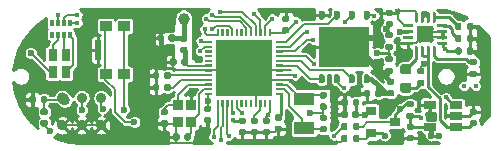
<source format=gbr>
G04 #@! TF.GenerationSoftware,KiCad,Pcbnew,5.1.10-88a1d61d58~90~ubuntu20.04.1*
G04 #@! TF.CreationDate,2021-11-22T21:12:46+01:00*
G04 #@! TF.ProjectId,nRF52832_qfaa,6e524635-3238-4333-925f-716661612e6b,rev?*
G04 #@! TF.SameCoordinates,Original*
G04 #@! TF.FileFunction,Copper,L1,Top*
G04 #@! TF.FilePolarity,Positive*
%FSLAX45Y45*%
G04 Gerber Fmt 4.5, Leading zero omitted, Abs format (unit mm)*
G04 Created by KiCad (PCBNEW 5.1.10-88a1d61d58~90~ubuntu20.04.1) date 2021-11-22 21:12:46*
%MOMM*%
%LPD*%
G01*
G04 APERTURE LIST*
G04 #@! TA.AperFunction,ComponentPad*
%ADD10C,0.500000*%
G04 #@! TD*
G04 #@! TA.AperFunction,SMDPad,CuDef*
%ADD11R,1.450000X1.450000*%
G04 #@! TD*
G04 #@! TA.AperFunction,SMDPad,CuDef*
%ADD12R,0.550000X1.700000*%
G04 #@! TD*
G04 #@! TA.AperFunction,SMDPad,CuDef*
%ADD13R,1.000000X0.900000*%
G04 #@! TD*
G04 #@! TA.AperFunction,SMDPad,CuDef*
%ADD14C,1.000000*%
G04 #@! TD*
G04 #@! TA.AperFunction,SMDPad,CuDef*
%ADD15R,0.800000X1.000000*%
G04 #@! TD*
G04 #@! TA.AperFunction,SMDPad,CuDef*
%ADD16R,0.850000X0.950000*%
G04 #@! TD*
G04 #@! TA.AperFunction,SMDPad,CuDef*
%ADD17R,1.800000X1.000000*%
G04 #@! TD*
G04 #@! TA.AperFunction,SMDPad,CuDef*
%ADD18R,4.300000X3.400000*%
G04 #@! TD*
G04 #@! TA.AperFunction,SMDPad,CuDef*
%ADD19R,4.700000X4.700000*%
G04 #@! TD*
G04 #@! TA.AperFunction,ComponentPad*
%ADD20C,0.908000*%
G04 #@! TD*
G04 #@! TA.AperFunction,SMDPad,CuDef*
%ADD21R,0.400000X0.500000*%
G04 #@! TD*
G04 #@! TA.AperFunction,SMDPad,CuDef*
%ADD22R,0.300000X0.500000*%
G04 #@! TD*
G04 #@! TA.AperFunction,SMDPad,CuDef*
%ADD23R,0.900000X0.800000*%
G04 #@! TD*
G04 #@! TA.AperFunction,SMDPad,CuDef*
%ADD24R,1.060000X0.650000*%
G04 #@! TD*
G04 #@! TA.AperFunction,SMDPad,CuDef*
%ADD25C,0.910000*%
G04 #@! TD*
G04 #@! TA.AperFunction,ViaPad*
%ADD26C,0.600000*%
G04 #@! TD*
G04 #@! TA.AperFunction,ViaPad*
%ADD27C,0.450000*%
G04 #@! TD*
G04 #@! TA.AperFunction,Conductor*
%ADD28C,0.250000*%
G04 #@! TD*
G04 #@! TA.AperFunction,Conductor*
%ADD29C,0.200000*%
G04 #@! TD*
G04 #@! TA.AperFunction,Conductor*
%ADD30C,0.400000*%
G04 #@! TD*
G04 #@! TA.AperFunction,Conductor*
%ADD31C,0.500000*%
G04 #@! TD*
G04 #@! TA.AperFunction,Conductor*
%ADD32C,0.150000*%
G04 #@! TD*
G04 #@! TA.AperFunction,Conductor*
%ADD33C,0.220000*%
G04 #@! TD*
G04 #@! TA.AperFunction,Conductor*
%ADD34C,0.100000*%
G04 #@! TD*
G04 APERTURE END LIST*
D10*
X6473080Y-3227960D03*
X6473080Y-3132960D03*
X6568080Y-3227960D03*
X6568080Y-3132960D03*
D11*
X6520580Y-3180460D03*
G04 #@! TA.AperFunction,SMDPad,CuDef*
G36*
G01*
X6626830Y-3092960D02*
X6701830Y-3092960D01*
G75*
G02*
X6708080Y-3099210I0J-6250D01*
G01*
X6708080Y-3111710D01*
G75*
G02*
X6701830Y-3117960I-6250J0D01*
G01*
X6626830Y-3117960D01*
G75*
G02*
X6620580Y-3111710I0J6250D01*
G01*
X6620580Y-3099210D01*
G75*
G02*
X6626830Y-3092960I6250J0D01*
G01*
G37*
G04 #@! TD.AperFunction*
G04 #@! TA.AperFunction,SMDPad,CuDef*
G36*
G01*
X6626830Y-3142960D02*
X6701830Y-3142960D01*
G75*
G02*
X6708080Y-3149210I0J-6250D01*
G01*
X6708080Y-3161710D01*
G75*
G02*
X6701830Y-3167960I-6250J0D01*
G01*
X6626830Y-3167960D01*
G75*
G02*
X6620580Y-3161710I0J6250D01*
G01*
X6620580Y-3149210D01*
G75*
G02*
X6626830Y-3142960I6250J0D01*
G01*
G37*
G04 #@! TD.AperFunction*
G04 #@! TA.AperFunction,SMDPad,CuDef*
G36*
G01*
X6626830Y-3192960D02*
X6701830Y-3192960D01*
G75*
G02*
X6708080Y-3199210I0J-6250D01*
G01*
X6708080Y-3211710D01*
G75*
G02*
X6701830Y-3217960I-6250J0D01*
G01*
X6626830Y-3217960D01*
G75*
G02*
X6620580Y-3211710I0J6250D01*
G01*
X6620580Y-3199210D01*
G75*
G02*
X6626830Y-3192960I6250J0D01*
G01*
G37*
G04 #@! TD.AperFunction*
G04 #@! TA.AperFunction,SMDPad,CuDef*
G36*
G01*
X6626830Y-3242960D02*
X6701830Y-3242960D01*
G75*
G02*
X6708080Y-3249210I0J-6250D01*
G01*
X6708080Y-3261710D01*
G75*
G02*
X6701830Y-3267960I-6250J0D01*
G01*
X6626830Y-3267960D01*
G75*
G02*
X6620580Y-3261710I0J6250D01*
G01*
X6620580Y-3249210D01*
G75*
G02*
X6626830Y-3242960I6250J0D01*
G01*
G37*
G04 #@! TD.AperFunction*
G04 #@! TA.AperFunction,SMDPad,CuDef*
G36*
G01*
X6589330Y-3280460D02*
X6601830Y-3280460D01*
G75*
G02*
X6608080Y-3286710I0J-6250D01*
G01*
X6608080Y-3361710D01*
G75*
G02*
X6601830Y-3367960I-6250J0D01*
G01*
X6589330Y-3367960D01*
G75*
G02*
X6583080Y-3361710I0J6250D01*
G01*
X6583080Y-3286710D01*
G75*
G02*
X6589330Y-3280460I6250J0D01*
G01*
G37*
G04 #@! TD.AperFunction*
G04 #@! TA.AperFunction,SMDPad,CuDef*
G36*
G01*
X6539330Y-3280460D02*
X6551830Y-3280460D01*
G75*
G02*
X6558080Y-3286710I0J-6250D01*
G01*
X6558080Y-3361710D01*
G75*
G02*
X6551830Y-3367960I-6250J0D01*
G01*
X6539330Y-3367960D01*
G75*
G02*
X6533080Y-3361710I0J6250D01*
G01*
X6533080Y-3286710D01*
G75*
G02*
X6539330Y-3280460I6250J0D01*
G01*
G37*
G04 #@! TD.AperFunction*
G04 #@! TA.AperFunction,SMDPad,CuDef*
G36*
G01*
X6489330Y-3280460D02*
X6501830Y-3280460D01*
G75*
G02*
X6508080Y-3286710I0J-6250D01*
G01*
X6508080Y-3361710D01*
G75*
G02*
X6501830Y-3367960I-6250J0D01*
G01*
X6489330Y-3367960D01*
G75*
G02*
X6483080Y-3361710I0J6250D01*
G01*
X6483080Y-3286710D01*
G75*
G02*
X6489330Y-3280460I6250J0D01*
G01*
G37*
G04 #@! TD.AperFunction*
G04 #@! TA.AperFunction,SMDPad,CuDef*
G36*
G01*
X6439330Y-3280460D02*
X6451830Y-3280460D01*
G75*
G02*
X6458080Y-3286710I0J-6250D01*
G01*
X6458080Y-3361710D01*
G75*
G02*
X6451830Y-3367960I-6250J0D01*
G01*
X6439330Y-3367960D01*
G75*
G02*
X6433080Y-3361710I0J6250D01*
G01*
X6433080Y-3286710D01*
G75*
G02*
X6439330Y-3280460I6250J0D01*
G01*
G37*
G04 #@! TD.AperFunction*
G04 #@! TA.AperFunction,SMDPad,CuDef*
G36*
G01*
X6339330Y-3242960D02*
X6414330Y-3242960D01*
G75*
G02*
X6420580Y-3249210I0J-6250D01*
G01*
X6420580Y-3261710D01*
G75*
G02*
X6414330Y-3267960I-6250J0D01*
G01*
X6339330Y-3267960D01*
G75*
G02*
X6333080Y-3261710I0J6250D01*
G01*
X6333080Y-3249210D01*
G75*
G02*
X6339330Y-3242960I6250J0D01*
G01*
G37*
G04 #@! TD.AperFunction*
G04 #@! TA.AperFunction,SMDPad,CuDef*
G36*
G01*
X6339330Y-3192960D02*
X6414330Y-3192960D01*
G75*
G02*
X6420580Y-3199210I0J-6250D01*
G01*
X6420580Y-3211710D01*
G75*
G02*
X6414330Y-3217960I-6250J0D01*
G01*
X6339330Y-3217960D01*
G75*
G02*
X6333080Y-3211710I0J6250D01*
G01*
X6333080Y-3199210D01*
G75*
G02*
X6339330Y-3192960I6250J0D01*
G01*
G37*
G04 #@! TD.AperFunction*
G04 #@! TA.AperFunction,SMDPad,CuDef*
G36*
G01*
X6339330Y-3142960D02*
X6414330Y-3142960D01*
G75*
G02*
X6420580Y-3149210I0J-6250D01*
G01*
X6420580Y-3161710D01*
G75*
G02*
X6414330Y-3167960I-6250J0D01*
G01*
X6339330Y-3167960D01*
G75*
G02*
X6333080Y-3161710I0J6250D01*
G01*
X6333080Y-3149210D01*
G75*
G02*
X6339330Y-3142960I6250J0D01*
G01*
G37*
G04 #@! TD.AperFunction*
G04 #@! TA.AperFunction,SMDPad,CuDef*
G36*
G01*
X6339330Y-3092960D02*
X6414330Y-3092960D01*
G75*
G02*
X6420580Y-3099210I0J-6250D01*
G01*
X6420580Y-3111710D01*
G75*
G02*
X6414330Y-3117960I-6250J0D01*
G01*
X6339330Y-3117960D01*
G75*
G02*
X6333080Y-3111710I0J6250D01*
G01*
X6333080Y-3099210D01*
G75*
G02*
X6339330Y-3092960I6250J0D01*
G01*
G37*
G04 #@! TD.AperFunction*
G04 #@! TA.AperFunction,SMDPad,CuDef*
G36*
G01*
X6439330Y-2992960D02*
X6451830Y-2992960D01*
G75*
G02*
X6458080Y-2999210I0J-6250D01*
G01*
X6458080Y-3074210D01*
G75*
G02*
X6451830Y-3080460I-6250J0D01*
G01*
X6439330Y-3080460D01*
G75*
G02*
X6433080Y-3074210I0J6250D01*
G01*
X6433080Y-2999210D01*
G75*
G02*
X6439330Y-2992960I6250J0D01*
G01*
G37*
G04 #@! TD.AperFunction*
G04 #@! TA.AperFunction,SMDPad,CuDef*
G36*
G01*
X6489330Y-2992960D02*
X6501830Y-2992960D01*
G75*
G02*
X6508080Y-2999210I0J-6250D01*
G01*
X6508080Y-3074210D01*
G75*
G02*
X6501830Y-3080460I-6250J0D01*
G01*
X6489330Y-3080460D01*
G75*
G02*
X6483080Y-3074210I0J6250D01*
G01*
X6483080Y-2999210D01*
G75*
G02*
X6489330Y-2992960I6250J0D01*
G01*
G37*
G04 #@! TD.AperFunction*
G04 #@! TA.AperFunction,SMDPad,CuDef*
G36*
G01*
X6539330Y-2992960D02*
X6551830Y-2992960D01*
G75*
G02*
X6558080Y-2999210I0J-6250D01*
G01*
X6558080Y-3074210D01*
G75*
G02*
X6551830Y-3080460I-6250J0D01*
G01*
X6539330Y-3080460D01*
G75*
G02*
X6533080Y-3074210I0J6250D01*
G01*
X6533080Y-2999210D01*
G75*
G02*
X6539330Y-2992960I6250J0D01*
G01*
G37*
G04 #@! TD.AperFunction*
G04 #@! TA.AperFunction,SMDPad,CuDef*
G36*
G01*
X6589330Y-2992960D02*
X6601830Y-2992960D01*
G75*
G02*
X6608080Y-2999210I0J-6250D01*
G01*
X6608080Y-3074210D01*
G75*
G02*
X6601830Y-3080460I-6250J0D01*
G01*
X6589330Y-3080460D01*
G75*
G02*
X6583080Y-3074210I0J6250D01*
G01*
X6583080Y-2999210D01*
G75*
G02*
X6589330Y-2992960I6250J0D01*
G01*
G37*
G04 #@! TD.AperFunction*
D12*
X3751580Y-3312160D03*
D13*
X3814080Y-3107160D03*
X3974080Y-3107160D03*
X3974080Y-3517160D03*
X3814080Y-3517160D03*
D14*
X4475480Y-3045460D03*
G04 #@! TA.AperFunction,SMDPad,CuDef*
G36*
G01*
X4345880Y-3227560D02*
X4345880Y-3193560D01*
G75*
G02*
X4359880Y-3179560I14000J0D01*
G01*
X4387880Y-3179560D01*
G75*
G02*
X4401880Y-3193560I0J-14000D01*
G01*
X4401880Y-3227560D01*
G75*
G02*
X4387880Y-3241560I-14000J0D01*
G01*
X4359880Y-3241560D01*
G75*
G02*
X4345880Y-3227560I0J14000D01*
G01*
G37*
G04 #@! TD.AperFunction*
G04 #@! TA.AperFunction,SMDPad,CuDef*
G36*
G01*
X4249880Y-3227560D02*
X4249880Y-3193560D01*
G75*
G02*
X4263880Y-3179560I14000J0D01*
G01*
X4291880Y-3179560D01*
G75*
G02*
X4305880Y-3193560I0J-14000D01*
G01*
X4305880Y-3227560D01*
G75*
G02*
X4291880Y-3241560I-14000J0D01*
G01*
X4263880Y-3241560D01*
G75*
G02*
X4249880Y-3227560I0J14000D01*
G01*
G37*
G04 #@! TD.AperFunction*
G04 #@! TA.AperFunction,SMDPad,CuDef*
G36*
G01*
X4953780Y-3979860D02*
X4987780Y-3979860D01*
G75*
G02*
X5001780Y-3993860I0J-14000D01*
G01*
X5001780Y-4021860D01*
G75*
G02*
X4987780Y-4035860I-14000J0D01*
G01*
X4953780Y-4035860D01*
G75*
G02*
X4939780Y-4021860I0J14000D01*
G01*
X4939780Y-3993860D01*
G75*
G02*
X4953780Y-3979860I14000J0D01*
G01*
G37*
G04 #@! TD.AperFunction*
G04 #@! TA.AperFunction,SMDPad,CuDef*
G36*
G01*
X4953780Y-3883860D02*
X4987780Y-3883860D01*
G75*
G02*
X5001780Y-3897860I0J-14000D01*
G01*
X5001780Y-3925860D01*
G75*
G02*
X4987780Y-3939860I-14000J0D01*
G01*
X4953780Y-3939860D01*
G75*
G02*
X4939780Y-3925860I0J14000D01*
G01*
X4939780Y-3897860D01*
G75*
G02*
X4953780Y-3883860I14000J0D01*
G01*
G37*
G04 #@! TD.AperFunction*
G04 #@! TA.AperFunction,SMDPad,CuDef*
G36*
G01*
X6376180Y-4030660D02*
X6410180Y-4030660D01*
G75*
G02*
X6424180Y-4044660I0J-14000D01*
G01*
X6424180Y-4072660D01*
G75*
G02*
X6410180Y-4086660I-14000J0D01*
G01*
X6376180Y-4086660D01*
G75*
G02*
X6362180Y-4072660I0J14000D01*
G01*
X6362180Y-4044660D01*
G75*
G02*
X6376180Y-4030660I14000J0D01*
G01*
G37*
G04 #@! TD.AperFunction*
G04 #@! TA.AperFunction,SMDPad,CuDef*
G36*
G01*
X6376180Y-3934660D02*
X6410180Y-3934660D01*
G75*
G02*
X6424180Y-3948660I0J-14000D01*
G01*
X6424180Y-3976660D01*
G75*
G02*
X6410180Y-3990660I-14000J0D01*
G01*
X6376180Y-3990660D01*
G75*
G02*
X6362180Y-3976660I0J14000D01*
G01*
X6362180Y-3948660D01*
G75*
G02*
X6376180Y-3934660I14000J0D01*
G01*
G37*
G04 #@! TD.AperFunction*
G04 #@! TA.AperFunction,SMDPad,CuDef*
G36*
G01*
X6943580Y-3863660D02*
X6909580Y-3863660D01*
G75*
G02*
X6895580Y-3849660I0J14000D01*
G01*
X6895580Y-3821660D01*
G75*
G02*
X6909580Y-3807660I14000J0D01*
G01*
X6943580Y-3807660D01*
G75*
G02*
X6957580Y-3821660I0J-14000D01*
G01*
X6957580Y-3849660D01*
G75*
G02*
X6943580Y-3863660I-14000J0D01*
G01*
G37*
G04 #@! TD.AperFunction*
G04 #@! TA.AperFunction,SMDPad,CuDef*
G36*
G01*
X6943580Y-3959660D02*
X6909580Y-3959660D01*
G75*
G02*
X6895580Y-3945660I0J14000D01*
G01*
X6895580Y-3917660D01*
G75*
G02*
X6909580Y-3903660I14000J0D01*
G01*
X6943580Y-3903660D01*
G75*
G02*
X6957580Y-3917660I0J-14000D01*
G01*
X6957580Y-3945660D01*
G75*
G02*
X6943580Y-3959660I-14000J0D01*
G01*
G37*
G04 #@! TD.AperFunction*
G04 #@! TA.AperFunction,SMDPad,CuDef*
G36*
G01*
X6198380Y-3065460D02*
X6232380Y-3065460D01*
G75*
G02*
X6246380Y-3079460I0J-14000D01*
G01*
X6246380Y-3107460D01*
G75*
G02*
X6232380Y-3121460I-14000J0D01*
G01*
X6198380Y-3121460D01*
G75*
G02*
X6184380Y-3107460I0J14000D01*
G01*
X6184380Y-3079460D01*
G75*
G02*
X6198380Y-3065460I14000J0D01*
G01*
G37*
G04 #@! TD.AperFunction*
G04 #@! TA.AperFunction,SMDPad,CuDef*
G36*
G01*
X6198380Y-2969460D02*
X6232380Y-2969460D01*
G75*
G02*
X6246380Y-2983460I0J-14000D01*
G01*
X6246380Y-3011460D01*
G75*
G02*
X6232380Y-3025460I-14000J0D01*
G01*
X6198380Y-3025460D01*
G75*
G02*
X6184380Y-3011460I0J14000D01*
G01*
X6184380Y-2983460D01*
G75*
G02*
X6198380Y-2969460I14000J0D01*
G01*
G37*
G04 #@! TD.AperFunction*
D15*
X3476380Y-3501460D03*
X3476380Y-3351460D03*
X3366380Y-3351460D03*
X3366380Y-3501460D03*
D16*
X4539680Y-3776760D03*
X4539680Y-3921760D03*
X4424680Y-3921760D03*
X4424680Y-3776760D03*
D17*
X5493280Y-3726460D03*
X5493280Y-3976460D03*
G04 #@! TA.AperFunction,SMDPad,CuDef*
G36*
G01*
X6012380Y-2979260D02*
X6037380Y-2979260D01*
G75*
G02*
X6049880Y-2991760I0J-12500D01*
G01*
X6049880Y-3041760D01*
G75*
G02*
X6037380Y-3054260I-12500J0D01*
G01*
X6012380Y-3054260D01*
G75*
G02*
X5999880Y-3041760I0J12500D01*
G01*
X5999880Y-2991760D01*
G75*
G02*
X6012380Y-2979260I12500J0D01*
G01*
G37*
G04 #@! TD.AperFunction*
G04 #@! TA.AperFunction,SMDPad,CuDef*
G36*
G01*
X5885380Y-2979260D02*
X5910380Y-2979260D01*
G75*
G02*
X5922880Y-2991760I0J-12500D01*
G01*
X5922880Y-3041760D01*
G75*
G02*
X5910380Y-3054260I-12500J0D01*
G01*
X5885380Y-3054260D01*
G75*
G02*
X5872880Y-3041760I0J12500D01*
G01*
X5872880Y-2991760D01*
G75*
G02*
X5885380Y-2979260I12500J0D01*
G01*
G37*
G04 #@! TD.AperFunction*
G04 #@! TA.AperFunction,SMDPad,CuDef*
G36*
G01*
X5758380Y-2979260D02*
X5783380Y-2979260D01*
G75*
G02*
X5795880Y-2991760I0J-12500D01*
G01*
X5795880Y-3041760D01*
G75*
G02*
X5783380Y-3054260I-12500J0D01*
G01*
X5758380Y-3054260D01*
G75*
G02*
X5745880Y-3041760I0J12500D01*
G01*
X5745880Y-2991760D01*
G75*
G02*
X5758380Y-2979260I12500J0D01*
G01*
G37*
G04 #@! TD.AperFunction*
G04 #@! TA.AperFunction,SMDPad,CuDef*
G36*
G01*
X5631380Y-2979260D02*
X5656380Y-2979260D01*
G75*
G02*
X5668880Y-2991760I0J-12500D01*
G01*
X5668880Y-3041760D01*
G75*
G02*
X5656380Y-3054260I-12500J0D01*
G01*
X5631380Y-3054260D01*
G75*
G02*
X5618880Y-3041760I0J12500D01*
G01*
X5618880Y-2991760D01*
G75*
G02*
X5631380Y-2979260I12500J0D01*
G01*
G37*
G04 #@! TD.AperFunction*
G04 #@! TA.AperFunction,SMDPad,CuDef*
G36*
G01*
X5631380Y-3519260D02*
X5656380Y-3519260D01*
G75*
G02*
X5668880Y-3531760I0J-12500D01*
G01*
X5668880Y-3581760D01*
G75*
G02*
X5656380Y-3594260I-12500J0D01*
G01*
X5631380Y-3594260D01*
G75*
G02*
X5618880Y-3581760I0J12500D01*
G01*
X5618880Y-3531760D01*
G75*
G02*
X5631380Y-3519260I12500J0D01*
G01*
G37*
G04 #@! TD.AperFunction*
G04 #@! TA.AperFunction,SMDPad,CuDef*
G36*
G01*
X5758380Y-3519260D02*
X5783380Y-3519260D01*
G75*
G02*
X5795880Y-3531760I0J-12500D01*
G01*
X5795880Y-3581760D01*
G75*
G02*
X5783380Y-3594260I-12500J0D01*
G01*
X5758380Y-3594260D01*
G75*
G02*
X5745880Y-3581760I0J12500D01*
G01*
X5745880Y-3531760D01*
G75*
G02*
X5758380Y-3519260I12500J0D01*
G01*
G37*
G04 #@! TD.AperFunction*
G04 #@! TA.AperFunction,SMDPad,CuDef*
G36*
G01*
X5885380Y-3519260D02*
X5910380Y-3519260D01*
G75*
G02*
X5922880Y-3531760I0J-12500D01*
G01*
X5922880Y-3581760D01*
G75*
G02*
X5910380Y-3594260I-12500J0D01*
G01*
X5885380Y-3594260D01*
G75*
G02*
X5872880Y-3581760I0J12500D01*
G01*
X5872880Y-3531760D01*
G75*
G02*
X5885380Y-3519260I12500J0D01*
G01*
G37*
G04 #@! TD.AperFunction*
G04 #@! TA.AperFunction,SMDPad,CuDef*
G36*
G01*
X6012380Y-3519260D02*
X6037380Y-3519260D01*
G75*
G02*
X6049880Y-3531760I0J-12500D01*
G01*
X6049880Y-3581760D01*
G75*
G02*
X6037380Y-3594260I-12500J0D01*
G01*
X6012380Y-3594260D01*
G75*
G02*
X5999880Y-3581760I0J12500D01*
G01*
X5999880Y-3531760D01*
G75*
G02*
X6012380Y-3519260I12500J0D01*
G01*
G37*
G04 #@! TD.AperFunction*
D18*
X5834380Y-3286760D03*
G04 #@! TA.AperFunction,SMDPad,CuDef*
G36*
G01*
X5317580Y-3677560D02*
X5317580Y-3691560D01*
G75*
G02*
X5314580Y-3694560I-3000J0D01*
G01*
X5255580Y-3694560D01*
G75*
G02*
X5252580Y-3691560I0J3000D01*
G01*
X5252580Y-3677560D01*
G75*
G02*
X5255580Y-3674560I3000J0D01*
G01*
X5314580Y-3674560D01*
G75*
G02*
X5317580Y-3677560I0J-3000D01*
G01*
G37*
G04 #@! TD.AperFunction*
G04 #@! TA.AperFunction,SMDPad,CuDef*
G36*
G01*
X5317580Y-3637560D02*
X5317580Y-3651560D01*
G75*
G02*
X5314580Y-3654560I-3000J0D01*
G01*
X5255580Y-3654560D01*
G75*
G02*
X5252580Y-3651560I0J3000D01*
G01*
X5252580Y-3637560D01*
G75*
G02*
X5255580Y-3634560I3000J0D01*
G01*
X5314580Y-3634560D01*
G75*
G02*
X5317580Y-3637560I0J-3000D01*
G01*
G37*
G04 #@! TD.AperFunction*
G04 #@! TA.AperFunction,SMDPad,CuDef*
G36*
G01*
X5317580Y-3597560D02*
X5317580Y-3611560D01*
G75*
G02*
X5314580Y-3614560I-3000J0D01*
G01*
X5255580Y-3614560D01*
G75*
G02*
X5252580Y-3611560I0J3000D01*
G01*
X5252580Y-3597560D01*
G75*
G02*
X5255580Y-3594560I3000J0D01*
G01*
X5314580Y-3594560D01*
G75*
G02*
X5317580Y-3597560I0J-3000D01*
G01*
G37*
G04 #@! TD.AperFunction*
G04 #@! TA.AperFunction,SMDPad,CuDef*
G36*
G01*
X5317580Y-3557560D02*
X5317580Y-3571560D01*
G75*
G02*
X5314580Y-3574560I-3000J0D01*
G01*
X5255580Y-3574560D01*
G75*
G02*
X5252580Y-3571560I0J3000D01*
G01*
X5252580Y-3557560D01*
G75*
G02*
X5255580Y-3554560I3000J0D01*
G01*
X5314580Y-3554560D01*
G75*
G02*
X5317580Y-3557560I0J-3000D01*
G01*
G37*
G04 #@! TD.AperFunction*
G04 #@! TA.AperFunction,SMDPad,CuDef*
G36*
G01*
X5317580Y-3517560D02*
X5317580Y-3531560D01*
G75*
G02*
X5314580Y-3534560I-3000J0D01*
G01*
X5255580Y-3534560D01*
G75*
G02*
X5252580Y-3531560I0J3000D01*
G01*
X5252580Y-3517560D01*
G75*
G02*
X5255580Y-3514560I3000J0D01*
G01*
X5314580Y-3514560D01*
G75*
G02*
X5317580Y-3517560I0J-3000D01*
G01*
G37*
G04 #@! TD.AperFunction*
G04 #@! TA.AperFunction,SMDPad,CuDef*
G36*
G01*
X5317580Y-3477560D02*
X5317580Y-3491560D01*
G75*
G02*
X5314580Y-3494560I-3000J0D01*
G01*
X5255580Y-3494560D01*
G75*
G02*
X5252580Y-3491560I0J3000D01*
G01*
X5252580Y-3477560D01*
G75*
G02*
X5255580Y-3474560I3000J0D01*
G01*
X5314580Y-3474560D01*
G75*
G02*
X5317580Y-3477560I0J-3000D01*
G01*
G37*
G04 #@! TD.AperFunction*
G04 #@! TA.AperFunction,SMDPad,CuDef*
G36*
G01*
X5317580Y-3437560D02*
X5317580Y-3451560D01*
G75*
G02*
X5314580Y-3454560I-3000J0D01*
G01*
X5255580Y-3454560D01*
G75*
G02*
X5252580Y-3451560I0J3000D01*
G01*
X5252580Y-3437560D01*
G75*
G02*
X5255580Y-3434560I3000J0D01*
G01*
X5314580Y-3434560D01*
G75*
G02*
X5317580Y-3437560I0J-3000D01*
G01*
G37*
G04 #@! TD.AperFunction*
G04 #@! TA.AperFunction,SMDPad,CuDef*
G36*
G01*
X5317580Y-3397560D02*
X5317580Y-3411560D01*
G75*
G02*
X5314580Y-3414560I-3000J0D01*
G01*
X5255580Y-3414560D01*
G75*
G02*
X5252580Y-3411560I0J3000D01*
G01*
X5252580Y-3397560D01*
G75*
G02*
X5255580Y-3394560I3000J0D01*
G01*
X5314580Y-3394560D01*
G75*
G02*
X5317580Y-3397560I0J-3000D01*
G01*
G37*
G04 #@! TD.AperFunction*
G04 #@! TA.AperFunction,SMDPad,CuDef*
G36*
G01*
X5317580Y-3357560D02*
X5317580Y-3371560D01*
G75*
G02*
X5314580Y-3374560I-3000J0D01*
G01*
X5255580Y-3374560D01*
G75*
G02*
X5252580Y-3371560I0J3000D01*
G01*
X5252580Y-3357560D01*
G75*
G02*
X5255580Y-3354560I3000J0D01*
G01*
X5314580Y-3354560D01*
G75*
G02*
X5317580Y-3357560I0J-3000D01*
G01*
G37*
G04 #@! TD.AperFunction*
G04 #@! TA.AperFunction,SMDPad,CuDef*
G36*
G01*
X5317580Y-3317560D02*
X5317580Y-3331560D01*
G75*
G02*
X5314580Y-3334560I-3000J0D01*
G01*
X5255580Y-3334560D01*
G75*
G02*
X5252580Y-3331560I0J3000D01*
G01*
X5252580Y-3317560D01*
G75*
G02*
X5255580Y-3314560I3000J0D01*
G01*
X5314580Y-3314560D01*
G75*
G02*
X5317580Y-3317560I0J-3000D01*
G01*
G37*
G04 #@! TD.AperFunction*
G04 #@! TA.AperFunction,SMDPad,CuDef*
G36*
G01*
X5317580Y-3277560D02*
X5317580Y-3291560D01*
G75*
G02*
X5314580Y-3294560I-3000J0D01*
G01*
X5255580Y-3294560D01*
G75*
G02*
X5252580Y-3291560I0J3000D01*
G01*
X5252580Y-3277560D01*
G75*
G02*
X5255580Y-3274560I3000J0D01*
G01*
X5314580Y-3274560D01*
G75*
G02*
X5317580Y-3277560I0J-3000D01*
G01*
G37*
G04 #@! TD.AperFunction*
G04 #@! TA.AperFunction,SMDPad,CuDef*
G36*
G01*
X5317580Y-3237560D02*
X5317580Y-3251560D01*
G75*
G02*
X5314580Y-3254560I-3000J0D01*
G01*
X5255580Y-3254560D01*
G75*
G02*
X5252580Y-3251560I0J3000D01*
G01*
X5252580Y-3237560D01*
G75*
G02*
X5255580Y-3234560I3000J0D01*
G01*
X5314580Y-3234560D01*
G75*
G02*
X5317580Y-3237560I0J-3000D01*
G01*
G37*
G04 #@! TD.AperFunction*
G04 #@! TA.AperFunction,SMDPad,CuDef*
G36*
G01*
X5198080Y-3132060D02*
X5212080Y-3132060D01*
G75*
G02*
X5215080Y-3135060I0J-3000D01*
G01*
X5215080Y-3194060D01*
G75*
G02*
X5212080Y-3197060I-3000J0D01*
G01*
X5198080Y-3197060D01*
G75*
G02*
X5195080Y-3194060I0J3000D01*
G01*
X5195080Y-3135060D01*
G75*
G02*
X5198080Y-3132060I3000J0D01*
G01*
G37*
G04 #@! TD.AperFunction*
G04 #@! TA.AperFunction,SMDPad,CuDef*
G36*
G01*
X5158080Y-3132060D02*
X5172080Y-3132060D01*
G75*
G02*
X5175080Y-3135060I0J-3000D01*
G01*
X5175080Y-3194060D01*
G75*
G02*
X5172080Y-3197060I-3000J0D01*
G01*
X5158080Y-3197060D01*
G75*
G02*
X5155080Y-3194060I0J3000D01*
G01*
X5155080Y-3135060D01*
G75*
G02*
X5158080Y-3132060I3000J0D01*
G01*
G37*
G04 #@! TD.AperFunction*
G04 #@! TA.AperFunction,SMDPad,CuDef*
G36*
G01*
X5118080Y-3132060D02*
X5132080Y-3132060D01*
G75*
G02*
X5135080Y-3135060I0J-3000D01*
G01*
X5135080Y-3194060D01*
G75*
G02*
X5132080Y-3197060I-3000J0D01*
G01*
X5118080Y-3197060D01*
G75*
G02*
X5115080Y-3194060I0J3000D01*
G01*
X5115080Y-3135060D01*
G75*
G02*
X5118080Y-3132060I3000J0D01*
G01*
G37*
G04 #@! TD.AperFunction*
G04 #@! TA.AperFunction,SMDPad,CuDef*
G36*
G01*
X5078080Y-3132060D02*
X5092080Y-3132060D01*
G75*
G02*
X5095080Y-3135060I0J-3000D01*
G01*
X5095080Y-3194060D01*
G75*
G02*
X5092080Y-3197060I-3000J0D01*
G01*
X5078080Y-3197060D01*
G75*
G02*
X5075080Y-3194060I0J3000D01*
G01*
X5075080Y-3135060D01*
G75*
G02*
X5078080Y-3132060I3000J0D01*
G01*
G37*
G04 #@! TD.AperFunction*
G04 #@! TA.AperFunction,SMDPad,CuDef*
G36*
G01*
X5038080Y-3132060D02*
X5052080Y-3132060D01*
G75*
G02*
X5055080Y-3135060I0J-3000D01*
G01*
X5055080Y-3194060D01*
G75*
G02*
X5052080Y-3197060I-3000J0D01*
G01*
X5038080Y-3197060D01*
G75*
G02*
X5035080Y-3194060I0J3000D01*
G01*
X5035080Y-3135060D01*
G75*
G02*
X5038080Y-3132060I3000J0D01*
G01*
G37*
G04 #@! TD.AperFunction*
G04 #@! TA.AperFunction,SMDPad,CuDef*
G36*
G01*
X4998080Y-3132060D02*
X5012080Y-3132060D01*
G75*
G02*
X5015080Y-3135060I0J-3000D01*
G01*
X5015080Y-3194060D01*
G75*
G02*
X5012080Y-3197060I-3000J0D01*
G01*
X4998080Y-3197060D01*
G75*
G02*
X4995080Y-3194060I0J3000D01*
G01*
X4995080Y-3135060D01*
G75*
G02*
X4998080Y-3132060I3000J0D01*
G01*
G37*
G04 #@! TD.AperFunction*
G04 #@! TA.AperFunction,SMDPad,CuDef*
G36*
G01*
X4958080Y-3132060D02*
X4972080Y-3132060D01*
G75*
G02*
X4975080Y-3135060I0J-3000D01*
G01*
X4975080Y-3194060D01*
G75*
G02*
X4972080Y-3197060I-3000J0D01*
G01*
X4958080Y-3197060D01*
G75*
G02*
X4955080Y-3194060I0J3000D01*
G01*
X4955080Y-3135060D01*
G75*
G02*
X4958080Y-3132060I3000J0D01*
G01*
G37*
G04 #@! TD.AperFunction*
G04 #@! TA.AperFunction,SMDPad,CuDef*
G36*
G01*
X4918080Y-3132060D02*
X4932080Y-3132060D01*
G75*
G02*
X4935080Y-3135060I0J-3000D01*
G01*
X4935080Y-3194060D01*
G75*
G02*
X4932080Y-3197060I-3000J0D01*
G01*
X4918080Y-3197060D01*
G75*
G02*
X4915080Y-3194060I0J3000D01*
G01*
X4915080Y-3135060D01*
G75*
G02*
X4918080Y-3132060I3000J0D01*
G01*
G37*
G04 #@! TD.AperFunction*
G04 #@! TA.AperFunction,SMDPad,CuDef*
G36*
G01*
X4878080Y-3132060D02*
X4892080Y-3132060D01*
G75*
G02*
X4895080Y-3135060I0J-3000D01*
G01*
X4895080Y-3194060D01*
G75*
G02*
X4892080Y-3197060I-3000J0D01*
G01*
X4878080Y-3197060D01*
G75*
G02*
X4875080Y-3194060I0J3000D01*
G01*
X4875080Y-3135060D01*
G75*
G02*
X4878080Y-3132060I3000J0D01*
G01*
G37*
G04 #@! TD.AperFunction*
G04 #@! TA.AperFunction,SMDPad,CuDef*
G36*
G01*
X4838080Y-3132060D02*
X4852080Y-3132060D01*
G75*
G02*
X4855080Y-3135060I0J-3000D01*
G01*
X4855080Y-3194060D01*
G75*
G02*
X4852080Y-3197060I-3000J0D01*
G01*
X4838080Y-3197060D01*
G75*
G02*
X4835080Y-3194060I0J3000D01*
G01*
X4835080Y-3135060D01*
G75*
G02*
X4838080Y-3132060I3000J0D01*
G01*
G37*
G04 #@! TD.AperFunction*
G04 #@! TA.AperFunction,SMDPad,CuDef*
G36*
G01*
X4798080Y-3132060D02*
X4812080Y-3132060D01*
G75*
G02*
X4815080Y-3135060I0J-3000D01*
G01*
X4815080Y-3194060D01*
G75*
G02*
X4812080Y-3197060I-3000J0D01*
G01*
X4798080Y-3197060D01*
G75*
G02*
X4795080Y-3194060I0J3000D01*
G01*
X4795080Y-3135060D01*
G75*
G02*
X4798080Y-3132060I3000J0D01*
G01*
G37*
G04 #@! TD.AperFunction*
G04 #@! TA.AperFunction,SMDPad,CuDef*
G36*
G01*
X4758080Y-3132060D02*
X4772080Y-3132060D01*
G75*
G02*
X4775080Y-3135060I0J-3000D01*
G01*
X4775080Y-3194060D01*
G75*
G02*
X4772080Y-3197060I-3000J0D01*
G01*
X4758080Y-3197060D01*
G75*
G02*
X4755080Y-3194060I0J3000D01*
G01*
X4755080Y-3135060D01*
G75*
G02*
X4758080Y-3132060I3000J0D01*
G01*
G37*
G04 #@! TD.AperFunction*
G04 #@! TA.AperFunction,SMDPad,CuDef*
G36*
G01*
X4652580Y-3251560D02*
X4652580Y-3237560D01*
G75*
G02*
X4655580Y-3234560I3000J0D01*
G01*
X4714580Y-3234560D01*
G75*
G02*
X4717580Y-3237560I0J-3000D01*
G01*
X4717580Y-3251560D01*
G75*
G02*
X4714580Y-3254560I-3000J0D01*
G01*
X4655580Y-3254560D01*
G75*
G02*
X4652580Y-3251560I0J3000D01*
G01*
G37*
G04 #@! TD.AperFunction*
G04 #@! TA.AperFunction,SMDPad,CuDef*
G36*
G01*
X4652580Y-3291560D02*
X4652580Y-3277560D01*
G75*
G02*
X4655580Y-3274560I3000J0D01*
G01*
X4714580Y-3274560D01*
G75*
G02*
X4717580Y-3277560I0J-3000D01*
G01*
X4717580Y-3291560D01*
G75*
G02*
X4714580Y-3294560I-3000J0D01*
G01*
X4655580Y-3294560D01*
G75*
G02*
X4652580Y-3291560I0J3000D01*
G01*
G37*
G04 #@! TD.AperFunction*
G04 #@! TA.AperFunction,SMDPad,CuDef*
G36*
G01*
X4652580Y-3331560D02*
X4652580Y-3317560D01*
G75*
G02*
X4655580Y-3314560I3000J0D01*
G01*
X4714580Y-3314560D01*
G75*
G02*
X4717580Y-3317560I0J-3000D01*
G01*
X4717580Y-3331560D01*
G75*
G02*
X4714580Y-3334560I-3000J0D01*
G01*
X4655580Y-3334560D01*
G75*
G02*
X4652580Y-3331560I0J3000D01*
G01*
G37*
G04 #@! TD.AperFunction*
G04 #@! TA.AperFunction,SMDPad,CuDef*
G36*
G01*
X4652580Y-3371560D02*
X4652580Y-3357560D01*
G75*
G02*
X4655580Y-3354560I3000J0D01*
G01*
X4714580Y-3354560D01*
G75*
G02*
X4717580Y-3357560I0J-3000D01*
G01*
X4717580Y-3371560D01*
G75*
G02*
X4714580Y-3374560I-3000J0D01*
G01*
X4655580Y-3374560D01*
G75*
G02*
X4652580Y-3371560I0J3000D01*
G01*
G37*
G04 #@! TD.AperFunction*
G04 #@! TA.AperFunction,SMDPad,CuDef*
G36*
G01*
X4652580Y-3411560D02*
X4652580Y-3397560D01*
G75*
G02*
X4655580Y-3394560I3000J0D01*
G01*
X4714580Y-3394560D01*
G75*
G02*
X4717580Y-3397560I0J-3000D01*
G01*
X4717580Y-3411560D01*
G75*
G02*
X4714580Y-3414560I-3000J0D01*
G01*
X4655580Y-3414560D01*
G75*
G02*
X4652580Y-3411560I0J3000D01*
G01*
G37*
G04 #@! TD.AperFunction*
G04 #@! TA.AperFunction,SMDPad,CuDef*
G36*
G01*
X4652580Y-3451560D02*
X4652580Y-3437560D01*
G75*
G02*
X4655580Y-3434560I3000J0D01*
G01*
X4714580Y-3434560D01*
G75*
G02*
X4717580Y-3437560I0J-3000D01*
G01*
X4717580Y-3451560D01*
G75*
G02*
X4714580Y-3454560I-3000J0D01*
G01*
X4655580Y-3454560D01*
G75*
G02*
X4652580Y-3451560I0J3000D01*
G01*
G37*
G04 #@! TD.AperFunction*
G04 #@! TA.AperFunction,SMDPad,CuDef*
G36*
G01*
X4652580Y-3491560D02*
X4652580Y-3477560D01*
G75*
G02*
X4655580Y-3474560I3000J0D01*
G01*
X4714580Y-3474560D01*
G75*
G02*
X4717580Y-3477560I0J-3000D01*
G01*
X4717580Y-3491560D01*
G75*
G02*
X4714580Y-3494560I-3000J0D01*
G01*
X4655580Y-3494560D01*
G75*
G02*
X4652580Y-3491560I0J3000D01*
G01*
G37*
G04 #@! TD.AperFunction*
G04 #@! TA.AperFunction,SMDPad,CuDef*
G36*
G01*
X4652580Y-3531560D02*
X4652580Y-3517560D01*
G75*
G02*
X4655580Y-3514560I3000J0D01*
G01*
X4714580Y-3514560D01*
G75*
G02*
X4717580Y-3517560I0J-3000D01*
G01*
X4717580Y-3531560D01*
G75*
G02*
X4714580Y-3534560I-3000J0D01*
G01*
X4655580Y-3534560D01*
G75*
G02*
X4652580Y-3531560I0J3000D01*
G01*
G37*
G04 #@! TD.AperFunction*
G04 #@! TA.AperFunction,SMDPad,CuDef*
G36*
G01*
X4652580Y-3571560D02*
X4652580Y-3557560D01*
G75*
G02*
X4655580Y-3554560I3000J0D01*
G01*
X4714580Y-3554560D01*
G75*
G02*
X4717580Y-3557560I0J-3000D01*
G01*
X4717580Y-3571560D01*
G75*
G02*
X4714580Y-3574560I-3000J0D01*
G01*
X4655580Y-3574560D01*
G75*
G02*
X4652580Y-3571560I0J3000D01*
G01*
G37*
G04 #@! TD.AperFunction*
G04 #@! TA.AperFunction,SMDPad,CuDef*
G36*
G01*
X4652580Y-3611560D02*
X4652580Y-3597560D01*
G75*
G02*
X4655580Y-3594560I3000J0D01*
G01*
X4714580Y-3594560D01*
G75*
G02*
X4717580Y-3597560I0J-3000D01*
G01*
X4717580Y-3611560D01*
G75*
G02*
X4714580Y-3614560I-3000J0D01*
G01*
X4655580Y-3614560D01*
G75*
G02*
X4652580Y-3611560I0J3000D01*
G01*
G37*
G04 #@! TD.AperFunction*
G04 #@! TA.AperFunction,SMDPad,CuDef*
G36*
G01*
X4652580Y-3651560D02*
X4652580Y-3637560D01*
G75*
G02*
X4655580Y-3634560I3000J0D01*
G01*
X4714580Y-3634560D01*
G75*
G02*
X4717580Y-3637560I0J-3000D01*
G01*
X4717580Y-3651560D01*
G75*
G02*
X4714580Y-3654560I-3000J0D01*
G01*
X4655580Y-3654560D01*
G75*
G02*
X4652580Y-3651560I0J3000D01*
G01*
G37*
G04 #@! TD.AperFunction*
G04 #@! TA.AperFunction,SMDPad,CuDef*
G36*
G01*
X4652580Y-3691560D02*
X4652580Y-3677560D01*
G75*
G02*
X4655580Y-3674560I3000J0D01*
G01*
X4714580Y-3674560D01*
G75*
G02*
X4717580Y-3677560I0J-3000D01*
G01*
X4717580Y-3691560D01*
G75*
G02*
X4714580Y-3694560I-3000J0D01*
G01*
X4655580Y-3694560D01*
G75*
G02*
X4652580Y-3691560I0J3000D01*
G01*
G37*
G04 #@! TD.AperFunction*
G04 #@! TA.AperFunction,SMDPad,CuDef*
G36*
G01*
X4772080Y-3797060D02*
X4758080Y-3797060D01*
G75*
G02*
X4755080Y-3794060I0J3000D01*
G01*
X4755080Y-3735060D01*
G75*
G02*
X4758080Y-3732060I3000J0D01*
G01*
X4772080Y-3732060D01*
G75*
G02*
X4775080Y-3735060I0J-3000D01*
G01*
X4775080Y-3794060D01*
G75*
G02*
X4772080Y-3797060I-3000J0D01*
G01*
G37*
G04 #@! TD.AperFunction*
G04 #@! TA.AperFunction,SMDPad,CuDef*
G36*
G01*
X4812080Y-3797060D02*
X4798080Y-3797060D01*
G75*
G02*
X4795080Y-3794060I0J3000D01*
G01*
X4795080Y-3735060D01*
G75*
G02*
X4798080Y-3732060I3000J0D01*
G01*
X4812080Y-3732060D01*
G75*
G02*
X4815080Y-3735060I0J-3000D01*
G01*
X4815080Y-3794060D01*
G75*
G02*
X4812080Y-3797060I-3000J0D01*
G01*
G37*
G04 #@! TD.AperFunction*
G04 #@! TA.AperFunction,SMDPad,CuDef*
G36*
G01*
X4852080Y-3797060D02*
X4838080Y-3797060D01*
G75*
G02*
X4835080Y-3794060I0J3000D01*
G01*
X4835080Y-3735060D01*
G75*
G02*
X4838080Y-3732060I3000J0D01*
G01*
X4852080Y-3732060D01*
G75*
G02*
X4855080Y-3735060I0J-3000D01*
G01*
X4855080Y-3794060D01*
G75*
G02*
X4852080Y-3797060I-3000J0D01*
G01*
G37*
G04 #@! TD.AperFunction*
G04 #@! TA.AperFunction,SMDPad,CuDef*
G36*
G01*
X4892080Y-3797060D02*
X4878080Y-3797060D01*
G75*
G02*
X4875080Y-3794060I0J3000D01*
G01*
X4875080Y-3735060D01*
G75*
G02*
X4878080Y-3732060I3000J0D01*
G01*
X4892080Y-3732060D01*
G75*
G02*
X4895080Y-3735060I0J-3000D01*
G01*
X4895080Y-3794060D01*
G75*
G02*
X4892080Y-3797060I-3000J0D01*
G01*
G37*
G04 #@! TD.AperFunction*
G04 #@! TA.AperFunction,SMDPad,CuDef*
G36*
G01*
X4932080Y-3797060D02*
X4918080Y-3797060D01*
G75*
G02*
X4915080Y-3794060I0J3000D01*
G01*
X4915080Y-3735060D01*
G75*
G02*
X4918080Y-3732060I3000J0D01*
G01*
X4932080Y-3732060D01*
G75*
G02*
X4935080Y-3735060I0J-3000D01*
G01*
X4935080Y-3794060D01*
G75*
G02*
X4932080Y-3797060I-3000J0D01*
G01*
G37*
G04 #@! TD.AperFunction*
G04 #@! TA.AperFunction,SMDPad,CuDef*
G36*
G01*
X4972080Y-3797060D02*
X4958080Y-3797060D01*
G75*
G02*
X4955080Y-3794060I0J3000D01*
G01*
X4955080Y-3735060D01*
G75*
G02*
X4958080Y-3732060I3000J0D01*
G01*
X4972080Y-3732060D01*
G75*
G02*
X4975080Y-3735060I0J-3000D01*
G01*
X4975080Y-3794060D01*
G75*
G02*
X4972080Y-3797060I-3000J0D01*
G01*
G37*
G04 #@! TD.AperFunction*
G04 #@! TA.AperFunction,SMDPad,CuDef*
G36*
G01*
X5012080Y-3797060D02*
X4998080Y-3797060D01*
G75*
G02*
X4995080Y-3794060I0J3000D01*
G01*
X4995080Y-3735060D01*
G75*
G02*
X4998080Y-3732060I3000J0D01*
G01*
X5012080Y-3732060D01*
G75*
G02*
X5015080Y-3735060I0J-3000D01*
G01*
X5015080Y-3794060D01*
G75*
G02*
X5012080Y-3797060I-3000J0D01*
G01*
G37*
G04 #@! TD.AperFunction*
G04 #@! TA.AperFunction,SMDPad,CuDef*
G36*
G01*
X5052080Y-3797060D02*
X5038080Y-3797060D01*
G75*
G02*
X5035080Y-3794060I0J3000D01*
G01*
X5035080Y-3735060D01*
G75*
G02*
X5038080Y-3732060I3000J0D01*
G01*
X5052080Y-3732060D01*
G75*
G02*
X5055080Y-3735060I0J-3000D01*
G01*
X5055080Y-3794060D01*
G75*
G02*
X5052080Y-3797060I-3000J0D01*
G01*
G37*
G04 #@! TD.AperFunction*
G04 #@! TA.AperFunction,SMDPad,CuDef*
G36*
G01*
X5092080Y-3797060D02*
X5078080Y-3797060D01*
G75*
G02*
X5075080Y-3794060I0J3000D01*
G01*
X5075080Y-3735060D01*
G75*
G02*
X5078080Y-3732060I3000J0D01*
G01*
X5092080Y-3732060D01*
G75*
G02*
X5095080Y-3735060I0J-3000D01*
G01*
X5095080Y-3794060D01*
G75*
G02*
X5092080Y-3797060I-3000J0D01*
G01*
G37*
G04 #@! TD.AperFunction*
G04 #@! TA.AperFunction,SMDPad,CuDef*
G36*
G01*
X5132080Y-3797060D02*
X5118080Y-3797060D01*
G75*
G02*
X5115080Y-3794060I0J3000D01*
G01*
X5115080Y-3735060D01*
G75*
G02*
X5118080Y-3732060I3000J0D01*
G01*
X5132080Y-3732060D01*
G75*
G02*
X5135080Y-3735060I0J-3000D01*
G01*
X5135080Y-3794060D01*
G75*
G02*
X5132080Y-3797060I-3000J0D01*
G01*
G37*
G04 #@! TD.AperFunction*
G04 #@! TA.AperFunction,SMDPad,CuDef*
G36*
G01*
X5172080Y-3797060D02*
X5158080Y-3797060D01*
G75*
G02*
X5155080Y-3794060I0J3000D01*
G01*
X5155080Y-3735060D01*
G75*
G02*
X5158080Y-3732060I3000J0D01*
G01*
X5172080Y-3732060D01*
G75*
G02*
X5175080Y-3735060I0J-3000D01*
G01*
X5175080Y-3794060D01*
G75*
G02*
X5172080Y-3797060I-3000J0D01*
G01*
G37*
G04 #@! TD.AperFunction*
G04 #@! TA.AperFunction,SMDPad,CuDef*
G36*
G01*
X5212080Y-3797060D02*
X5198080Y-3797060D01*
G75*
G02*
X5195080Y-3794060I0J3000D01*
G01*
X5195080Y-3735060D01*
G75*
G02*
X5198080Y-3732060I3000J0D01*
G01*
X5212080Y-3732060D01*
G75*
G02*
X5215080Y-3735060I0J-3000D01*
G01*
X5215080Y-3794060D01*
G75*
G02*
X5212080Y-3797060I-3000J0D01*
G01*
G37*
G04 #@! TD.AperFunction*
D19*
X4985080Y-3464560D03*
D20*
X5165080Y-3644560D03*
X5165080Y-3524560D03*
X5165080Y-3404560D03*
X5165080Y-3284560D03*
X5045080Y-3644560D03*
X5045080Y-3524560D03*
X5045080Y-3404560D03*
X5045080Y-3284560D03*
X4925080Y-3644560D03*
X4925080Y-3524560D03*
X4925080Y-3404560D03*
X4925080Y-3284560D03*
X4805080Y-3644560D03*
X4805080Y-3524560D03*
X4805080Y-3404560D03*
X4805080Y-3284560D03*
D21*
X3359080Y-3184360D03*
D22*
X3409080Y-3184360D03*
D21*
X3509080Y-3184360D03*
D22*
X3459080Y-3184360D03*
D21*
X3359080Y-3084360D03*
D22*
X3459080Y-3084360D03*
X3409080Y-3084360D03*
D21*
X3509080Y-3084360D03*
G04 #@! TA.AperFunction,SMDPad,CuDef*
G36*
G01*
X4492480Y-3244160D02*
X4458480Y-3244160D01*
G75*
G02*
X4444480Y-3230160I0J14000D01*
G01*
X4444480Y-3202160D01*
G75*
G02*
X4458480Y-3188160I14000J0D01*
G01*
X4492480Y-3188160D01*
G75*
G02*
X4506480Y-3202160I0J-14000D01*
G01*
X4506480Y-3230160D01*
G75*
G02*
X4492480Y-3244160I-14000J0D01*
G01*
G37*
G04 #@! TD.AperFunction*
G04 #@! TA.AperFunction,SMDPad,CuDef*
G36*
G01*
X4492480Y-3340160D02*
X4458480Y-3340160D01*
G75*
G02*
X4444480Y-3326160I0J14000D01*
G01*
X4444480Y-3298160D01*
G75*
G02*
X4458480Y-3284160I14000J0D01*
G01*
X4492480Y-3284160D01*
G75*
G02*
X4506480Y-3298160I0J-14000D01*
G01*
X4506480Y-3326160D01*
G75*
G02*
X4492480Y-3340160I-14000J0D01*
G01*
G37*
G04 #@! TD.AperFunction*
G04 #@! TA.AperFunction,SMDPad,CuDef*
G36*
G01*
X3223580Y-3714260D02*
X3223580Y-3748260D01*
G75*
G02*
X3209580Y-3762260I-14000J0D01*
G01*
X3181580Y-3762260D01*
G75*
G02*
X3167580Y-3748260I0J14000D01*
G01*
X3167580Y-3714260D01*
G75*
G02*
X3181580Y-3700260I14000J0D01*
G01*
X3209580Y-3700260D01*
G75*
G02*
X3223580Y-3714260I0J-14000D01*
G01*
G37*
G04 #@! TD.AperFunction*
G04 #@! TA.AperFunction,SMDPad,CuDef*
G36*
G01*
X3319580Y-3714260D02*
X3319580Y-3748260D01*
G75*
G02*
X3305580Y-3762260I-14000J0D01*
G01*
X3277580Y-3762260D01*
G75*
G02*
X3263580Y-3748260I0J14000D01*
G01*
X3263580Y-3714260D01*
G75*
G02*
X3277580Y-3700260I14000J0D01*
G01*
X3305580Y-3700260D01*
G75*
G02*
X3319580Y-3714260I0J-14000D01*
G01*
G37*
G04 #@! TD.AperFunction*
G04 #@! TA.AperFunction,SMDPad,CuDef*
G36*
G01*
X6830380Y-3303060D02*
X6830380Y-3337060D01*
G75*
G02*
X6816380Y-3351060I-14000J0D01*
G01*
X6788380Y-3351060D01*
G75*
G02*
X6774380Y-3337060I0J14000D01*
G01*
X6774380Y-3303060D01*
G75*
G02*
X6788380Y-3289060I14000J0D01*
G01*
X6816380Y-3289060D01*
G75*
G02*
X6830380Y-3303060I0J-14000D01*
G01*
G37*
G04 #@! TD.AperFunction*
G04 #@! TA.AperFunction,SMDPad,CuDef*
G36*
G01*
X6926380Y-3303060D02*
X6926380Y-3337060D01*
G75*
G02*
X6912380Y-3351060I-14000J0D01*
G01*
X6884380Y-3351060D01*
G75*
G02*
X6870380Y-3337060I0J14000D01*
G01*
X6870380Y-3303060D01*
G75*
G02*
X6884380Y-3289060I14000J0D01*
G01*
X6912380Y-3289060D01*
G75*
G02*
X6926380Y-3303060I0J-14000D01*
G01*
G37*
G04 #@! TD.AperFunction*
G04 #@! TA.AperFunction,SMDPad,CuDef*
G36*
G01*
X6055680Y-3663460D02*
X6055680Y-3697460D01*
G75*
G02*
X6041680Y-3711460I-14000J0D01*
G01*
X6013680Y-3711460D01*
G75*
G02*
X5999680Y-3697460I0J14000D01*
G01*
X5999680Y-3663460D01*
G75*
G02*
X6013680Y-3649460I14000J0D01*
G01*
X6041680Y-3649460D01*
G75*
G02*
X6055680Y-3663460I0J-14000D01*
G01*
G37*
G04 #@! TD.AperFunction*
G04 #@! TA.AperFunction,SMDPad,CuDef*
G36*
G01*
X6151680Y-3663460D02*
X6151680Y-3697460D01*
G75*
G02*
X6137680Y-3711460I-14000J0D01*
G01*
X6109680Y-3711460D01*
G75*
G02*
X6095680Y-3697460I0J14000D01*
G01*
X6095680Y-3663460D01*
G75*
G02*
X6109680Y-3649460I14000J0D01*
G01*
X6137680Y-3649460D01*
G75*
G02*
X6151680Y-3663460I0J-14000D01*
G01*
G37*
G04 #@! TD.AperFunction*
G04 #@! TA.AperFunction,SMDPad,CuDef*
G36*
G01*
X6245080Y-3609660D02*
X6211080Y-3609660D01*
G75*
G02*
X6197080Y-3595660I0J14000D01*
G01*
X6197080Y-3567660D01*
G75*
G02*
X6211080Y-3553660I14000J0D01*
G01*
X6245080Y-3553660D01*
G75*
G02*
X6259080Y-3567660I0J-14000D01*
G01*
X6259080Y-3595660D01*
G75*
G02*
X6245080Y-3609660I-14000J0D01*
G01*
G37*
G04 #@! TD.AperFunction*
G04 #@! TA.AperFunction,SMDPad,CuDef*
G36*
G01*
X6245080Y-3705660D02*
X6211080Y-3705660D01*
G75*
G02*
X6197080Y-3691660I0J14000D01*
G01*
X6197080Y-3663660D01*
G75*
G02*
X6211080Y-3649660I14000J0D01*
G01*
X6245080Y-3649660D01*
G75*
G02*
X6259080Y-3663660I0J-14000D01*
G01*
X6259080Y-3691660D01*
G75*
G02*
X6245080Y-3705660I-14000J0D01*
G01*
G37*
G04 #@! TD.AperFunction*
G04 #@! TA.AperFunction,SMDPad,CuDef*
G36*
G01*
X5865180Y-3739660D02*
X5865180Y-3773660D01*
G75*
G02*
X5851180Y-3787660I-14000J0D01*
G01*
X5823180Y-3787660D01*
G75*
G02*
X5809180Y-3773660I0J14000D01*
G01*
X5809180Y-3739660D01*
G75*
G02*
X5823180Y-3725660I14000J0D01*
G01*
X5851180Y-3725660D01*
G75*
G02*
X5865180Y-3739660I0J-14000D01*
G01*
G37*
G04 #@! TD.AperFunction*
G04 #@! TA.AperFunction,SMDPad,CuDef*
G36*
G01*
X5961180Y-3739660D02*
X5961180Y-3773660D01*
G75*
G02*
X5947180Y-3787660I-14000J0D01*
G01*
X5919180Y-3787660D01*
G75*
G02*
X5905180Y-3773660I0J14000D01*
G01*
X5905180Y-3739660D01*
G75*
G02*
X5919180Y-3725660I14000J0D01*
G01*
X5947180Y-3725660D01*
G75*
G02*
X5961180Y-3739660I0J-14000D01*
G01*
G37*
G04 #@! TD.AperFunction*
G04 #@! TA.AperFunction,SMDPad,CuDef*
G36*
G01*
X5673580Y-3723960D02*
X5639580Y-3723960D01*
G75*
G02*
X5625580Y-3709960I0J14000D01*
G01*
X5625580Y-3681960D01*
G75*
G02*
X5639580Y-3667960I14000J0D01*
G01*
X5673580Y-3667960D01*
G75*
G02*
X5687580Y-3681960I0J-14000D01*
G01*
X5687580Y-3709960D01*
G75*
G02*
X5673580Y-3723960I-14000J0D01*
G01*
G37*
G04 #@! TD.AperFunction*
G04 #@! TA.AperFunction,SMDPad,CuDef*
G36*
G01*
X5673580Y-3819960D02*
X5639580Y-3819960D01*
G75*
G02*
X5625580Y-3805960I0J14000D01*
G01*
X5625580Y-3777960D01*
G75*
G02*
X5639580Y-3763960I14000J0D01*
G01*
X5673580Y-3763960D01*
G75*
G02*
X5687580Y-3777960I0J-14000D01*
G01*
X5687580Y-3805960D01*
G75*
G02*
X5673580Y-3819960I-14000J0D01*
G01*
G37*
G04 #@! TD.AperFunction*
G04 #@! TA.AperFunction,SMDPad,CuDef*
G36*
G01*
X5639580Y-3954460D02*
X5673580Y-3954460D01*
G75*
G02*
X5687580Y-3968460I0J-14000D01*
G01*
X5687580Y-3996460D01*
G75*
G02*
X5673580Y-4010460I-14000J0D01*
G01*
X5639580Y-4010460D01*
G75*
G02*
X5625580Y-3996460I0J14000D01*
G01*
X5625580Y-3968460D01*
G75*
G02*
X5639580Y-3954460I14000J0D01*
G01*
G37*
G04 #@! TD.AperFunction*
G04 #@! TA.AperFunction,SMDPad,CuDef*
G36*
G01*
X5639580Y-3858460D02*
X5673580Y-3858460D01*
G75*
G02*
X5687580Y-3872460I0J-14000D01*
G01*
X5687580Y-3900460D01*
G75*
G02*
X5673580Y-3914460I-14000J0D01*
G01*
X5639580Y-3914460D01*
G75*
G02*
X5625580Y-3900460I0J14000D01*
G01*
X5625580Y-3872460D01*
G75*
G02*
X5639580Y-3858460I14000J0D01*
G01*
G37*
G04 #@! TD.AperFunction*
G04 #@! TA.AperFunction,SMDPad,CuDef*
G36*
G01*
X5055380Y-3979860D02*
X5089380Y-3979860D01*
G75*
G02*
X5103380Y-3993860I0J-14000D01*
G01*
X5103380Y-4021860D01*
G75*
G02*
X5089380Y-4035860I-14000J0D01*
G01*
X5055380Y-4035860D01*
G75*
G02*
X5041380Y-4021860I0J14000D01*
G01*
X5041380Y-3993860D01*
G75*
G02*
X5055380Y-3979860I14000J0D01*
G01*
G37*
G04 #@! TD.AperFunction*
G04 #@! TA.AperFunction,SMDPad,CuDef*
G36*
G01*
X5055380Y-3883860D02*
X5089380Y-3883860D01*
G75*
G02*
X5103380Y-3897860I0J-14000D01*
G01*
X5103380Y-3925860D01*
G75*
G02*
X5089380Y-3939860I-14000J0D01*
G01*
X5055380Y-3939860D01*
G75*
G02*
X5041380Y-3925860I0J14000D01*
G01*
X5041380Y-3897860D01*
G75*
G02*
X5055380Y-3883860I14000J0D01*
G01*
G37*
G04 #@! TD.AperFunction*
G04 #@! TA.AperFunction,SMDPad,CuDef*
G36*
G01*
X5156980Y-3979860D02*
X5190980Y-3979860D01*
G75*
G02*
X5204980Y-3993860I0J-14000D01*
G01*
X5204980Y-4021860D01*
G75*
G02*
X5190980Y-4035860I-14000J0D01*
G01*
X5156980Y-4035860D01*
G75*
G02*
X5142980Y-4021860I0J14000D01*
G01*
X5142980Y-3993860D01*
G75*
G02*
X5156980Y-3979860I14000J0D01*
G01*
G37*
G04 #@! TD.AperFunction*
G04 #@! TA.AperFunction,SMDPad,CuDef*
G36*
G01*
X5156980Y-3883860D02*
X5190980Y-3883860D01*
G75*
G02*
X5204980Y-3897860I0J-14000D01*
G01*
X5204980Y-3925860D01*
G75*
G02*
X5190980Y-3939860I-14000J0D01*
G01*
X5156980Y-3939860D01*
G75*
G02*
X5142980Y-3925860I0J14000D01*
G01*
X5142980Y-3897860D01*
G75*
G02*
X5156980Y-3883860I14000J0D01*
G01*
G37*
G04 #@! TD.AperFunction*
G04 #@! TA.AperFunction,SMDPad,CuDef*
G36*
G01*
X4661680Y-3878260D02*
X4695680Y-3878260D01*
G75*
G02*
X4709680Y-3892260I0J-14000D01*
G01*
X4709680Y-3920260D01*
G75*
G02*
X4695680Y-3934260I-14000J0D01*
G01*
X4661680Y-3934260D01*
G75*
G02*
X4647680Y-3920260I0J14000D01*
G01*
X4647680Y-3892260D01*
G75*
G02*
X4661680Y-3878260I14000J0D01*
G01*
G37*
G04 #@! TD.AperFunction*
G04 #@! TA.AperFunction,SMDPad,CuDef*
G36*
G01*
X4661680Y-3782260D02*
X4695680Y-3782260D01*
G75*
G02*
X4709680Y-3796260I0J-14000D01*
G01*
X4709680Y-3824260D01*
G75*
G02*
X4695680Y-3838260I-14000J0D01*
G01*
X4661680Y-3838260D01*
G75*
G02*
X4647680Y-3824260I0J14000D01*
G01*
X4647680Y-3796260D01*
G75*
G02*
X4661680Y-3782260I14000J0D01*
G01*
G37*
G04 #@! TD.AperFunction*
G04 #@! TA.AperFunction,SMDPad,CuDef*
G36*
G01*
X4267780Y-3612660D02*
X4267780Y-3646660D01*
G75*
G02*
X4253780Y-3660660I-14000J0D01*
G01*
X4225780Y-3660660D01*
G75*
G02*
X4211780Y-3646660I0J14000D01*
G01*
X4211780Y-3612660D01*
G75*
G02*
X4225780Y-3598660I14000J0D01*
G01*
X4253780Y-3598660D01*
G75*
G02*
X4267780Y-3612660I0J-14000D01*
G01*
G37*
G04 #@! TD.AperFunction*
G04 #@! TA.AperFunction,SMDPad,CuDef*
G36*
G01*
X4363780Y-3612660D02*
X4363780Y-3646660D01*
G75*
G02*
X4349780Y-3660660I-14000J0D01*
G01*
X4321780Y-3660660D01*
G75*
G02*
X4307780Y-3646660I0J14000D01*
G01*
X4307780Y-3612660D01*
G75*
G02*
X4321780Y-3598660I14000J0D01*
G01*
X4349780Y-3598660D01*
G75*
G02*
X4363780Y-3612660I0J-14000D01*
G01*
G37*
G04 #@! TD.AperFunction*
G04 #@! TA.AperFunction,SMDPad,CuDef*
G36*
G01*
X4267780Y-3511060D02*
X4267780Y-3545060D01*
G75*
G02*
X4253780Y-3559060I-14000J0D01*
G01*
X4225780Y-3559060D01*
G75*
G02*
X4211780Y-3545060I0J14000D01*
G01*
X4211780Y-3511060D01*
G75*
G02*
X4225780Y-3497060I14000J0D01*
G01*
X4253780Y-3497060D01*
G75*
G02*
X4267780Y-3511060I0J-14000D01*
G01*
G37*
G04 #@! TD.AperFunction*
G04 #@! TA.AperFunction,SMDPad,CuDef*
G36*
G01*
X4363780Y-3511060D02*
X4363780Y-3545060D01*
G75*
G02*
X4349780Y-3559060I-14000J0D01*
G01*
X4321780Y-3559060D01*
G75*
G02*
X4307780Y-3545060I0J14000D01*
G01*
X4307780Y-3511060D01*
G75*
G02*
X4321780Y-3497060I14000J0D01*
G01*
X4349780Y-3497060D01*
G75*
G02*
X4363780Y-3511060I0J-14000D01*
G01*
G37*
G04 #@! TD.AperFunction*
G04 #@! TA.AperFunction,SMDPad,CuDef*
G36*
G01*
X5356080Y-3076260D02*
X5322080Y-3076260D01*
G75*
G02*
X5308080Y-3062260I0J14000D01*
G01*
X5308080Y-3034260D01*
G75*
G02*
X5322080Y-3020260I14000J0D01*
G01*
X5356080Y-3020260D01*
G75*
G02*
X5370080Y-3034260I0J-14000D01*
G01*
X5370080Y-3062260D01*
G75*
G02*
X5356080Y-3076260I-14000J0D01*
G01*
G37*
G04 #@! TD.AperFunction*
G04 #@! TA.AperFunction,SMDPad,CuDef*
G36*
G01*
X5356080Y-3172260D02*
X5322080Y-3172260D01*
G75*
G02*
X5308080Y-3158260I0J14000D01*
G01*
X5308080Y-3130260D01*
G75*
G02*
X5322080Y-3116260I14000J0D01*
G01*
X5356080Y-3116260D01*
G75*
G02*
X5370080Y-3130260I0J-14000D01*
G01*
X5370080Y-3158260D01*
G75*
G02*
X5356080Y-3172260I-14000J0D01*
G01*
G37*
G04 #@! TD.AperFunction*
G04 #@! TA.AperFunction,SMDPad,CuDef*
G36*
G01*
X5292580Y-3911660D02*
X5258580Y-3911660D01*
G75*
G02*
X5244580Y-3897660I0J14000D01*
G01*
X5244580Y-3869660D01*
G75*
G02*
X5258580Y-3855660I14000J0D01*
G01*
X5292580Y-3855660D01*
G75*
G02*
X5306580Y-3869660I0J-14000D01*
G01*
X5306580Y-3897660D01*
G75*
G02*
X5292580Y-3911660I-14000J0D01*
G01*
G37*
G04 #@! TD.AperFunction*
G04 #@! TA.AperFunction,SMDPad,CuDef*
G36*
G01*
X5292580Y-4007660D02*
X5258580Y-4007660D01*
G75*
G02*
X5244580Y-3993660I0J14000D01*
G01*
X5244580Y-3965660D01*
G75*
G02*
X5258580Y-3951660I14000J0D01*
G01*
X5292580Y-3951660D01*
G75*
G02*
X5306580Y-3965660I0J-14000D01*
G01*
X5306580Y-3993660D01*
G75*
G02*
X5292580Y-4007660I-14000J0D01*
G01*
G37*
G04 #@! TD.AperFunction*
G04 #@! TA.AperFunction,SMDPad,CuDef*
G36*
G01*
X4454580Y-3430760D02*
X4454580Y-3396760D01*
G75*
G02*
X4468580Y-3382760I14000J0D01*
G01*
X4496580Y-3382760D01*
G75*
G02*
X4510580Y-3396760I0J-14000D01*
G01*
X4510580Y-3430760D01*
G75*
G02*
X4496580Y-3444760I-14000J0D01*
G01*
X4468580Y-3444760D01*
G75*
G02*
X4454580Y-3430760I0J14000D01*
G01*
G37*
G04 #@! TD.AperFunction*
G04 #@! TA.AperFunction,SMDPad,CuDef*
G36*
G01*
X4358580Y-3430760D02*
X4358580Y-3396760D01*
G75*
G02*
X4372580Y-3382760I14000J0D01*
G01*
X4400580Y-3382760D01*
G75*
G02*
X4414580Y-3396760I0J-14000D01*
G01*
X4414580Y-3430760D01*
G75*
G02*
X4400580Y-3444760I-14000J0D01*
G01*
X4372580Y-3444760D01*
G75*
G02*
X4358580Y-3430760I0J14000D01*
G01*
G37*
G04 #@! TD.AperFunction*
G04 #@! TA.AperFunction,SMDPad,CuDef*
G36*
G01*
X4439980Y-4031760D02*
X4439980Y-4065760D01*
G75*
G02*
X4425980Y-4079760I-14000J0D01*
G01*
X4397980Y-4079760D01*
G75*
G02*
X4383980Y-4065760I0J14000D01*
G01*
X4383980Y-4031760D01*
G75*
G02*
X4397980Y-4017760I14000J0D01*
G01*
X4425980Y-4017760D01*
G75*
G02*
X4439980Y-4031760I0J-14000D01*
G01*
G37*
G04 #@! TD.AperFunction*
G04 #@! TA.AperFunction,SMDPad,CuDef*
G36*
G01*
X4535980Y-4031760D02*
X4535980Y-4065760D01*
G75*
G02*
X4521980Y-4079760I-14000J0D01*
G01*
X4493980Y-4079760D01*
G75*
G02*
X4479980Y-4065760I0J14000D01*
G01*
X4479980Y-4031760D01*
G75*
G02*
X4493980Y-4017760I14000J0D01*
G01*
X4521980Y-4017760D01*
G75*
G02*
X4535980Y-4031760I0J-14000D01*
G01*
G37*
G04 #@! TD.AperFunction*
G04 #@! TA.AperFunction,SMDPad,CuDef*
G36*
G01*
X4293380Y-3906460D02*
X4327380Y-3906460D01*
G75*
G02*
X4341380Y-3920460I0J-14000D01*
G01*
X4341380Y-3948460D01*
G75*
G02*
X4327380Y-3962460I-14000J0D01*
G01*
X4293380Y-3962460D01*
G75*
G02*
X4279380Y-3948460I0J14000D01*
G01*
X4279380Y-3920460D01*
G75*
G02*
X4293380Y-3906460I14000J0D01*
G01*
G37*
G04 #@! TD.AperFunction*
G04 #@! TA.AperFunction,SMDPad,CuDef*
G36*
G01*
X4293380Y-3810460D02*
X4327380Y-3810460D01*
G75*
G02*
X4341380Y-3824460I0J-14000D01*
G01*
X4341380Y-3852460D01*
G75*
G02*
X4327380Y-3866460I-14000J0D01*
G01*
X4293380Y-3866460D01*
G75*
G02*
X4279380Y-3852460I0J14000D01*
G01*
X4279380Y-3824460D01*
G75*
G02*
X4293380Y-3810460I14000J0D01*
G01*
G37*
G04 #@! TD.AperFunction*
D23*
X6264580Y-3921760D03*
X6064580Y-4016760D03*
X6064580Y-3826760D03*
D24*
X6562580Y-3965960D03*
X6562580Y-3775960D03*
X6782580Y-3775960D03*
X6782580Y-3870960D03*
X6782580Y-3965960D03*
G04 #@! TA.AperFunction,SMDPad,CuDef*
G36*
G01*
X6908080Y-3488560D02*
X6945080Y-3488560D01*
G75*
G02*
X6958580Y-3502060I0J-13500D01*
G01*
X6958580Y-3529060D01*
G75*
G02*
X6945080Y-3542560I-13500J0D01*
G01*
X6908080Y-3542560D01*
G75*
G02*
X6894580Y-3529060I0J13500D01*
G01*
X6894580Y-3502060D01*
G75*
G02*
X6908080Y-3488560I13500J0D01*
G01*
G37*
G04 #@! TD.AperFunction*
G04 #@! TA.AperFunction,SMDPad,CuDef*
G36*
G01*
X6908080Y-3386560D02*
X6945080Y-3386560D01*
G75*
G02*
X6958580Y-3400060I0J-13500D01*
G01*
X6958580Y-3427060D01*
G75*
G02*
X6945080Y-3440560I-13500J0D01*
G01*
X6908080Y-3440560D01*
G75*
G02*
X6894580Y-3427060I0J13500D01*
G01*
X6894580Y-3400060D01*
G75*
G02*
X6908080Y-3386560I13500J0D01*
G01*
G37*
G04 #@! TD.AperFunction*
G04 #@! TA.AperFunction,SMDPad,CuDef*
G36*
G01*
X6463580Y-3564760D02*
X6500580Y-3564760D01*
G75*
G02*
X6514080Y-3578260I0J-13500D01*
G01*
X6514080Y-3605260D01*
G75*
G02*
X6500580Y-3618760I-13500J0D01*
G01*
X6463580Y-3618760D01*
G75*
G02*
X6450080Y-3605260I0J13500D01*
G01*
X6450080Y-3578260D01*
G75*
G02*
X6463580Y-3564760I13500J0D01*
G01*
G37*
G04 #@! TD.AperFunction*
G04 #@! TA.AperFunction,SMDPad,CuDef*
G36*
G01*
X6463580Y-3462760D02*
X6500580Y-3462760D01*
G75*
G02*
X6514080Y-3476260I0J-13500D01*
G01*
X6514080Y-3503260D01*
G75*
G02*
X6500580Y-3516760I-13500J0D01*
G01*
X6463580Y-3516760D01*
G75*
G02*
X6450080Y-3503260I0J13500D01*
G01*
X6450080Y-3476260D01*
G75*
G02*
X6463580Y-3462760I13500J0D01*
G01*
G37*
G04 #@! TD.AperFunction*
G04 #@! TA.AperFunction,SMDPad,CuDef*
G36*
G01*
X6826380Y-3195960D02*
X6826380Y-3232960D01*
G75*
G02*
X6812880Y-3246460I-13500J0D01*
G01*
X6785880Y-3246460D01*
G75*
G02*
X6772380Y-3232960I0J13500D01*
G01*
X6772380Y-3195960D01*
G75*
G02*
X6785880Y-3182460I13500J0D01*
G01*
X6812880Y-3182460D01*
G75*
G02*
X6826380Y-3195960I0J-13500D01*
G01*
G37*
G04 #@! TD.AperFunction*
G04 #@! TA.AperFunction,SMDPad,CuDef*
G36*
G01*
X6928380Y-3195960D02*
X6928380Y-3232960D01*
G75*
G02*
X6914880Y-3246460I-13500J0D01*
G01*
X6887880Y-3246460D01*
G75*
G02*
X6874380Y-3232960I0J13500D01*
G01*
X6874380Y-3195960D01*
G75*
G02*
X6887880Y-3182460I13500J0D01*
G01*
X6914880Y-3182460D01*
G75*
G02*
X6928380Y-3195960I0J-13500D01*
G01*
G37*
G04 #@! TD.AperFunction*
G04 #@! TA.AperFunction,SMDPad,CuDef*
G36*
G01*
X5861180Y-3941360D02*
X5861180Y-3978360D01*
G75*
G02*
X5847680Y-3991860I-13500J0D01*
G01*
X5820680Y-3991860D01*
G75*
G02*
X5807180Y-3978360I0J13500D01*
G01*
X5807180Y-3941360D01*
G75*
G02*
X5820680Y-3927860I13500J0D01*
G01*
X5847680Y-3927860D01*
G75*
G02*
X5861180Y-3941360I0J-13500D01*
G01*
G37*
G04 #@! TD.AperFunction*
G04 #@! TA.AperFunction,SMDPad,CuDef*
G36*
G01*
X5963180Y-3941360D02*
X5963180Y-3978360D01*
G75*
G02*
X5949680Y-3991860I-13500J0D01*
G01*
X5922680Y-3991860D01*
G75*
G02*
X5909180Y-3978360I0J13500D01*
G01*
X5909180Y-3941360D01*
G75*
G02*
X5922680Y-3927860I13500J0D01*
G01*
X5949680Y-3927860D01*
G75*
G02*
X5963180Y-3941360I0J-13500D01*
G01*
G37*
G04 #@! TD.AperFunction*
G04 #@! TA.AperFunction,SMDPad,CuDef*
G36*
G01*
X6374680Y-3844160D02*
X6411680Y-3844160D01*
G75*
G02*
X6425180Y-3857660I0J-13500D01*
G01*
X6425180Y-3884660D01*
G75*
G02*
X6411680Y-3898160I-13500J0D01*
G01*
X6374680Y-3898160D01*
G75*
G02*
X6361180Y-3884660I0J13500D01*
G01*
X6361180Y-3857660D01*
G75*
G02*
X6374680Y-3844160I13500J0D01*
G01*
G37*
G04 #@! TD.AperFunction*
G04 #@! TA.AperFunction,SMDPad,CuDef*
G36*
G01*
X6374680Y-3742160D02*
X6411680Y-3742160D01*
G75*
G02*
X6425180Y-3755660I0J-13500D01*
G01*
X6425180Y-3782660D01*
G75*
G02*
X6411680Y-3796160I-13500J0D01*
G01*
X6374680Y-3796160D01*
G75*
G02*
X6361180Y-3782660I0J13500D01*
G01*
X6361180Y-3755660D01*
G75*
G02*
X6374680Y-3742160I13500J0D01*
G01*
G37*
G04 #@! TD.AperFunction*
G04 #@! TA.AperFunction,SMDPad,CuDef*
G36*
G01*
X6826380Y-3094360D02*
X6826380Y-3131360D01*
G75*
G02*
X6812880Y-3144860I-13500J0D01*
G01*
X6785880Y-3144860D01*
G75*
G02*
X6772380Y-3131360I0J13500D01*
G01*
X6772380Y-3094360D01*
G75*
G02*
X6785880Y-3080860I13500J0D01*
G01*
X6812880Y-3080860D01*
G75*
G02*
X6826380Y-3094360I0J-13500D01*
G01*
G37*
G04 #@! TD.AperFunction*
G04 #@! TA.AperFunction,SMDPad,CuDef*
G36*
G01*
X6928380Y-3094360D02*
X6928380Y-3131360D01*
G75*
G02*
X6914880Y-3144860I-13500J0D01*
G01*
X6887880Y-3144860D01*
G75*
G02*
X6874380Y-3131360I0J13500D01*
G01*
X6874380Y-3094360D01*
G75*
G02*
X6887880Y-3080860I13500J0D01*
G01*
X6914880Y-3080860D01*
G75*
G02*
X6928380Y-3094360I0J-13500D01*
G01*
G37*
G04 #@! TD.AperFunction*
G04 #@! TA.AperFunction,SMDPad,CuDef*
G36*
G01*
X6196880Y-3463160D02*
X6233880Y-3463160D01*
G75*
G02*
X6247380Y-3476660I0J-13500D01*
G01*
X6247380Y-3503660D01*
G75*
G02*
X6233880Y-3517160I-13500J0D01*
G01*
X6196880Y-3517160D01*
G75*
G02*
X6183380Y-3503660I0J13500D01*
G01*
X6183380Y-3476660D01*
G75*
G02*
X6196880Y-3463160I13500J0D01*
G01*
G37*
G04 #@! TD.AperFunction*
G04 #@! TA.AperFunction,SMDPad,CuDef*
G36*
G01*
X6196880Y-3361160D02*
X6233880Y-3361160D01*
G75*
G02*
X6247380Y-3374660I0J-13500D01*
G01*
X6247380Y-3401660D01*
G75*
G02*
X6233880Y-3415160I-13500J0D01*
G01*
X6196880Y-3415160D01*
G75*
G02*
X6183380Y-3401660I0J13500D01*
G01*
X6183380Y-3374660D01*
G75*
G02*
X6196880Y-3361160I13500J0D01*
G01*
G37*
G04 #@! TD.AperFunction*
G04 #@! TA.AperFunction,SMDPad,CuDef*
G36*
G01*
X6196880Y-3259760D02*
X6233880Y-3259760D01*
G75*
G02*
X6247380Y-3273260I0J-13500D01*
G01*
X6247380Y-3300260D01*
G75*
G02*
X6233880Y-3313760I-13500J0D01*
G01*
X6196880Y-3313760D01*
G75*
G02*
X6183380Y-3300260I0J13500D01*
G01*
X6183380Y-3273260D01*
G75*
G02*
X6196880Y-3259760I13500J0D01*
G01*
G37*
G04 #@! TD.AperFunction*
G04 #@! TA.AperFunction,SMDPad,CuDef*
G36*
G01*
X6196880Y-3157760D02*
X6233880Y-3157760D01*
G75*
G02*
X6247380Y-3171260I0J-13500D01*
G01*
X6247380Y-3198260D01*
G75*
G02*
X6233880Y-3211760I-13500J0D01*
G01*
X6196880Y-3211760D01*
G75*
G02*
X6183380Y-3198260I0J13500D01*
G01*
X6183380Y-3171260D01*
G75*
G02*
X6196880Y-3157760I13500J0D01*
G01*
G37*
G04 #@! TD.AperFunction*
G04 #@! TA.AperFunction,SMDPad,CuDef*
G36*
G01*
X5861180Y-4042960D02*
X5861180Y-4079960D01*
G75*
G02*
X5847680Y-4093460I-13500J0D01*
G01*
X5820680Y-4093460D01*
G75*
G02*
X5807180Y-4079960I0J13500D01*
G01*
X5807180Y-4042960D01*
G75*
G02*
X5820680Y-4029460I13500J0D01*
G01*
X5847680Y-4029460D01*
G75*
G02*
X5861180Y-4042960I0J-13500D01*
G01*
G37*
G04 #@! TD.AperFunction*
G04 #@! TA.AperFunction,SMDPad,CuDef*
G36*
G01*
X5963180Y-4042960D02*
X5963180Y-4079960D01*
G75*
G02*
X5949680Y-4093460I-13500J0D01*
G01*
X5922680Y-4093460D01*
G75*
G02*
X5909180Y-4079960I0J13500D01*
G01*
X5909180Y-4042960D01*
G75*
G02*
X5922680Y-4029460I13500J0D01*
G01*
X5949680Y-4029460D01*
G75*
G02*
X5963180Y-4042960I0J-13500D01*
G01*
G37*
G04 #@! TD.AperFunction*
G04 #@! TA.AperFunction,SMDPad,CuDef*
G36*
G01*
X3499053Y-3768033D02*
X3499053Y-3768033D01*
G75*
G02*
X3434707Y-3768033I-32173J32173D01*
G01*
X3414707Y-3748033D01*
G75*
G02*
X3414707Y-3683687I32173J32173D01*
G01*
X3414707Y-3683687D01*
G75*
G02*
X3479053Y-3683687I32173J-32173D01*
G01*
X3499053Y-3703687D01*
G75*
G02*
X3499053Y-3768033I-32173J-32173D01*
G01*
G37*
G04 #@! TD.AperFunction*
D25*
X3611880Y-3715860D03*
X3776880Y-3715860D03*
X3776880Y-3949860D03*
X3611880Y-3949860D03*
X3446880Y-3949860D03*
G04 #@! TA.AperFunction,SMDPad,CuDef*
G36*
G01*
X6329455Y-3588460D02*
X6380705Y-3588460D01*
G75*
G02*
X6402580Y-3610335I0J-21875D01*
G01*
X6402580Y-3654085D01*
G75*
G02*
X6380705Y-3675960I-21875J0D01*
G01*
X6329455Y-3675960D01*
G75*
G02*
X6307580Y-3654085I0J21875D01*
G01*
X6307580Y-3610335D01*
G75*
G02*
X6329455Y-3588460I21875J0D01*
G01*
G37*
G04 #@! TD.AperFunction*
G04 #@! TA.AperFunction,SMDPad,CuDef*
G36*
G01*
X6329455Y-3430960D02*
X6380705Y-3430960D01*
G75*
G02*
X6402580Y-3452835I0J-21875D01*
G01*
X6402580Y-3496585D01*
G75*
G02*
X6380705Y-3518460I-21875J0D01*
G01*
X6329455Y-3518460D01*
G75*
G02*
X6307580Y-3496585I0J21875D01*
G01*
X6307580Y-3452835D01*
G75*
G02*
X6329455Y-3430960I21875J0D01*
G01*
G37*
G04 #@! TD.AperFunction*
G04 #@! TA.AperFunction,SMDPad,CuDef*
G36*
G01*
X5866180Y-3841010D02*
X5866180Y-3875510D01*
G75*
G02*
X5851430Y-3890260I-14750J0D01*
G01*
X5821930Y-3890260D01*
G75*
G02*
X5807180Y-3875510I0J14750D01*
G01*
X5807180Y-3841010D01*
G75*
G02*
X5821930Y-3826260I14750J0D01*
G01*
X5851430Y-3826260D01*
G75*
G02*
X5866180Y-3841010I0J-14750D01*
G01*
G37*
G04 #@! TD.AperFunction*
G04 #@! TA.AperFunction,SMDPad,CuDef*
G36*
G01*
X5963180Y-3841010D02*
X5963180Y-3875510D01*
G75*
G02*
X5948430Y-3890260I-14750J0D01*
G01*
X5918930Y-3890260D01*
G75*
G02*
X5904180Y-3875510I0J14750D01*
G01*
X5904180Y-3841010D01*
G75*
G02*
X5918930Y-3826260I14750J0D01*
G01*
X5948430Y-3826260D01*
G75*
G02*
X5963180Y-3841010I0J-14750D01*
G01*
G37*
G04 #@! TD.AperFunction*
G04 #@! TA.AperFunction,SMDPad,CuDef*
G36*
G01*
X3277130Y-3902660D02*
X3311630Y-3902660D01*
G75*
G02*
X3326380Y-3917410I0J-14750D01*
G01*
X3326380Y-3946910D01*
G75*
G02*
X3311630Y-3961660I-14750J0D01*
G01*
X3277130Y-3961660D01*
G75*
G02*
X3262380Y-3946910I0J14750D01*
G01*
X3262380Y-3917410D01*
G75*
G02*
X3277130Y-3902660I14750J0D01*
G01*
G37*
G04 #@! TD.AperFunction*
G04 #@! TA.AperFunction,SMDPad,CuDef*
G36*
G01*
X3277130Y-3805660D02*
X3311630Y-3805660D01*
G75*
G02*
X3326380Y-3820410I0J-14750D01*
G01*
X3326380Y-3849910D01*
G75*
G02*
X3311630Y-3864660I-14750J0D01*
G01*
X3277130Y-3864660D01*
G75*
G02*
X3262380Y-3849910I0J14750D01*
G01*
X3262380Y-3820410D01*
G75*
G02*
X3277130Y-3805660I14750J0D01*
G01*
G37*
G04 #@! TD.AperFunction*
D26*
X6977380Y-3223260D03*
X4297680Y-3413760D03*
X4297680Y-3312160D03*
X5758180Y-3858260D03*
X5935980Y-3667760D03*
X5542280Y-3845560D03*
X4310380Y-4036060D03*
X3192780Y-3832860D03*
X5758180Y-3680460D03*
D27*
X4612107Y-3080487D03*
X4564451Y-3274131D03*
X4538980Y-3693160D03*
X4564309Y-3375589D03*
X4157980Y-3655060D03*
X4145280Y-3451860D03*
D26*
X3180080Y-3197860D03*
X4132580Y-3832860D03*
D27*
X4653280Y-4023360D03*
X4094480Y-3083560D03*
X4348480Y-3083560D03*
X4310380Y-3134360D03*
X4221480Y-3147060D03*
X3611880Y-3134360D03*
X3256280Y-3134360D03*
X3611880Y-3350260D03*
X3611880Y-3528060D03*
X6786880Y-3020060D03*
X6964680Y-3121660D03*
X3700780Y-3870960D03*
X3522980Y-3870960D03*
X3878580Y-4010660D03*
X4196080Y-4036060D03*
X6278880Y-2980960D03*
X5339080Y-2981965D03*
X5580380Y-3020060D03*
X4107180Y-3286760D03*
X6177280Y-3528060D03*
X6558280Y-3832860D03*
X6329681Y-4061460D03*
X5605780Y-4087763D03*
X5072380Y-4087763D03*
X5173980Y-4087763D03*
X6723380Y-3870960D03*
X6384681Y-3312160D03*
X6101080Y-3210560D03*
D26*
X6570980Y-4036060D03*
X6634480Y-4036060D03*
X4678680Y-3743960D03*
X3345180Y-3997960D03*
X3180080Y-3337560D03*
D27*
X4894580Y-3906760D03*
X5186680Y-3858260D03*
X5427980Y-3070860D03*
X6118480Y-3612260D03*
X6482080Y-3883660D03*
D26*
X3789680Y-3807460D03*
D27*
X4894580Y-3845560D03*
X4614380Y-3321790D03*
X4618380Y-3233560D03*
X4653280Y-3134360D03*
X4716780Y-3134360D03*
D26*
X6520180Y-3007360D03*
X6189980Y-3134360D03*
D27*
X5834380Y-3629660D03*
X5574379Y-3426460D03*
X6088380Y-3020060D03*
X5567680Y-3223260D03*
X5844148Y-3070860D03*
X5516880Y-3159760D03*
X3573780Y-3013640D03*
X4716780Y-3012313D03*
X3409080Y-3013974D03*
X4780280Y-2987759D03*
X3573780Y-3083560D03*
X4665980Y-3045460D03*
X6946280Y-3616960D03*
X6846580Y-3616960D03*
X6691806Y-3305635D03*
D26*
X6507480Y-3426460D03*
X4056381Y-3921760D03*
X6307867Y-3155460D03*
D27*
X5072380Y-3007360D03*
X5224780Y-3045460D03*
D26*
X6310630Y-3813810D03*
D27*
X6692286Y-3712575D03*
D26*
X6012180Y-3858259D03*
D27*
X4729480Y-4048760D03*
D26*
X3967288Y-3818769D03*
X6177280Y-4036060D03*
D27*
X4792980Y-4074160D03*
D26*
X6113780Y-3337560D03*
D27*
X5415280Y-3528060D03*
X4856480Y-4036060D03*
X5745480Y-4036060D03*
D26*
X3611880Y-3820160D03*
D27*
X4970780Y-3845560D03*
D28*
X6901380Y-3317060D02*
X6898380Y-3320060D01*
X6901380Y-3112860D02*
X6901380Y-3317060D01*
X6968580Y-3214460D02*
X6977380Y-3223260D01*
X6901380Y-3214460D02*
X6968580Y-3214460D01*
X6926580Y-3515560D02*
X6977180Y-3515560D01*
X6977180Y-3515560D02*
X6990080Y-3502660D01*
X6923064Y-3320060D02*
X6898380Y-3320060D01*
X6990080Y-3387076D02*
X6923064Y-3320060D01*
X6990080Y-3502660D02*
X6990080Y-3387076D01*
X6891280Y-3870960D02*
X6782580Y-3870960D01*
X6926580Y-3835660D02*
X6891280Y-3870960D01*
X6667660Y-3205460D02*
X6667660Y-3177380D01*
X6667660Y-3177380D02*
X6667660Y-3155460D01*
D29*
X6445580Y-3255460D02*
X6520580Y-3180460D01*
X6376830Y-3255460D02*
X6445580Y-3255460D01*
X6541280Y-3159760D02*
X6520580Y-3180460D01*
X6545580Y-3155460D02*
X6520580Y-3180460D01*
X6664330Y-3155460D02*
X6545580Y-3155460D01*
X6545580Y-3205460D02*
X6520580Y-3180460D01*
X6664330Y-3205460D02*
X6545580Y-3205460D01*
X4386580Y-3464560D02*
X4386580Y-3413760D01*
X4406580Y-3484560D02*
X4386580Y-3464560D01*
X4685080Y-3484560D02*
X4406580Y-3484560D01*
X4277880Y-3216160D02*
X4277880Y-3210560D01*
X4297680Y-3413760D02*
X4297680Y-3312160D01*
X4297680Y-3230360D02*
X4277880Y-3210560D01*
X4297680Y-3312160D02*
X4297680Y-3230360D01*
X4284980Y-3203460D02*
X4277880Y-3210560D01*
X4297680Y-3413760D02*
X4386580Y-3413760D01*
D28*
X6562580Y-3775960D02*
X6562580Y-3828559D01*
X6562580Y-3828559D02*
X6558280Y-3832859D01*
X6262380Y-2997460D02*
X6278880Y-2980960D01*
X6215380Y-2997460D02*
X6262380Y-2997460D01*
X6393180Y-4058660D02*
X6332481Y-4058660D01*
X6332481Y-4058660D02*
X6329681Y-4061460D01*
X6373500Y-3255460D02*
X6373500Y-3300979D01*
X6373500Y-3300979D02*
X6384681Y-3312160D01*
D30*
X6228080Y-3578860D02*
X6177280Y-3528060D01*
X6228080Y-3581660D02*
X6228080Y-3578860D01*
X6215180Y-3490160D02*
X6177280Y-3528060D01*
X6215380Y-3490160D02*
X6215180Y-3490160D01*
D28*
X4386580Y-3464560D02*
X4234180Y-3464560D01*
X4234180Y-3464560D02*
X4221480Y-3451860D01*
X4221480Y-3451860D02*
X4221480Y-3147060D01*
D29*
X4965080Y-3484560D02*
X4985080Y-3464560D01*
X4685080Y-3484560D02*
X4965080Y-3484560D01*
X5656580Y-3886460D02*
X5656580Y-3791960D01*
X5656580Y-3845560D02*
X5542280Y-3845560D01*
X5656580Y-3791960D02*
X5656580Y-3845560D01*
X5085080Y-3564560D02*
X4985080Y-3464560D01*
X5285080Y-3564560D02*
X5085080Y-3564560D01*
X5205080Y-3484560D02*
X5165080Y-3524560D01*
X5285080Y-3484560D02*
X5205080Y-3484560D01*
X5247380Y-4007860D02*
X5275580Y-3979660D01*
X5173980Y-4007860D02*
X5247380Y-4007860D01*
X5085080Y-3684560D02*
X5045080Y-3644560D01*
X5085080Y-3764560D02*
X5085080Y-3684560D01*
D28*
X4564380Y-3134360D02*
X4602480Y-3096260D01*
X4615180Y-2981960D02*
X4602480Y-2969260D01*
X4615180Y-3058160D02*
X4615180Y-2981960D01*
X4602480Y-3083560D02*
X4615180Y-3070860D01*
X4602480Y-3096260D02*
X4602480Y-3083560D01*
X4615180Y-3058160D02*
X4615180Y-3070860D01*
D29*
X4310380Y-3934460D02*
X4411980Y-3934460D01*
X4539680Y-3681160D02*
X4538980Y-3680460D01*
X4539680Y-3776760D02*
X4539680Y-3681160D01*
X4323080Y-4048760D02*
X4310380Y-4036060D01*
X4411980Y-4048760D02*
X4323080Y-4048760D01*
X4310380Y-3934460D02*
X4310380Y-4036060D01*
X4411980Y-3934460D02*
X4424680Y-3921760D01*
X4411980Y-4048760D02*
X4411980Y-3934460D01*
X3776880Y-3949860D02*
X3446880Y-3949860D01*
X3195580Y-3830060D02*
X3192780Y-3832860D01*
X3195580Y-3731260D02*
X3195580Y-3830060D01*
X4183382Y-3629660D02*
X4157980Y-3655062D01*
X4239780Y-3629660D02*
X4183382Y-3629660D01*
X4239780Y-3528060D02*
X4183380Y-3528060D01*
X4157980Y-3553460D02*
X4157980Y-3655062D01*
X4183380Y-3528060D02*
X4157980Y-3553460D01*
D31*
X5910580Y-3210560D02*
X5834380Y-3286760D01*
X6101080Y-3210560D02*
X6101080Y-3210560D01*
X5935980Y-3286760D02*
X5834380Y-3286760D01*
X6177280Y-3528060D02*
X5935980Y-3286760D01*
D29*
X5291480Y-3566160D02*
X5337598Y-3566160D01*
X5289880Y-3564560D02*
X5291480Y-3566160D01*
X5285080Y-3564560D02*
X5289880Y-3564560D01*
X5370380Y-3564560D02*
X5397380Y-3591560D01*
X5285080Y-3564560D02*
X5370380Y-3564560D01*
X5397380Y-3591560D02*
X5491480Y-3591560D01*
X5339080Y-3048260D02*
X5339080Y-2981965D01*
X4671479Y-3913461D02*
X4678680Y-3906260D01*
X4671479Y-3992461D02*
X4671479Y-3913461D01*
X5275580Y-3979660D02*
X5279080Y-3979660D01*
D30*
X4296029Y-3147060D02*
X4347654Y-3095434D01*
X4221480Y-3147060D02*
X4296029Y-3147060D01*
X4348480Y-3094509D02*
X4348530Y-3094559D01*
D29*
X4564380Y-3375660D02*
X4564380Y-3375660D01*
X4610207Y-3088533D02*
X4610207Y-3082388D01*
X4564380Y-3134360D02*
X4610207Y-3088533D01*
X4615180Y-3070860D02*
X4615180Y-3077415D01*
X4615180Y-3077415D02*
X4612107Y-3080487D01*
X4612107Y-3080487D02*
X4610207Y-3082388D01*
D30*
X4347654Y-3095434D02*
X4348530Y-3094559D01*
D28*
X4564380Y-3134360D02*
X4564380Y-3274060D01*
X4564380Y-3274060D02*
X4564451Y-3274131D01*
X4564451Y-3274131D02*
X4564309Y-3274272D01*
D29*
X4564380Y-3134360D02*
X4564380Y-3375519D01*
X4564380Y-3375519D02*
X4564309Y-3375589D01*
X4615180Y-3401060D02*
X4589780Y-3401060D01*
X4589780Y-3401060D02*
X4564309Y-3375589D01*
D28*
X4564309Y-3274272D02*
X4564309Y-3375589D01*
D29*
X4347654Y-3008186D02*
X4347654Y-3095434D01*
X4389880Y-2965960D02*
X4347654Y-3008186D01*
X4599180Y-2965960D02*
X4389880Y-2965960D01*
X4602480Y-2969260D02*
X4599180Y-2965960D01*
D28*
X4970780Y-4007860D02*
X5173980Y-4007860D01*
D29*
X5834180Y-4061460D02*
X5825881Y-4061460D01*
D28*
X6278880Y-2980960D02*
X6278880Y-2980960D01*
D29*
X5339080Y-2981965D02*
X5339080Y-2981965D01*
D32*
X5583680Y-3016760D02*
X5580380Y-3020060D01*
X5643880Y-3016760D02*
X5583680Y-3016760D01*
D28*
X6329681Y-4061460D02*
X6329681Y-4061460D01*
X5173980Y-4007860D02*
X5173980Y-4087763D01*
X5072380Y-4007860D02*
X5072380Y-4087763D01*
D32*
X5834180Y-4061460D02*
X5807877Y-4087763D01*
X5807877Y-4087763D02*
X5605780Y-4087763D01*
D29*
X5377379Y-3484560D02*
X5382378Y-3479561D01*
X5285080Y-3484560D02*
X5377379Y-3484560D01*
X4984383Y-4087763D02*
X5072380Y-4087763D01*
X4970780Y-4074160D02*
X4984383Y-4087763D01*
X4970780Y-4007860D02*
X4970780Y-4074160D01*
D32*
X4411980Y-4048760D02*
X4411980Y-4086860D01*
X4427381Y-4102261D02*
X4561679Y-4102261D01*
X4411980Y-4086860D02*
X4427381Y-4102261D01*
X4427381Y-4102261D02*
X4325781Y-4102261D01*
X4310380Y-4086860D02*
X4310380Y-4036060D01*
X4325781Y-4102261D02*
X4310380Y-4086860D01*
D28*
X6384681Y-3312160D02*
X6384681Y-3312160D01*
D32*
X6445580Y-3036710D02*
X6445580Y-2983560D01*
X6442980Y-2980960D02*
X6278880Y-2980960D01*
X6445580Y-2983560D02*
X6442980Y-2980960D01*
X6278880Y-2994660D02*
X6278880Y-2980960D01*
X6291580Y-3007360D02*
X6278880Y-2994660D01*
X6291580Y-3045535D02*
X6291580Y-3007360D01*
X6351505Y-3105460D02*
X6291580Y-3045535D01*
X6376830Y-3105460D02*
X6351505Y-3105460D01*
D31*
X6101080Y-3210560D02*
X5910580Y-3210560D01*
D28*
X6393180Y-3871160D02*
X6393180Y-3962660D01*
X6396480Y-3965960D02*
X6393180Y-3962660D01*
X6562580Y-3965960D02*
X6396480Y-3965960D01*
X6469580Y-3871160D02*
X6482080Y-3883660D01*
X6393180Y-3871160D02*
X6469580Y-3871160D01*
X6202680Y-3677660D02*
X6149080Y-3677660D01*
X6149080Y-3677660D02*
X6151880Y-3680460D01*
D30*
X6126480Y-3677660D02*
X6123680Y-3680460D01*
X6228080Y-3677660D02*
X6126480Y-3677660D01*
X6177280Y-3671060D02*
X6118480Y-3612260D01*
D29*
X4678680Y-3810260D02*
X4678680Y-3743960D01*
X4685080Y-3737560D02*
X4678680Y-3743960D01*
X4685080Y-3684560D02*
X4685080Y-3737560D01*
X3294380Y-3947160D02*
X3345180Y-3997960D01*
X3294380Y-3932160D02*
X3294380Y-3947160D01*
X5205080Y-3839860D02*
X5205080Y-3764560D01*
X3343980Y-3501460D02*
X3180080Y-3337560D01*
X3366380Y-3501460D02*
X3343980Y-3501460D01*
D28*
X6570980Y-4036060D02*
X6634480Y-4036060D01*
D30*
X6570980Y-3974360D02*
X6562580Y-3965960D01*
X6570980Y-4036060D02*
X6570980Y-3974360D01*
D28*
X4899680Y-3911860D02*
X4894580Y-3906760D01*
X4970780Y-3911860D02*
X4899680Y-3911860D01*
X5173980Y-3870960D02*
X5186680Y-3858260D01*
X5173980Y-3911860D02*
X5173980Y-3870960D01*
D29*
X5186680Y-3858260D02*
X5205080Y-3839860D01*
X5354580Y-3144260D02*
X5427980Y-3070860D01*
X5205080Y-3164560D02*
X5334280Y-3164560D01*
X5334280Y-3164560D02*
X5427980Y-3070860D01*
X5339080Y-3144260D02*
X5354580Y-3144260D01*
D30*
X6118480Y-3612260D02*
X6062980Y-3556760D01*
X6062980Y-3556760D02*
X6024880Y-3556760D01*
X6123680Y-3617460D02*
X6118480Y-3612260D01*
X6123680Y-3680460D02*
X6123680Y-3617460D01*
D28*
X6482080Y-3883660D02*
X6482080Y-3883660D01*
D29*
X5125080Y-3822160D02*
X5125080Y-3764560D01*
X5072380Y-3874860D02*
X5125080Y-3822160D01*
X5072380Y-3911860D02*
X5072380Y-3874860D01*
X3776880Y-3715860D02*
X3776880Y-3794660D01*
X3776880Y-3794660D02*
X3789680Y-3807460D01*
X4885080Y-3836060D02*
X4894580Y-3845560D01*
X4885080Y-3764560D02*
X4885080Y-3836060D01*
X4685080Y-3564560D02*
X4451680Y-3564560D01*
X4386580Y-3629660D02*
X4335780Y-3629660D01*
X4451680Y-3564560D02*
X4386580Y-3629660D01*
X4339280Y-3524560D02*
X4335780Y-3528060D01*
X4685080Y-3524560D02*
X4339280Y-3524560D01*
D32*
X4651610Y-3284560D02*
X4614380Y-3321790D01*
X4685080Y-3284560D02*
X4651610Y-3284560D01*
X4629380Y-3244560D02*
X4618380Y-3233560D01*
X4685080Y-3244560D02*
X4629380Y-3244560D01*
X4653280Y-3166180D02*
X4653280Y-3134360D01*
X4672260Y-3185160D02*
X4653280Y-3166180D01*
X4765080Y-3185160D02*
X4672260Y-3185160D01*
X4765080Y-3164560D02*
X4765080Y-3185160D01*
X4885080Y-3131996D02*
X4862643Y-3109559D01*
X4862643Y-3109559D02*
X4747517Y-3109559D01*
X4885080Y-3164560D02*
X4885080Y-3131996D01*
X4747517Y-3109559D02*
X4722716Y-3134360D01*
X4722716Y-3134360D02*
X4716780Y-3134360D01*
D29*
X5523780Y-3695960D02*
X5493280Y-3726460D01*
X5656580Y-3695960D02*
X5523780Y-3695960D01*
X5473980Y-3726460D02*
X5493280Y-3726460D01*
X5352080Y-3604560D02*
X5473980Y-3726460D01*
X5285080Y-3604560D02*
X5352080Y-3604560D01*
X5499280Y-3982460D02*
X5493280Y-3976460D01*
X5656580Y-3982460D02*
X5499280Y-3982460D01*
X5478180Y-3896360D02*
X5478180Y-3961360D01*
X5364480Y-3782660D02*
X5478180Y-3896360D01*
X5364480Y-3680460D02*
X5364480Y-3782660D01*
X5328580Y-3644560D02*
X5364480Y-3680460D01*
X5478180Y-3961360D02*
X5493280Y-3976460D01*
X5285080Y-3644560D02*
X5328580Y-3644560D01*
D28*
X5300980Y-3858260D02*
X5300980Y-3693160D01*
X5275580Y-3883660D02*
X5300980Y-3858260D01*
X6215380Y-3108960D02*
X6189980Y-3134360D01*
X6215380Y-3093460D02*
X6215380Y-3108960D01*
X6215380Y-3159760D02*
X6189980Y-3134360D01*
X6215380Y-3184760D02*
X6215380Y-3159760D01*
X6545580Y-3032760D02*
X6545580Y-3033380D01*
X6520180Y-3007360D02*
X6545580Y-3032760D01*
X6495580Y-3031960D02*
X6520180Y-3007360D01*
X6495580Y-3033380D02*
X6495580Y-3031960D01*
D29*
X5822880Y-3481760D02*
X5897880Y-3556760D01*
X5285080Y-3404560D02*
X5471078Y-3404560D01*
X5471078Y-3404560D02*
X5548279Y-3481760D01*
X5548279Y-3481760D02*
X5822880Y-3481760D01*
X5821680Y-3629660D02*
X5834380Y-3629660D01*
X5770880Y-3578860D02*
X5821680Y-3629660D01*
X5770880Y-3556760D02*
X5770880Y-3578860D01*
X5285080Y-3364560D02*
X5512479Y-3364560D01*
X5512479Y-3364560D02*
X5574379Y-3426460D01*
X5834380Y-3629660D02*
X5834380Y-3629660D01*
X5574379Y-3426460D02*
X5574379Y-3426460D01*
X5433380Y-3444560D02*
X5285080Y-3444560D01*
X5545580Y-3556760D02*
X5433380Y-3444560D01*
X5643880Y-3556760D02*
X5545580Y-3556760D01*
X6085080Y-3016760D02*
X6088380Y-3020060D01*
X6024880Y-3016760D02*
X6085080Y-3016760D01*
X5516880Y-3223260D02*
X5567680Y-3223260D01*
X5415580Y-3324560D02*
X5516880Y-3223260D01*
X5285080Y-3324560D02*
X5415580Y-3324560D01*
X6088380Y-3020060D02*
X6088380Y-3020060D01*
X5567680Y-3223260D02*
X5567680Y-3223260D01*
X5504180Y-3159760D02*
X5516880Y-3159760D01*
X5379380Y-3284560D02*
X5504180Y-3159760D01*
X5285080Y-3284560D02*
X5379380Y-3284560D01*
X5897880Y-3016760D02*
X5849642Y-3064998D01*
X5849642Y-3064998D02*
X5847080Y-3064998D01*
X5516880Y-3159760D02*
X5516880Y-3159760D01*
X5495980Y-3091760D02*
X5695880Y-3091760D01*
X5343180Y-3244560D02*
X5495980Y-3091760D01*
X5695880Y-3091760D02*
X5770880Y-3016760D01*
X5285080Y-3244560D02*
X5343180Y-3244560D01*
X3541380Y-3436460D02*
X3476380Y-3501460D01*
X3541380Y-3218660D02*
X3541380Y-3436460D01*
X3509080Y-3186360D02*
X3541380Y-3218660D01*
X3509080Y-3184360D02*
X3509080Y-3186360D01*
X3459080Y-3334160D02*
X3459080Y-3184360D01*
X3476380Y-3351460D02*
X3459080Y-3334160D01*
X3409080Y-3224360D02*
X3409080Y-3184360D01*
X3366380Y-3267060D02*
X3409080Y-3224360D01*
X3366380Y-3351460D02*
X3366380Y-3267060D01*
D32*
X3484200Y-3013640D02*
X3573780Y-3013640D01*
X3459080Y-3084360D02*
X3459080Y-3038760D01*
X3459080Y-3038760D02*
X3484200Y-3013640D01*
X4953752Y-3032760D02*
X4737227Y-3032760D01*
X5045080Y-3124088D02*
X4953752Y-3032760D01*
X4737227Y-3032760D02*
X4716780Y-3012313D01*
X5045080Y-3164560D02*
X5045080Y-3124088D01*
D29*
X3409080Y-3013974D02*
X3409080Y-3013974D01*
X3409080Y-3084360D02*
X3409080Y-3013974D01*
X3409080Y-3013974D02*
X3409522Y-3013532D01*
D32*
X4970299Y-2987759D02*
X4780280Y-2987759D01*
X5085080Y-3164560D02*
X5085080Y-3102540D01*
X5085080Y-3102540D02*
X4970299Y-2987759D01*
X3572980Y-3084360D02*
X3573780Y-3083560D01*
X3509080Y-3084360D02*
X3572980Y-3084360D01*
X5005080Y-3126516D02*
X4948226Y-3069661D01*
X4690181Y-3069661D02*
X4665980Y-3045460D01*
X4948226Y-3069661D02*
X4690181Y-3069661D01*
X5005080Y-3164560D02*
X5005080Y-3126516D01*
D28*
X6706231Y-3320060D02*
X6802380Y-3320060D01*
X6667660Y-3281489D02*
X6706231Y-3320060D01*
X6667660Y-3255460D02*
X6667660Y-3281489D01*
X6757180Y-3978660D02*
X6816080Y-3978660D01*
X6892280Y-3965960D02*
X6926580Y-3931660D01*
X6782580Y-3965960D02*
X6892280Y-3965960D01*
X6373500Y-3155460D02*
X6307867Y-3155460D01*
D29*
X6482080Y-3451860D02*
X6507480Y-3426460D01*
X6482080Y-3489760D02*
X6482080Y-3451860D01*
D28*
X6545580Y-3413760D02*
X6520180Y-3413760D01*
X6520180Y-3413760D02*
X6507480Y-3426460D01*
D29*
X3811280Y-3517160D02*
X3811280Y-3107160D01*
X3980180Y-3921760D02*
X4056381Y-3921760D01*
X3891280Y-3832860D02*
X3980180Y-3921760D01*
X3891280Y-3642360D02*
X3891280Y-3832860D01*
X3811280Y-3562360D02*
X3891280Y-3642360D01*
X3811280Y-3517160D02*
X3811280Y-3562360D01*
D28*
X6782580Y-3965960D02*
X6704580Y-3965960D01*
X6704580Y-3965960D02*
X6643080Y-3904460D01*
X6643080Y-3721460D02*
X6545580Y-3623960D01*
X6643080Y-3904460D02*
X6643080Y-3721460D01*
X6545580Y-3623960D02*
X6545580Y-3413760D01*
X6495580Y-3351060D02*
X6495580Y-3327540D01*
X6507480Y-3362960D02*
X6495580Y-3351060D01*
X6545580Y-3362960D02*
X6507480Y-3362960D01*
X6545580Y-3413760D02*
X6545580Y-3362960D01*
D32*
X5125080Y-3060060D02*
X5072380Y-3007360D01*
X5125080Y-3164560D02*
X5125080Y-3060060D01*
X5165080Y-3105160D02*
X5224780Y-3045460D01*
X5165080Y-3164560D02*
X5165080Y-3105160D01*
D28*
X6355280Y-3769160D02*
X6393180Y-3769160D01*
X6264580Y-3921760D02*
X6264580Y-3859860D01*
X5941280Y-3954760D02*
X5936180Y-3959860D01*
X6310630Y-3813810D02*
X6355280Y-3769160D01*
X6264580Y-3859860D02*
X6310630Y-3813810D01*
D29*
X5991980Y-3959860D02*
X5936180Y-3959860D01*
X6030080Y-3921760D02*
X5991980Y-3959860D01*
X6264580Y-3921760D02*
X6030080Y-3921760D01*
D28*
X6782580Y-3775960D02*
X6758035Y-3775960D01*
X6758035Y-3775960D02*
X6700502Y-3718427D01*
X5933180Y-3857760D02*
X5933680Y-3858260D01*
X5936980Y-3826760D02*
X5933180Y-3822960D01*
X5933180Y-3822960D02*
X5933180Y-3857760D01*
X5933180Y-3756660D02*
X5933180Y-3822960D01*
D29*
X3971280Y-3517160D02*
X3971280Y-3107160D01*
X6043679Y-3826760D02*
X6012180Y-3858259D01*
X6064580Y-3826760D02*
X6043679Y-3826760D01*
X6012179Y-3858260D02*
X6012180Y-3858259D01*
X5933680Y-3858260D02*
X6012179Y-3858260D01*
D32*
X4765080Y-3951945D02*
X4765080Y-3764560D01*
X4729480Y-3987545D02*
X4765080Y-3951945D01*
X4729480Y-4048760D02*
X4729480Y-3987545D01*
D29*
X3971280Y-3814777D02*
X3967288Y-3818769D01*
X3971280Y-3517160D02*
X3971280Y-3814777D01*
D28*
X6064580Y-4016760D02*
X6062980Y-4016760D01*
X6157980Y-4016760D02*
X6177280Y-4036060D01*
X6064580Y-4016760D02*
X6157980Y-4016760D01*
D29*
X6019880Y-4061460D02*
X6064580Y-4016760D01*
X5936180Y-4061460D02*
X6019880Y-4061460D01*
D32*
X4805080Y-3954373D02*
X4805080Y-3764560D01*
X4792980Y-3966473D02*
X4805080Y-3954373D01*
X4792980Y-4074160D02*
X4792980Y-3966473D01*
D28*
X6215380Y-3337560D02*
X6113780Y-3337560D01*
X6215380Y-3388160D02*
X6215380Y-3337560D01*
D29*
X6215380Y-3286760D02*
X6215380Y-3337560D01*
X5285080Y-3524560D02*
X5411780Y-3524560D01*
X5411780Y-3524560D02*
X5415280Y-3528060D01*
X5415280Y-3528060D02*
X5415280Y-3528060D01*
D32*
X4845080Y-3764560D02*
X4845080Y-4024660D01*
X4845080Y-4024660D02*
X4856480Y-4036060D01*
D29*
X5821680Y-3959860D02*
X5745480Y-4036060D01*
X5834180Y-3959860D02*
X5821680Y-3959860D01*
X5736981Y-4044559D02*
X5745480Y-4036060D01*
X4539680Y-4017060D02*
X4507980Y-4048760D01*
X4539680Y-3921760D02*
X4539680Y-4017060D01*
X4607180Y-3854260D02*
X4539680Y-3921760D01*
X4607180Y-3686360D02*
X4607180Y-3854260D01*
X4648981Y-3644560D02*
X4607180Y-3686360D01*
X4680980Y-3644560D02*
X4648981Y-3644560D01*
X4310380Y-3838460D02*
X4310380Y-3807460D01*
X4341080Y-3776760D02*
X4424680Y-3776760D01*
X4310380Y-3807460D02*
X4341080Y-3776760D01*
X4424680Y-3693160D02*
X4424680Y-3776760D01*
X4513280Y-3604560D02*
X4424680Y-3693160D01*
X4685080Y-3604560D02*
X4513280Y-3604560D01*
X4513380Y-3444560D02*
X4482580Y-3413760D01*
X4634280Y-3444560D02*
X4513380Y-3444560D01*
D30*
X4482580Y-3319260D02*
X4475480Y-3312160D01*
X4482580Y-3413760D02*
X4482580Y-3319260D01*
D29*
X4684080Y-3444560D02*
X4513380Y-3444560D01*
X4685080Y-3444560D02*
X4684080Y-3444560D01*
X3294380Y-3734060D02*
X3291580Y-3731260D01*
X3294380Y-3835160D02*
X3294380Y-3734060D01*
X3431480Y-3731260D02*
X3446880Y-3715860D01*
X3291580Y-3731260D02*
X3431480Y-3731260D01*
D28*
X6441630Y-3632210D02*
X6482080Y-3591760D01*
X6355080Y-3632210D02*
X6441630Y-3632210D01*
X6445580Y-3384210D02*
X6355080Y-3474710D01*
X6445580Y-3324210D02*
X6445580Y-3384210D01*
X6744879Y-3170609D02*
X6788730Y-3214460D01*
X6788730Y-3214460D02*
X6799380Y-3214460D01*
X6720300Y-3105460D02*
X6744879Y-3130039D01*
X6744879Y-3130039D02*
X6744879Y-3170609D01*
X6667660Y-3105460D02*
X6720300Y-3105460D01*
X6724000Y-3033380D02*
X6595580Y-3033380D01*
X6799380Y-3108760D02*
X6724000Y-3033380D01*
X6799380Y-3112860D02*
X6799380Y-3108760D01*
X6888280Y-3413560D02*
X6926580Y-3413560D01*
X6863080Y-3388360D02*
X6888280Y-3413560D01*
X6621780Y-3388360D02*
X6863080Y-3388360D01*
X6595580Y-3362160D02*
X6621780Y-3388360D01*
X6595580Y-3327540D02*
X6595580Y-3362160D01*
D29*
X4475480Y-3216160D02*
X4475480Y-3070860D01*
D30*
X4475480Y-3216160D02*
X4475480Y-3045460D01*
X4469880Y-3210560D02*
X4475480Y-3216160D01*
X4373880Y-3210560D02*
X4469880Y-3210560D01*
D29*
X3611880Y-3715860D02*
X3611880Y-3820160D01*
D32*
X4925080Y-3799860D02*
X4970780Y-3845560D01*
X4925080Y-3764560D02*
X4925080Y-3799860D01*
D33*
X4680180Y-3904760D02*
X4682180Y-3904760D01*
X4682180Y-3907760D01*
X4680180Y-3907760D01*
X4680180Y-3965010D01*
X4690430Y-3975260D01*
X4692966Y-3975286D01*
X4691537Y-3979998D01*
X4690794Y-3987545D01*
X4690980Y-3989436D01*
X4690980Y-4011599D01*
X4687924Y-4014656D01*
X4682069Y-4023418D01*
X4678036Y-4033155D01*
X4675980Y-4043491D01*
X4675980Y-4054029D01*
X4678036Y-4064365D01*
X4682069Y-4074102D01*
X4687924Y-4082864D01*
X4695376Y-4090316D01*
X4704138Y-4096171D01*
X4713285Y-4099960D01*
X4551135Y-4099960D01*
X4553906Y-4097686D01*
X4559521Y-4090844D01*
X4563693Y-4083038D01*
X4566262Y-4074568D01*
X4567130Y-4065760D01*
X4567130Y-4047593D01*
X4567247Y-4047475D01*
X4568812Y-4046192D01*
X4572443Y-4041766D01*
X4573935Y-4039949D01*
X4577742Y-4032826D01*
X4578675Y-4029751D01*
X4580087Y-4025097D01*
X4580680Y-4019073D01*
X4580680Y-4019073D01*
X4580878Y-4017060D01*
X4580680Y-4015047D01*
X4580680Y-4000410D01*
X4582180Y-4000410D01*
X4588257Y-3999811D01*
X4594101Y-3998039D01*
X4599486Y-3995160D01*
X4604206Y-3991286D01*
X4608080Y-3986566D01*
X4610959Y-3981181D01*
X4612731Y-3975337D01*
X4613330Y-3969260D01*
X4613330Y-3956971D01*
X4613425Y-3957149D01*
X4618548Y-3963392D01*
X4624791Y-3968515D01*
X4631914Y-3972322D01*
X4639643Y-3974667D01*
X4647680Y-3975458D01*
X4666930Y-3975260D01*
X4677180Y-3965010D01*
X4677180Y-3907760D01*
X4675180Y-3907760D01*
X4675180Y-3904760D01*
X4677180Y-3904760D01*
X4677180Y-3902760D01*
X4680180Y-3902760D01*
X4680180Y-3904760D01*
G04 #@! TA.AperFunction,Conductor*
D34*
G36*
X4680180Y-3904760D02*
G01*
X4682180Y-3904760D01*
X4682180Y-3907760D01*
X4680180Y-3907760D01*
X4680180Y-3965010D01*
X4690430Y-3975260D01*
X4692966Y-3975286D01*
X4691537Y-3979998D01*
X4690794Y-3987545D01*
X4690980Y-3989436D01*
X4690980Y-4011599D01*
X4687924Y-4014656D01*
X4682069Y-4023418D01*
X4678036Y-4033155D01*
X4675980Y-4043491D01*
X4675980Y-4054029D01*
X4678036Y-4064365D01*
X4682069Y-4074102D01*
X4687924Y-4082864D01*
X4695376Y-4090316D01*
X4704138Y-4096171D01*
X4713285Y-4099960D01*
X4551135Y-4099960D01*
X4553906Y-4097686D01*
X4559521Y-4090844D01*
X4563693Y-4083038D01*
X4566262Y-4074568D01*
X4567130Y-4065760D01*
X4567130Y-4047593D01*
X4567247Y-4047475D01*
X4568812Y-4046192D01*
X4572443Y-4041766D01*
X4573935Y-4039949D01*
X4577742Y-4032826D01*
X4578675Y-4029751D01*
X4580087Y-4025097D01*
X4580680Y-4019073D01*
X4580680Y-4019073D01*
X4580878Y-4017060D01*
X4580680Y-4015047D01*
X4580680Y-4000410D01*
X4582180Y-4000410D01*
X4588257Y-3999811D01*
X4594101Y-3998039D01*
X4599486Y-3995160D01*
X4604206Y-3991286D01*
X4608080Y-3986566D01*
X4610959Y-3981181D01*
X4612731Y-3975337D01*
X4613330Y-3969260D01*
X4613330Y-3956971D01*
X4613425Y-3957149D01*
X4618548Y-3963392D01*
X4624791Y-3968515D01*
X4631914Y-3972322D01*
X4639643Y-3974667D01*
X4647680Y-3975458D01*
X4666930Y-3975260D01*
X4677180Y-3965010D01*
X4677180Y-3907760D01*
X4675180Y-3907760D01*
X4675180Y-3904760D01*
X4677180Y-3904760D01*
X4677180Y-3902760D01*
X4680180Y-3902760D01*
X4680180Y-3904760D01*
G37*
G04 #@! TD.AperFunction*
D33*
X6331898Y-3985468D02*
X6334467Y-3993938D01*
X6336854Y-3998405D01*
X6333048Y-4001528D01*
X6327925Y-4007771D01*
X6324118Y-4014894D01*
X6321773Y-4022623D01*
X6320982Y-4030660D01*
X6321180Y-4046910D01*
X6331430Y-4057160D01*
X6391680Y-4057160D01*
X6391680Y-4055160D01*
X6394680Y-4055160D01*
X6394680Y-4057160D01*
X6454930Y-4057160D01*
X6465180Y-4046910D01*
X6465378Y-4030660D01*
X6464587Y-4022623D01*
X6462242Y-4014894D01*
X6459338Y-4009460D01*
X6480522Y-4009460D01*
X6480801Y-4010381D01*
X6483680Y-4015766D01*
X6487554Y-4020486D01*
X6492274Y-4024360D01*
X6497659Y-4027239D01*
X6503503Y-4029011D01*
X6509580Y-4029610D01*
X6510068Y-4029610D01*
X6509980Y-4030052D01*
X6509980Y-4042068D01*
X6512324Y-4053853D01*
X6516922Y-4064954D01*
X6523598Y-4074945D01*
X6532095Y-4083442D01*
X6542086Y-4090117D01*
X6553187Y-4094716D01*
X6564972Y-4097060D01*
X6576988Y-4097060D01*
X6588773Y-4094716D01*
X6599874Y-4090117D01*
X6602730Y-4088209D01*
X6605586Y-4090117D01*
X6616687Y-4094716D01*
X6628472Y-4097060D01*
X6636540Y-4097060D01*
X6595109Y-4099960D01*
X6462990Y-4099960D01*
X6464587Y-4094697D01*
X6465378Y-4086660D01*
X6465180Y-4070410D01*
X6454930Y-4060160D01*
X6394680Y-4060160D01*
X6394680Y-4062160D01*
X6391680Y-4062160D01*
X6391680Y-4060160D01*
X6331430Y-4060160D01*
X6321180Y-4070410D01*
X6320982Y-4086660D01*
X6321773Y-4094697D01*
X6323370Y-4099960D01*
X6034203Y-4099960D01*
X6035646Y-4099522D01*
X6042768Y-4095715D01*
X6049012Y-4090592D01*
X6050296Y-4089027D01*
X6051413Y-4087910D01*
X6109580Y-4087910D01*
X6115657Y-4087311D01*
X6121501Y-4085539D01*
X6126886Y-4082660D01*
X6131606Y-4078786D01*
X6132568Y-4077615D01*
X6138395Y-4083442D01*
X6148386Y-4090117D01*
X6159487Y-4094716D01*
X6171272Y-4097060D01*
X6183288Y-4097060D01*
X6195073Y-4094716D01*
X6206174Y-4090117D01*
X6216165Y-4083442D01*
X6224662Y-4074945D01*
X6231337Y-4064954D01*
X6235936Y-4053853D01*
X6238280Y-4042068D01*
X6238280Y-4030052D01*
X6235936Y-4018267D01*
X6231337Y-4007166D01*
X6224662Y-3997175D01*
X6220397Y-3992910D01*
X6309580Y-3992910D01*
X6315657Y-3992311D01*
X6321501Y-3990539D01*
X6326886Y-3987660D01*
X6331606Y-3983786D01*
X6331718Y-3983650D01*
X6331898Y-3985468D01*
G04 #@! TA.AperFunction,Conductor*
D34*
G36*
X6331898Y-3985468D02*
G01*
X6334467Y-3993938D01*
X6336854Y-3998405D01*
X6333048Y-4001528D01*
X6327925Y-4007771D01*
X6324118Y-4014894D01*
X6321773Y-4022623D01*
X6320982Y-4030660D01*
X6321180Y-4046910D01*
X6331430Y-4057160D01*
X6391680Y-4057160D01*
X6391680Y-4055160D01*
X6394680Y-4055160D01*
X6394680Y-4057160D01*
X6454930Y-4057160D01*
X6465180Y-4046910D01*
X6465378Y-4030660D01*
X6464587Y-4022623D01*
X6462242Y-4014894D01*
X6459338Y-4009460D01*
X6480522Y-4009460D01*
X6480801Y-4010381D01*
X6483680Y-4015766D01*
X6487554Y-4020486D01*
X6492274Y-4024360D01*
X6497659Y-4027239D01*
X6503503Y-4029011D01*
X6509580Y-4029610D01*
X6510068Y-4029610D01*
X6509980Y-4030052D01*
X6509980Y-4042068D01*
X6512324Y-4053853D01*
X6516922Y-4064954D01*
X6523598Y-4074945D01*
X6532095Y-4083442D01*
X6542086Y-4090117D01*
X6553187Y-4094716D01*
X6564972Y-4097060D01*
X6576988Y-4097060D01*
X6588773Y-4094716D01*
X6599874Y-4090117D01*
X6602730Y-4088209D01*
X6605586Y-4090117D01*
X6616687Y-4094716D01*
X6628472Y-4097060D01*
X6636540Y-4097060D01*
X6595109Y-4099960D01*
X6462990Y-4099960D01*
X6464587Y-4094697D01*
X6465378Y-4086660D01*
X6465180Y-4070410D01*
X6454930Y-4060160D01*
X6394680Y-4060160D01*
X6394680Y-4062160D01*
X6391680Y-4062160D01*
X6391680Y-4060160D01*
X6331430Y-4060160D01*
X6321180Y-4070410D01*
X6320982Y-4086660D01*
X6321773Y-4094697D01*
X6323370Y-4099960D01*
X6034203Y-4099960D01*
X6035646Y-4099522D01*
X6042768Y-4095715D01*
X6049012Y-4090592D01*
X6050296Y-4089027D01*
X6051413Y-4087910D01*
X6109580Y-4087910D01*
X6115657Y-4087311D01*
X6121501Y-4085539D01*
X6126886Y-4082660D01*
X6131606Y-4078786D01*
X6132568Y-4077615D01*
X6138395Y-4083442D01*
X6148386Y-4090117D01*
X6159487Y-4094716D01*
X6171272Y-4097060D01*
X6183288Y-4097060D01*
X6195073Y-4094716D01*
X6206174Y-4090117D01*
X6216165Y-4083442D01*
X6224662Y-4074945D01*
X6231337Y-4064954D01*
X6235936Y-4053853D01*
X6238280Y-4042068D01*
X6238280Y-4030052D01*
X6235936Y-4018267D01*
X6231337Y-4007166D01*
X6224662Y-3997175D01*
X6220397Y-3992910D01*
X6309580Y-3992910D01*
X6315657Y-3992311D01*
X6321501Y-3990539D01*
X6326886Y-3987660D01*
X6331606Y-3983786D01*
X6331718Y-3983650D01*
X6331898Y-3985468D01*
G37*
G04 #@! TD.AperFunction*
D33*
X5391580Y-3867743D02*
X5391580Y-3897614D01*
X5391359Y-3897681D01*
X5385974Y-3900560D01*
X5381254Y-3904434D01*
X5377380Y-3909154D01*
X5374501Y-3914539D01*
X5372729Y-3920383D01*
X5372130Y-3926460D01*
X5372130Y-4026460D01*
X5372729Y-4032537D01*
X5374501Y-4038381D01*
X5377380Y-4043766D01*
X5381254Y-4048486D01*
X5385974Y-4052360D01*
X5391359Y-4055239D01*
X5397203Y-4057011D01*
X5403280Y-4057610D01*
X5583280Y-4057610D01*
X5589357Y-4057011D01*
X5595201Y-4055239D01*
X5600586Y-4052360D01*
X5605306Y-4048486D01*
X5609180Y-4043766D01*
X5612059Y-4038381D01*
X5613278Y-4034360D01*
X5615168Y-4034360D01*
X5622302Y-4038173D01*
X5630772Y-4040742D01*
X5639580Y-4041610D01*
X5673580Y-4041610D01*
X5682388Y-4040742D01*
X5690858Y-4038173D01*
X5691980Y-4037573D01*
X5691980Y-4041329D01*
X5694036Y-4051665D01*
X5698069Y-4061402D01*
X5703924Y-4070164D01*
X5711376Y-4077616D01*
X5720138Y-4083471D01*
X5729875Y-4087504D01*
X5740211Y-4089560D01*
X5750749Y-4089560D01*
X5761085Y-4087504D01*
X5766060Y-4085443D01*
X5765982Y-4093460D01*
X5766622Y-4099960D01*
X4840085Y-4099960D01*
X4840391Y-4099502D01*
X4844424Y-4089765D01*
X4844722Y-4088269D01*
X4851211Y-4089560D01*
X4861749Y-4089560D01*
X4872085Y-4087504D01*
X4881822Y-4083471D01*
X4890584Y-4077616D01*
X4898036Y-4070164D01*
X4903891Y-4061402D01*
X4905224Y-4058185D01*
X4905525Y-4058749D01*
X4910648Y-4064992D01*
X4916891Y-4070115D01*
X4924014Y-4073922D01*
X4931743Y-4076267D01*
X4939780Y-4077058D01*
X4959030Y-4076860D01*
X4969280Y-4066610D01*
X4969280Y-4009360D01*
X4972280Y-4009360D01*
X4972280Y-4066610D01*
X4982530Y-4076860D01*
X5001780Y-4077058D01*
X5009817Y-4076267D01*
X5017546Y-4073922D01*
X5021580Y-4071766D01*
X5025614Y-4073922D01*
X5033343Y-4076267D01*
X5041380Y-4077058D01*
X5060630Y-4076860D01*
X5070880Y-4066610D01*
X5070880Y-4009360D01*
X5073880Y-4009360D01*
X5073880Y-4066610D01*
X5084130Y-4076860D01*
X5103380Y-4077058D01*
X5111417Y-4076267D01*
X5119146Y-4073922D01*
X5123180Y-4071766D01*
X5127214Y-4073922D01*
X5134943Y-4076267D01*
X5142980Y-4077058D01*
X5162230Y-4076860D01*
X5172480Y-4066610D01*
X5172480Y-4009360D01*
X5073880Y-4009360D01*
X5070880Y-4009360D01*
X4972280Y-4009360D01*
X4969280Y-4009360D01*
X4967280Y-4009360D01*
X4967280Y-4006360D01*
X4969280Y-4006360D01*
X4969280Y-4004360D01*
X4972280Y-4004360D01*
X4972280Y-4006360D01*
X5070880Y-4006360D01*
X5070880Y-4004360D01*
X5073880Y-4004360D01*
X5073880Y-4006360D01*
X5172480Y-4006360D01*
X5172480Y-4004360D01*
X5175480Y-4004360D01*
X5175480Y-4006360D01*
X5177480Y-4006360D01*
X5177480Y-4009360D01*
X5175480Y-4009360D01*
X5175480Y-4066610D01*
X5185730Y-4076860D01*
X5204980Y-4077058D01*
X5213017Y-4076267D01*
X5220746Y-4073922D01*
X5227869Y-4070115D01*
X5234112Y-4064992D01*
X5239235Y-4058749D01*
X5243042Y-4051626D01*
X5243902Y-4048792D01*
X5244580Y-4048858D01*
X5263830Y-4048660D01*
X5274080Y-4038410D01*
X5274080Y-3981160D01*
X5277080Y-3981160D01*
X5277080Y-4038410D01*
X5287330Y-4048660D01*
X5306580Y-4048858D01*
X5314617Y-4048067D01*
X5322346Y-4045722D01*
X5329469Y-4041915D01*
X5335712Y-4036792D01*
X5340835Y-4030549D01*
X5344642Y-4023426D01*
X5346987Y-4015697D01*
X5347778Y-4007660D01*
X5347580Y-3991410D01*
X5337330Y-3981160D01*
X5277080Y-3981160D01*
X5274080Y-3981160D01*
X5272080Y-3981160D01*
X5272080Y-3978160D01*
X5274080Y-3978160D01*
X5274080Y-3976160D01*
X5277080Y-3976160D01*
X5277080Y-3978160D01*
X5337330Y-3978160D01*
X5347580Y-3967910D01*
X5347778Y-3951660D01*
X5346987Y-3943623D01*
X5344642Y-3935894D01*
X5340835Y-3928771D01*
X5335712Y-3922528D01*
X5331906Y-3919405D01*
X5334293Y-3914938D01*
X5336862Y-3906468D01*
X5337730Y-3897660D01*
X5337730Y-3881785D01*
X5341363Y-3874987D01*
X5343242Y-3868792D01*
X5343851Y-3866788D01*
X5344026Y-3865005D01*
X5344480Y-3860396D01*
X5344480Y-3860395D01*
X5344690Y-3858260D01*
X5344480Y-3856125D01*
X5344480Y-3820643D01*
X5391580Y-3867743D01*
G04 #@! TA.AperFunction,Conductor*
D34*
G36*
X5391580Y-3867743D02*
G01*
X5391580Y-3897614D01*
X5391359Y-3897681D01*
X5385974Y-3900560D01*
X5381254Y-3904434D01*
X5377380Y-3909154D01*
X5374501Y-3914539D01*
X5372729Y-3920383D01*
X5372130Y-3926460D01*
X5372130Y-4026460D01*
X5372729Y-4032537D01*
X5374501Y-4038381D01*
X5377380Y-4043766D01*
X5381254Y-4048486D01*
X5385974Y-4052360D01*
X5391359Y-4055239D01*
X5397203Y-4057011D01*
X5403280Y-4057610D01*
X5583280Y-4057610D01*
X5589357Y-4057011D01*
X5595201Y-4055239D01*
X5600586Y-4052360D01*
X5605306Y-4048486D01*
X5609180Y-4043766D01*
X5612059Y-4038381D01*
X5613278Y-4034360D01*
X5615168Y-4034360D01*
X5622302Y-4038173D01*
X5630772Y-4040742D01*
X5639580Y-4041610D01*
X5673580Y-4041610D01*
X5682388Y-4040742D01*
X5690858Y-4038173D01*
X5691980Y-4037573D01*
X5691980Y-4041329D01*
X5694036Y-4051665D01*
X5698069Y-4061402D01*
X5703924Y-4070164D01*
X5711376Y-4077616D01*
X5720138Y-4083471D01*
X5729875Y-4087504D01*
X5740211Y-4089560D01*
X5750749Y-4089560D01*
X5761085Y-4087504D01*
X5766060Y-4085443D01*
X5765982Y-4093460D01*
X5766622Y-4099960D01*
X4840085Y-4099960D01*
X4840391Y-4099502D01*
X4844424Y-4089765D01*
X4844722Y-4088269D01*
X4851211Y-4089560D01*
X4861749Y-4089560D01*
X4872085Y-4087504D01*
X4881822Y-4083471D01*
X4890584Y-4077616D01*
X4898036Y-4070164D01*
X4903891Y-4061402D01*
X4905224Y-4058185D01*
X4905525Y-4058749D01*
X4910648Y-4064992D01*
X4916891Y-4070115D01*
X4924014Y-4073922D01*
X4931743Y-4076267D01*
X4939780Y-4077058D01*
X4959030Y-4076860D01*
X4969280Y-4066610D01*
X4969280Y-4009360D01*
X4972280Y-4009360D01*
X4972280Y-4066610D01*
X4982530Y-4076860D01*
X5001780Y-4077058D01*
X5009817Y-4076267D01*
X5017546Y-4073922D01*
X5021580Y-4071766D01*
X5025614Y-4073922D01*
X5033343Y-4076267D01*
X5041380Y-4077058D01*
X5060630Y-4076860D01*
X5070880Y-4066610D01*
X5070880Y-4009360D01*
X5073880Y-4009360D01*
X5073880Y-4066610D01*
X5084130Y-4076860D01*
X5103380Y-4077058D01*
X5111417Y-4076267D01*
X5119146Y-4073922D01*
X5123180Y-4071766D01*
X5127214Y-4073922D01*
X5134943Y-4076267D01*
X5142980Y-4077058D01*
X5162230Y-4076860D01*
X5172480Y-4066610D01*
X5172480Y-4009360D01*
X5073880Y-4009360D01*
X5070880Y-4009360D01*
X4972280Y-4009360D01*
X4969280Y-4009360D01*
X4967280Y-4009360D01*
X4967280Y-4006360D01*
X4969280Y-4006360D01*
X4969280Y-4004360D01*
X4972280Y-4004360D01*
X4972280Y-4006360D01*
X5070880Y-4006360D01*
X5070880Y-4004360D01*
X5073880Y-4004360D01*
X5073880Y-4006360D01*
X5172480Y-4006360D01*
X5172480Y-4004360D01*
X5175480Y-4004360D01*
X5175480Y-4006360D01*
X5177480Y-4006360D01*
X5177480Y-4009360D01*
X5175480Y-4009360D01*
X5175480Y-4066610D01*
X5185730Y-4076860D01*
X5204980Y-4077058D01*
X5213017Y-4076267D01*
X5220746Y-4073922D01*
X5227869Y-4070115D01*
X5234112Y-4064992D01*
X5239235Y-4058749D01*
X5243042Y-4051626D01*
X5243902Y-4048792D01*
X5244580Y-4048858D01*
X5263830Y-4048660D01*
X5274080Y-4038410D01*
X5274080Y-3981160D01*
X5277080Y-3981160D01*
X5277080Y-4038410D01*
X5287330Y-4048660D01*
X5306580Y-4048858D01*
X5314617Y-4048067D01*
X5322346Y-4045722D01*
X5329469Y-4041915D01*
X5335712Y-4036792D01*
X5340835Y-4030549D01*
X5344642Y-4023426D01*
X5346987Y-4015697D01*
X5347778Y-4007660D01*
X5347580Y-3991410D01*
X5337330Y-3981160D01*
X5277080Y-3981160D01*
X5274080Y-3981160D01*
X5272080Y-3981160D01*
X5272080Y-3978160D01*
X5274080Y-3978160D01*
X5274080Y-3976160D01*
X5277080Y-3976160D01*
X5277080Y-3978160D01*
X5337330Y-3978160D01*
X5347580Y-3967910D01*
X5347778Y-3951660D01*
X5346987Y-3943623D01*
X5344642Y-3935894D01*
X5340835Y-3928771D01*
X5335712Y-3922528D01*
X5331906Y-3919405D01*
X5334293Y-3914938D01*
X5336862Y-3906468D01*
X5337730Y-3897660D01*
X5337730Y-3881785D01*
X5341363Y-3874987D01*
X5343242Y-3868792D01*
X5343851Y-3866788D01*
X5344026Y-3865005D01*
X5344480Y-3860396D01*
X5344480Y-3860395D01*
X5344690Y-3858260D01*
X5344480Y-3856125D01*
X5344480Y-3820643D01*
X5391580Y-3867743D01*
G37*
G04 #@! TD.AperFunction*
D33*
X4451853Y-2967573D02*
X4437112Y-2973679D01*
X4423846Y-2982543D01*
X4412563Y-2993825D01*
X4403699Y-3007092D01*
X4397593Y-3021833D01*
X4394480Y-3037482D01*
X4394480Y-3053438D01*
X4396479Y-3063487D01*
X4388391Y-3120104D01*
X4388280Y-3121660D01*
X4388280Y-3148449D01*
X4387880Y-3148410D01*
X4359880Y-3148410D01*
X4351072Y-3149278D01*
X4342602Y-3151847D01*
X4338135Y-3154234D01*
X4335012Y-3150428D01*
X4328769Y-3145305D01*
X4321646Y-3141498D01*
X4313917Y-3139153D01*
X4305880Y-3138362D01*
X4289630Y-3138560D01*
X4279380Y-3148810D01*
X4279380Y-3209060D01*
X4281380Y-3209060D01*
X4281380Y-3212060D01*
X4279380Y-3212060D01*
X4279380Y-3272310D01*
X4289630Y-3282560D01*
X4305880Y-3282758D01*
X4313917Y-3281967D01*
X4321646Y-3279622D01*
X4328769Y-3275815D01*
X4335012Y-3270692D01*
X4338135Y-3266886D01*
X4342602Y-3269273D01*
X4351072Y-3271842D01*
X4359880Y-3272710D01*
X4387880Y-3272710D01*
X4388280Y-3272670D01*
X4388280Y-3351810D01*
X4388080Y-3352010D01*
X4388080Y-3412260D01*
X4388280Y-3412260D01*
X4388280Y-3415260D01*
X4388080Y-3415260D01*
X4388080Y-3417260D01*
X4385080Y-3417260D01*
X4385080Y-3415260D01*
X4327830Y-3415260D01*
X4317580Y-3425510D01*
X4317382Y-3444760D01*
X4318173Y-3452797D01*
X4320518Y-3460526D01*
X4323396Y-3465910D01*
X4321780Y-3465910D01*
X4312972Y-3466778D01*
X4304502Y-3469347D01*
X4300035Y-3471734D01*
X4296912Y-3467928D01*
X4290669Y-3462805D01*
X4283546Y-3458998D01*
X4275817Y-3456653D01*
X4267780Y-3455862D01*
X4251530Y-3456060D01*
X4241280Y-3466310D01*
X4241280Y-3526560D01*
X4243280Y-3526560D01*
X4243280Y-3529560D01*
X4241280Y-3529560D01*
X4241280Y-3628160D01*
X4243280Y-3628160D01*
X4243280Y-3631160D01*
X4241280Y-3631160D01*
X4241280Y-3691410D01*
X4251530Y-3701660D01*
X4267780Y-3701858D01*
X4275817Y-3701067D01*
X4283546Y-3698722D01*
X4290669Y-3694915D01*
X4296912Y-3689792D01*
X4300035Y-3685986D01*
X4304502Y-3688373D01*
X4312972Y-3690942D01*
X4321780Y-3691810D01*
X4349780Y-3691810D01*
X4358588Y-3690942D01*
X4367058Y-3688373D01*
X4374864Y-3684201D01*
X4381706Y-3678586D01*
X4387321Y-3671744D01*
X4387862Y-3670732D01*
X4388593Y-3670660D01*
X4388593Y-3670660D01*
X4390308Y-3670491D01*
X4388597Y-3673692D01*
X4386618Y-3677394D01*
X4384273Y-3685123D01*
X4383680Y-3691147D01*
X4383482Y-3693160D01*
X4383680Y-3695173D01*
X4383680Y-3698110D01*
X4382180Y-3698110D01*
X4376103Y-3698709D01*
X4370259Y-3700481D01*
X4364874Y-3703360D01*
X4360154Y-3707234D01*
X4356280Y-3711954D01*
X4353401Y-3717339D01*
X4351629Y-3723183D01*
X4351030Y-3729260D01*
X4351030Y-3735760D01*
X4343093Y-3735760D01*
X4341080Y-3735562D01*
X4339067Y-3735760D01*
X4339067Y-3735760D01*
X4333043Y-3736353D01*
X4327887Y-3737917D01*
X4325314Y-3738698D01*
X4318191Y-3742505D01*
X4316418Y-3743960D01*
X4311948Y-3747628D01*
X4310665Y-3749193D01*
X4282813Y-3777045D01*
X4281249Y-3778328D01*
X4279965Y-3779892D01*
X4279965Y-3779892D01*
X4278126Y-3782133D01*
X4276102Y-3782747D01*
X4268296Y-3786919D01*
X4261454Y-3792534D01*
X4255839Y-3799376D01*
X4251667Y-3807182D01*
X4249098Y-3815652D01*
X4248230Y-3824460D01*
X4248230Y-3852460D01*
X4249098Y-3861268D01*
X4251667Y-3869738D01*
X4254054Y-3874205D01*
X4250248Y-3877328D01*
X4245125Y-3883571D01*
X4241318Y-3890694D01*
X4238973Y-3898423D01*
X4238182Y-3906460D01*
X4238380Y-3922710D01*
X4248630Y-3932960D01*
X4308880Y-3932960D01*
X4308880Y-3930960D01*
X4311880Y-3930960D01*
X4311880Y-3932960D01*
X4313880Y-3932960D01*
X4313880Y-3935960D01*
X4311880Y-3935960D01*
X4311880Y-3993210D01*
X4322130Y-4003460D01*
X4341380Y-4003658D01*
X4345537Y-4003249D01*
X4343573Y-4009723D01*
X4342782Y-4017760D01*
X4342980Y-4037010D01*
X4353230Y-4047260D01*
X4410480Y-4047260D01*
X4410480Y-4045260D01*
X4413480Y-4045260D01*
X4413480Y-4047260D01*
X4415480Y-4047260D01*
X4415480Y-4050260D01*
X4413480Y-4050260D01*
X4413480Y-4052260D01*
X4410480Y-4052260D01*
X4410480Y-4050260D01*
X4353230Y-4050260D01*
X4342980Y-4060510D01*
X4342782Y-4079760D01*
X4343573Y-4087797D01*
X4345918Y-4095526D01*
X4348288Y-4099960D01*
X3597655Y-4099960D01*
X3503774Y-4092241D01*
X3413753Y-4069630D01*
X3373651Y-4052193D01*
X3374074Y-4052017D01*
X3384065Y-4045342D01*
X3392562Y-4036845D01*
X3399237Y-4026854D01*
X3400766Y-4023164D01*
X3411858Y-4029411D01*
X3428051Y-4034715D01*
X3444967Y-4036758D01*
X3461956Y-4035461D01*
X3478367Y-4030875D01*
X3493567Y-4023176D01*
X3496748Y-4021050D01*
X3500022Y-4005123D01*
X3558738Y-4005123D01*
X3562012Y-4021050D01*
X3576858Y-4029411D01*
X3593051Y-4034715D01*
X3609967Y-4036758D01*
X3626956Y-4035461D01*
X3643367Y-4030875D01*
X3658567Y-4023176D01*
X3661748Y-4021050D01*
X3665022Y-4005123D01*
X3723738Y-4005123D01*
X3727012Y-4021050D01*
X3741858Y-4029411D01*
X3758051Y-4034715D01*
X3774967Y-4036758D01*
X3791956Y-4035461D01*
X3808367Y-4030875D01*
X3823567Y-4023176D01*
X3826748Y-4021050D01*
X3830022Y-4005123D01*
X3776880Y-3951981D01*
X3723738Y-4005123D01*
X3665022Y-4005123D01*
X3611880Y-3951981D01*
X3558738Y-4005123D01*
X3500022Y-4005123D01*
X3446880Y-3951981D01*
X3445466Y-3953396D01*
X3443344Y-3951274D01*
X3444759Y-3949860D01*
X3449001Y-3949860D01*
X3502143Y-4003002D01*
X3518070Y-3999728D01*
X3526431Y-3984882D01*
X3529356Y-3975949D01*
X3530865Y-3981347D01*
X3538564Y-3996547D01*
X3540690Y-3999728D01*
X3556617Y-4003002D01*
X3609759Y-3949860D01*
X3614001Y-3949860D01*
X3667143Y-4003002D01*
X3683070Y-3999728D01*
X3691431Y-3984882D01*
X3694356Y-3975949D01*
X3695865Y-3981347D01*
X3703564Y-3996547D01*
X3705690Y-3999728D01*
X3721617Y-4003002D01*
X3774759Y-3949860D01*
X3779001Y-3949860D01*
X3832143Y-4003002D01*
X3848070Y-3999728D01*
X3856431Y-3984882D01*
X3861735Y-3968689D01*
X3863778Y-3951773D01*
X3862481Y-3934783D01*
X3857895Y-3918373D01*
X3850196Y-3903173D01*
X3848070Y-3899992D01*
X3832143Y-3896718D01*
X3779001Y-3949860D01*
X3774759Y-3949860D01*
X3721617Y-3896718D01*
X3705690Y-3899992D01*
X3697329Y-3914838D01*
X3694403Y-3923771D01*
X3692895Y-3918373D01*
X3685196Y-3903173D01*
X3683070Y-3899992D01*
X3667143Y-3896718D01*
X3614001Y-3949860D01*
X3609759Y-3949860D01*
X3556617Y-3896718D01*
X3540690Y-3899992D01*
X3532329Y-3914838D01*
X3529403Y-3923771D01*
X3527895Y-3918373D01*
X3520196Y-3903173D01*
X3518070Y-3899992D01*
X3502143Y-3896718D01*
X3449001Y-3949860D01*
X3444759Y-3949860D01*
X3391617Y-3896718D01*
X3375690Y-3899992D01*
X3367329Y-3914838D01*
X3362025Y-3931031D01*
X3361072Y-3938926D01*
X3357530Y-3938221D01*
X3357530Y-3917410D01*
X3356648Y-3908455D01*
X3354036Y-3899845D01*
X3351231Y-3894597D01*
X3393738Y-3894597D01*
X3446880Y-3947739D01*
X3500022Y-3894597D01*
X3496748Y-3878670D01*
X3481902Y-3870309D01*
X3465709Y-3865005D01*
X3448793Y-3862962D01*
X3431803Y-3864259D01*
X3415393Y-3868845D01*
X3400193Y-3876544D01*
X3397012Y-3878670D01*
X3393738Y-3894597D01*
X3351231Y-3894597D01*
X3349794Y-3891909D01*
X3344086Y-3884954D01*
X3342509Y-3883660D01*
X3344086Y-3882366D01*
X3349794Y-3875411D01*
X3354036Y-3867475D01*
X3356648Y-3858865D01*
X3357530Y-3849910D01*
X3357530Y-3820410D01*
X3356648Y-3811455D01*
X3354036Y-3802845D01*
X3349794Y-3794909D01*
X3344086Y-3787954D01*
X3337131Y-3782246D01*
X3335838Y-3781555D01*
X3337506Y-3780186D01*
X3343121Y-3773344D01*
X3343700Y-3772260D01*
X3395093Y-3772260D01*
X3415444Y-3792611D01*
X3424173Y-3799775D01*
X3437463Y-3806879D01*
X3451883Y-3811253D01*
X3466880Y-3812730D01*
X3481877Y-3811253D01*
X3496297Y-3806879D01*
X3509587Y-3799775D01*
X3521235Y-3790215D01*
X3530795Y-3778567D01*
X3537899Y-3765277D01*
X3542273Y-3750857D01*
X3542523Y-3748321D01*
X3544086Y-3752096D01*
X3552458Y-3764626D01*
X3563114Y-3775281D01*
X3567536Y-3778236D01*
X3564498Y-3781275D01*
X3557822Y-3791266D01*
X3553224Y-3802367D01*
X3550880Y-3814152D01*
X3550880Y-3826168D01*
X3553224Y-3837953D01*
X3557822Y-3849054D01*
X3564498Y-3859045D01*
X3572995Y-3867542D01*
X3577294Y-3870415D01*
X3565193Y-3876544D01*
X3562012Y-3878670D01*
X3558738Y-3894597D01*
X3611880Y-3947739D01*
X3665022Y-3894597D01*
X3661748Y-3878670D01*
X3646902Y-3870309D01*
X3646715Y-3870248D01*
X3650765Y-3867542D01*
X3659262Y-3859045D01*
X3665937Y-3849054D01*
X3670536Y-3837953D01*
X3672880Y-3826168D01*
X3672880Y-3814152D01*
X3670536Y-3802367D01*
X3665937Y-3791266D01*
X3659262Y-3781275D01*
X3656223Y-3778236D01*
X3660646Y-3775281D01*
X3671301Y-3764626D01*
X3679673Y-3752096D01*
X3685440Y-3738174D01*
X3688380Y-3723395D01*
X3688380Y-3708325D01*
X3700380Y-3708325D01*
X3700380Y-3723395D01*
X3703320Y-3738174D01*
X3709086Y-3752096D01*
X3717458Y-3764626D01*
X3728114Y-3775281D01*
X3735060Y-3779923D01*
X3731024Y-3789667D01*
X3728680Y-3801452D01*
X3728680Y-3813468D01*
X3731024Y-3825253D01*
X3735622Y-3836354D01*
X3742298Y-3846345D01*
X3750795Y-3854842D01*
X3760786Y-3861517D01*
X3766533Y-3863898D01*
X3761803Y-3864259D01*
X3745393Y-3868845D01*
X3730193Y-3876544D01*
X3727012Y-3878670D01*
X3723738Y-3894597D01*
X3776880Y-3947739D01*
X3830022Y-3894597D01*
X3826748Y-3878670D01*
X3811902Y-3870309D01*
X3802263Y-3867152D01*
X3807473Y-3866116D01*
X3818574Y-3861517D01*
X3828565Y-3854842D01*
X3837062Y-3846345D01*
X3843737Y-3836354D01*
X3848336Y-3825253D01*
X3850280Y-3815478D01*
X3850280Y-3830846D01*
X3850082Y-3832860D01*
X3850597Y-3838094D01*
X3850873Y-3840897D01*
X3852770Y-3847149D01*
X3853218Y-3848626D01*
X3857025Y-3855748D01*
X3859250Y-3858460D01*
X3862148Y-3861992D01*
X3863713Y-3863275D01*
X3949765Y-3949327D01*
X3951048Y-3950892D01*
X3952724Y-3952267D01*
X3957291Y-3956015D01*
X3959943Y-3957432D01*
X3964414Y-3959822D01*
X3972143Y-3962167D01*
X3978167Y-3962760D01*
X3978167Y-3962760D01*
X3980180Y-3962958D01*
X3982193Y-3962760D01*
X4011114Y-3962760D01*
X4017496Y-3969142D01*
X4027487Y-3975817D01*
X4038588Y-3980416D01*
X4050373Y-3982760D01*
X4062389Y-3982760D01*
X4074174Y-3980416D01*
X4085276Y-3975817D01*
X4095266Y-3969142D01*
X4101948Y-3962460D01*
X4238182Y-3962460D01*
X4238973Y-3970497D01*
X4241318Y-3978226D01*
X4245125Y-3985349D01*
X4250248Y-3991592D01*
X4256491Y-3996715D01*
X4263614Y-4000522D01*
X4271343Y-4002867D01*
X4279380Y-4003658D01*
X4298630Y-4003460D01*
X4308880Y-3993210D01*
X4308880Y-3935960D01*
X4248630Y-3935960D01*
X4238380Y-3946210D01*
X4238182Y-3962460D01*
X4101948Y-3962460D01*
X4103763Y-3960645D01*
X4110439Y-3950654D01*
X4115037Y-3939553D01*
X4117381Y-3927768D01*
X4117381Y-3915752D01*
X4115037Y-3903967D01*
X4110439Y-3892866D01*
X4103763Y-3882875D01*
X4095266Y-3874378D01*
X4085276Y-3867702D01*
X4074174Y-3863104D01*
X4062389Y-3860760D01*
X4050373Y-3860760D01*
X4038588Y-3863104D01*
X4027487Y-3867702D01*
X4017496Y-3874378D01*
X4011114Y-3880760D01*
X3997163Y-3880760D01*
X3991266Y-3874863D01*
X3996182Y-3872826D01*
X4006173Y-3866151D01*
X4014669Y-3857654D01*
X4021345Y-3847663D01*
X4025943Y-3836562D01*
X4028288Y-3824777D01*
X4028288Y-3812761D01*
X4025943Y-3800976D01*
X4021345Y-3789875D01*
X4014669Y-3779884D01*
X4012280Y-3777494D01*
X4012280Y-3660660D01*
X4170582Y-3660660D01*
X4171373Y-3668697D01*
X4173718Y-3676426D01*
X4177525Y-3683549D01*
X4182648Y-3689792D01*
X4188891Y-3694915D01*
X4196014Y-3698722D01*
X4203743Y-3701067D01*
X4211780Y-3701858D01*
X4228030Y-3701660D01*
X4238280Y-3691410D01*
X4238280Y-3631160D01*
X4181030Y-3631160D01*
X4170780Y-3641410D01*
X4170582Y-3660660D01*
X4012280Y-3660660D01*
X4012280Y-3593310D01*
X4024080Y-3593310D01*
X4030157Y-3592711D01*
X4036001Y-3590939D01*
X4041386Y-3588060D01*
X4046106Y-3584186D01*
X4049980Y-3579466D01*
X4052859Y-3574081D01*
X4054631Y-3568237D01*
X4055230Y-3562160D01*
X4055230Y-3559060D01*
X4170582Y-3559060D01*
X4171373Y-3567097D01*
X4173718Y-3574826D01*
X4175874Y-3578860D01*
X4173718Y-3582894D01*
X4171373Y-3590623D01*
X4170582Y-3598660D01*
X4170780Y-3617910D01*
X4181030Y-3628160D01*
X4238280Y-3628160D01*
X4238280Y-3529560D01*
X4181030Y-3529560D01*
X4170780Y-3539810D01*
X4170582Y-3559060D01*
X4055230Y-3559060D01*
X4055230Y-3497060D01*
X4170582Y-3497060D01*
X4170780Y-3516310D01*
X4181030Y-3526560D01*
X4238280Y-3526560D01*
X4238280Y-3466310D01*
X4228030Y-3456060D01*
X4211780Y-3455862D01*
X4203743Y-3456653D01*
X4196014Y-3458998D01*
X4188891Y-3462805D01*
X4182648Y-3467928D01*
X4177525Y-3474171D01*
X4173718Y-3481294D01*
X4171373Y-3489023D01*
X4170582Y-3497060D01*
X4055230Y-3497060D01*
X4055230Y-3472160D01*
X4054631Y-3466083D01*
X4052859Y-3460239D01*
X4049980Y-3454854D01*
X4046106Y-3450134D01*
X4041386Y-3446260D01*
X4036001Y-3443381D01*
X4030157Y-3441609D01*
X4024080Y-3441010D01*
X4012280Y-3441010D01*
X4012280Y-3382760D01*
X4317382Y-3382760D01*
X4317580Y-3402010D01*
X4327830Y-3412260D01*
X4385080Y-3412260D01*
X4385080Y-3352010D01*
X4374830Y-3341760D01*
X4358580Y-3341562D01*
X4350543Y-3342353D01*
X4342814Y-3344698D01*
X4335691Y-3348505D01*
X4329448Y-3353628D01*
X4324325Y-3359871D01*
X4320518Y-3366994D01*
X4318173Y-3374723D01*
X4317382Y-3382760D01*
X4012280Y-3382760D01*
X4012280Y-3241560D01*
X4208682Y-3241560D01*
X4209473Y-3249597D01*
X4211818Y-3257326D01*
X4215625Y-3264449D01*
X4220748Y-3270692D01*
X4226991Y-3275815D01*
X4234114Y-3279622D01*
X4241843Y-3281967D01*
X4249880Y-3282758D01*
X4266130Y-3282560D01*
X4276380Y-3272310D01*
X4276380Y-3212060D01*
X4219130Y-3212060D01*
X4208880Y-3222310D01*
X4208682Y-3241560D01*
X4012280Y-3241560D01*
X4012280Y-3183310D01*
X4024080Y-3183310D01*
X4030157Y-3182711D01*
X4036001Y-3180939D01*
X4038580Y-3179560D01*
X4208682Y-3179560D01*
X4208880Y-3198810D01*
X4219130Y-3209060D01*
X4276380Y-3209060D01*
X4276380Y-3148810D01*
X4266130Y-3138560D01*
X4249880Y-3138362D01*
X4241843Y-3139153D01*
X4234114Y-3141498D01*
X4226991Y-3145305D01*
X4220748Y-3150428D01*
X4215625Y-3156671D01*
X4211818Y-3163794D01*
X4209473Y-3171523D01*
X4208682Y-3179560D01*
X4038580Y-3179560D01*
X4041386Y-3178060D01*
X4046106Y-3174186D01*
X4049980Y-3169466D01*
X4052859Y-3164081D01*
X4054631Y-3158237D01*
X4055230Y-3152160D01*
X4055230Y-3062160D01*
X4054631Y-3056083D01*
X4052859Y-3050239D01*
X4049980Y-3044854D01*
X4046106Y-3040134D01*
X4041386Y-3036260D01*
X4036001Y-3033381D01*
X4030157Y-3031609D01*
X4024080Y-3031010D01*
X3924080Y-3031010D01*
X3918003Y-3031609D01*
X3912159Y-3033381D01*
X3906774Y-3036260D01*
X3902054Y-3040134D01*
X3898180Y-3044854D01*
X3895301Y-3050239D01*
X3894080Y-3054265D01*
X3892859Y-3050239D01*
X3889980Y-3044854D01*
X3886106Y-3040134D01*
X3881386Y-3036260D01*
X3876001Y-3033381D01*
X3870157Y-3031609D01*
X3864080Y-3031010D01*
X3764080Y-3031010D01*
X3758003Y-3031609D01*
X3752159Y-3033381D01*
X3746774Y-3036260D01*
X3742054Y-3040134D01*
X3738180Y-3044854D01*
X3735301Y-3050239D01*
X3733529Y-3056083D01*
X3732930Y-3062160D01*
X3732930Y-3152160D01*
X3733529Y-3158237D01*
X3735301Y-3164081D01*
X3738180Y-3169466D01*
X3742054Y-3174186D01*
X3746774Y-3178060D01*
X3752159Y-3180939D01*
X3758003Y-3182711D01*
X3764080Y-3183310D01*
X3770280Y-3183310D01*
X3770280Y-3186072D01*
X3763330Y-3186160D01*
X3753080Y-3196410D01*
X3753080Y-3310660D01*
X3755080Y-3310660D01*
X3755080Y-3313660D01*
X3753080Y-3313660D01*
X3753080Y-3427910D01*
X3763330Y-3438160D01*
X3770280Y-3438247D01*
X3770280Y-3441010D01*
X3764080Y-3441010D01*
X3758003Y-3441609D01*
X3752159Y-3443381D01*
X3746774Y-3446260D01*
X3742054Y-3450134D01*
X3738180Y-3454854D01*
X3735301Y-3460239D01*
X3733529Y-3466083D01*
X3732930Y-3472160D01*
X3732930Y-3562160D01*
X3733529Y-3568237D01*
X3735301Y-3574081D01*
X3738180Y-3579466D01*
X3742054Y-3584186D01*
X3746774Y-3588060D01*
X3752159Y-3590939D01*
X3758003Y-3592711D01*
X3764080Y-3593310D01*
X3784247Y-3593310D01*
X3850280Y-3659343D01*
X3850280Y-3693159D01*
X3844673Y-3679624D01*
X3836301Y-3667094D01*
X3825646Y-3656438D01*
X3813116Y-3648066D01*
X3799194Y-3642300D01*
X3784415Y-3639360D01*
X3769345Y-3639360D01*
X3754566Y-3642300D01*
X3740644Y-3648066D01*
X3728114Y-3656438D01*
X3717458Y-3667094D01*
X3709086Y-3679624D01*
X3703320Y-3693546D01*
X3700380Y-3708325D01*
X3688380Y-3708325D01*
X3685440Y-3693546D01*
X3679673Y-3679624D01*
X3671301Y-3667094D01*
X3660646Y-3656438D01*
X3648116Y-3648066D01*
X3634194Y-3642300D01*
X3619415Y-3639360D01*
X3604345Y-3639360D01*
X3589566Y-3642300D01*
X3575644Y-3648066D01*
X3563114Y-3656438D01*
X3552458Y-3667094D01*
X3544086Y-3679624D01*
X3538320Y-3693546D01*
X3536336Y-3703519D01*
X3530795Y-3693153D01*
X3523631Y-3684424D01*
X3498316Y-3659109D01*
X3489587Y-3651945D01*
X3476297Y-3644841D01*
X3461877Y-3640467D01*
X3446880Y-3638990D01*
X3431883Y-3640467D01*
X3417463Y-3644841D01*
X3404173Y-3651945D01*
X3392525Y-3661505D01*
X3382965Y-3673153D01*
X3375861Y-3686443D01*
X3374703Y-3690260D01*
X3343700Y-3690260D01*
X3343121Y-3689176D01*
X3337506Y-3682334D01*
X3330664Y-3676719D01*
X3322858Y-3672547D01*
X3314388Y-3669978D01*
X3305580Y-3669110D01*
X3277580Y-3669110D01*
X3268772Y-3669978D01*
X3260302Y-3672547D01*
X3255835Y-3674934D01*
X3252712Y-3671128D01*
X3246469Y-3666005D01*
X3239346Y-3662198D01*
X3231617Y-3659853D01*
X3223580Y-3659062D01*
X3207330Y-3659260D01*
X3197080Y-3669510D01*
X3197080Y-3729760D01*
X3199080Y-3729760D01*
X3199080Y-3732760D01*
X3197080Y-3732760D01*
X3197080Y-3793010D01*
X3207330Y-3803260D01*
X3223580Y-3803458D01*
X3231617Y-3802667D01*
X3235439Y-3801508D01*
X3234724Y-3802845D01*
X3232112Y-3811455D01*
X3231230Y-3820410D01*
X3231230Y-3849910D01*
X3232112Y-3858865D01*
X3234724Y-3867475D01*
X3238966Y-3875411D01*
X3244674Y-3882366D01*
X3246250Y-3883660D01*
X3244674Y-3884954D01*
X3238966Y-3891909D01*
X3234724Y-3899845D01*
X3232112Y-3908455D01*
X3231230Y-3917410D01*
X3231230Y-3946910D01*
X3232112Y-3955865D01*
X3234724Y-3964475D01*
X3238042Y-3970684D01*
X3182051Y-3919735D01*
X3124524Y-3846894D01*
X3079667Y-3765635D01*
X3078472Y-3762260D01*
X3126382Y-3762260D01*
X3127173Y-3770297D01*
X3129518Y-3778026D01*
X3133325Y-3785149D01*
X3138448Y-3791392D01*
X3144691Y-3796515D01*
X3151814Y-3800322D01*
X3159543Y-3802667D01*
X3167580Y-3803458D01*
X3183830Y-3803260D01*
X3194080Y-3793010D01*
X3194080Y-3732760D01*
X3136830Y-3732760D01*
X3126580Y-3743010D01*
X3126382Y-3762260D01*
X3078472Y-3762260D01*
X3056517Y-3700260D01*
X3126382Y-3700260D01*
X3126580Y-3719510D01*
X3136830Y-3729760D01*
X3194080Y-3729760D01*
X3194080Y-3669510D01*
X3183830Y-3659260D01*
X3167580Y-3659062D01*
X3159543Y-3659853D01*
X3151814Y-3662198D01*
X3144691Y-3666005D01*
X3138448Y-3671128D01*
X3133325Y-3677371D01*
X3129518Y-3684494D01*
X3127173Y-3692223D01*
X3126382Y-3700260D01*
X3056517Y-3700260D01*
X3048684Y-3678141D01*
X3032407Y-3586761D01*
X3032368Y-3583605D01*
X3033363Y-3585094D01*
X3044645Y-3596377D01*
X3057912Y-3605241D01*
X3072653Y-3611347D01*
X3088302Y-3614460D01*
X3104258Y-3614460D01*
X3119907Y-3611347D01*
X3134648Y-3605241D01*
X3147914Y-3596377D01*
X3159197Y-3585094D01*
X3168061Y-3571828D01*
X3174167Y-3557087D01*
X3177280Y-3541438D01*
X3177280Y-3525482D01*
X3174167Y-3509833D01*
X3168061Y-3495092D01*
X3159197Y-3481825D01*
X3147914Y-3470543D01*
X3134648Y-3461679D01*
X3119907Y-3455573D01*
X3104258Y-3452460D01*
X3088302Y-3452460D01*
X3072653Y-3455573D01*
X3057912Y-3461679D01*
X3044645Y-3470543D01*
X3033363Y-3481825D01*
X3033058Y-3482282D01*
X3045312Y-3402201D01*
X3074149Y-3313976D01*
X3117007Y-3231645D01*
X3172737Y-3157421D01*
X3239841Y-3093294D01*
X3312160Y-3043962D01*
X3310301Y-3047439D01*
X3308529Y-3053283D01*
X3307930Y-3059360D01*
X3307930Y-3109360D01*
X3308529Y-3115437D01*
X3310301Y-3121281D01*
X3313180Y-3126666D01*
X3317054Y-3131386D01*
X3320677Y-3134360D01*
X3317054Y-3137334D01*
X3313180Y-3142054D01*
X3310301Y-3147439D01*
X3308529Y-3153283D01*
X3307930Y-3159360D01*
X3307930Y-3209360D01*
X3308529Y-3215437D01*
X3310301Y-3221281D01*
X3313180Y-3226666D01*
X3317054Y-3231386D01*
X3321774Y-3235260D01*
X3327159Y-3238139D01*
X3333003Y-3239911D01*
X3335425Y-3240150D01*
X3332125Y-3244172D01*
X3328476Y-3250998D01*
X3328318Y-3251294D01*
X3325973Y-3259023D01*
X3325940Y-3259365D01*
X3325182Y-3267060D01*
X3325380Y-3269074D01*
X3325380Y-3270409D01*
X3320303Y-3270909D01*
X3314459Y-3272681D01*
X3309074Y-3275560D01*
X3304354Y-3279434D01*
X3300480Y-3284154D01*
X3297601Y-3289539D01*
X3295829Y-3295383D01*
X3295230Y-3301460D01*
X3295230Y-3394727D01*
X3241080Y-3340577D01*
X3241080Y-3331552D01*
X3238736Y-3319767D01*
X3234137Y-3308666D01*
X3227462Y-3298675D01*
X3218965Y-3290178D01*
X3208974Y-3283502D01*
X3197873Y-3278904D01*
X3186088Y-3276560D01*
X3174072Y-3276560D01*
X3162287Y-3278904D01*
X3151186Y-3283502D01*
X3141195Y-3290178D01*
X3132698Y-3298675D01*
X3126022Y-3308666D01*
X3121424Y-3319767D01*
X3119080Y-3331552D01*
X3119080Y-3343568D01*
X3121424Y-3355353D01*
X3126022Y-3366454D01*
X3132698Y-3376445D01*
X3141195Y-3384942D01*
X3151186Y-3391617D01*
X3162287Y-3396216D01*
X3174072Y-3398560D01*
X3183097Y-3398560D01*
X3295230Y-3510693D01*
X3295230Y-3551460D01*
X3295829Y-3557537D01*
X3297601Y-3563381D01*
X3300480Y-3568766D01*
X3304354Y-3573486D01*
X3309074Y-3577360D01*
X3314459Y-3580239D01*
X3320303Y-3582011D01*
X3326380Y-3582610D01*
X3406380Y-3582610D01*
X3412457Y-3582011D01*
X3418301Y-3580239D01*
X3421380Y-3578593D01*
X3424459Y-3580239D01*
X3430303Y-3582011D01*
X3436380Y-3582610D01*
X3516380Y-3582610D01*
X3522457Y-3582011D01*
X3528301Y-3580239D01*
X3533686Y-3577360D01*
X3538406Y-3573486D01*
X3542280Y-3568766D01*
X3545159Y-3563381D01*
X3546931Y-3557537D01*
X3547530Y-3551460D01*
X3547530Y-3488293D01*
X3568948Y-3466875D01*
X3570512Y-3465591D01*
X3571795Y-3464028D01*
X3575635Y-3459348D01*
X3578331Y-3454305D01*
X3579442Y-3452226D01*
X3581787Y-3444497D01*
X3582380Y-3438473D01*
X3582380Y-3438472D01*
X3582578Y-3436460D01*
X3582380Y-3434448D01*
X3582380Y-3397160D01*
X3682882Y-3397160D01*
X3683673Y-3405197D01*
X3686018Y-3412926D01*
X3689825Y-3420049D01*
X3694948Y-3426292D01*
X3701191Y-3431415D01*
X3708314Y-3435222D01*
X3716043Y-3437567D01*
X3724080Y-3438358D01*
X3739830Y-3438160D01*
X3750080Y-3427910D01*
X3750080Y-3313660D01*
X3693330Y-3313660D01*
X3683080Y-3323910D01*
X3682882Y-3397160D01*
X3582380Y-3397160D01*
X3582380Y-3227160D01*
X3682882Y-3227160D01*
X3683080Y-3300410D01*
X3693330Y-3310660D01*
X3750080Y-3310660D01*
X3750080Y-3196410D01*
X3739830Y-3186160D01*
X3724080Y-3185962D01*
X3716043Y-3186753D01*
X3708314Y-3189098D01*
X3701191Y-3192905D01*
X3694948Y-3198028D01*
X3689825Y-3204271D01*
X3686018Y-3211394D01*
X3683673Y-3219123D01*
X3682882Y-3227160D01*
X3582380Y-3227160D01*
X3582380Y-3220672D01*
X3582578Y-3218660D01*
X3582380Y-3216648D01*
X3582380Y-3216647D01*
X3581787Y-3210623D01*
X3579442Y-3202894D01*
X3577259Y-3198810D01*
X3575635Y-3195771D01*
X3571795Y-3191092D01*
X3571795Y-3191092D01*
X3570512Y-3189528D01*
X3568948Y-3188245D01*
X3560230Y-3179527D01*
X3560230Y-3159360D01*
X3559631Y-3153283D01*
X3557859Y-3147439D01*
X3554980Y-3142054D01*
X3551106Y-3137334D01*
X3547483Y-3134360D01*
X3550548Y-3131845D01*
X3558175Y-3135004D01*
X3568511Y-3137060D01*
X3579049Y-3137060D01*
X3589385Y-3135004D01*
X3599122Y-3130971D01*
X3607884Y-3125116D01*
X3615336Y-3117664D01*
X3621191Y-3108902D01*
X3625224Y-3099165D01*
X3627280Y-3088829D01*
X3627280Y-3078291D01*
X3625224Y-3067955D01*
X3621191Y-3058218D01*
X3615336Y-3049456D01*
X3614480Y-3048600D01*
X3615336Y-3047744D01*
X3621191Y-3038982D01*
X3625224Y-3029245D01*
X3627280Y-3018909D01*
X3627280Y-3008371D01*
X3625224Y-2998035D01*
X3621191Y-2988298D01*
X3615336Y-2979536D01*
X3607884Y-2972084D01*
X3600216Y-2966960D01*
X4454934Y-2966960D01*
X4451853Y-2967573D01*
G04 #@! TA.AperFunction,Conductor*
D34*
G36*
X4451853Y-2967573D02*
G01*
X4437112Y-2973679D01*
X4423846Y-2982543D01*
X4412563Y-2993825D01*
X4403699Y-3007092D01*
X4397593Y-3021833D01*
X4394480Y-3037482D01*
X4394480Y-3053438D01*
X4396479Y-3063487D01*
X4388391Y-3120104D01*
X4388280Y-3121660D01*
X4388280Y-3148449D01*
X4387880Y-3148410D01*
X4359880Y-3148410D01*
X4351072Y-3149278D01*
X4342602Y-3151847D01*
X4338135Y-3154234D01*
X4335012Y-3150428D01*
X4328769Y-3145305D01*
X4321646Y-3141498D01*
X4313917Y-3139153D01*
X4305880Y-3138362D01*
X4289630Y-3138560D01*
X4279380Y-3148810D01*
X4279380Y-3209060D01*
X4281380Y-3209060D01*
X4281380Y-3212060D01*
X4279380Y-3212060D01*
X4279380Y-3272310D01*
X4289630Y-3282560D01*
X4305880Y-3282758D01*
X4313917Y-3281967D01*
X4321646Y-3279622D01*
X4328769Y-3275815D01*
X4335012Y-3270692D01*
X4338135Y-3266886D01*
X4342602Y-3269273D01*
X4351072Y-3271842D01*
X4359880Y-3272710D01*
X4387880Y-3272710D01*
X4388280Y-3272670D01*
X4388280Y-3351810D01*
X4388080Y-3352010D01*
X4388080Y-3412260D01*
X4388280Y-3412260D01*
X4388280Y-3415260D01*
X4388080Y-3415260D01*
X4388080Y-3417260D01*
X4385080Y-3417260D01*
X4385080Y-3415260D01*
X4327830Y-3415260D01*
X4317580Y-3425510D01*
X4317382Y-3444760D01*
X4318173Y-3452797D01*
X4320518Y-3460526D01*
X4323396Y-3465910D01*
X4321780Y-3465910D01*
X4312972Y-3466778D01*
X4304502Y-3469347D01*
X4300035Y-3471734D01*
X4296912Y-3467928D01*
X4290669Y-3462805D01*
X4283546Y-3458998D01*
X4275817Y-3456653D01*
X4267780Y-3455862D01*
X4251530Y-3456060D01*
X4241280Y-3466310D01*
X4241280Y-3526560D01*
X4243280Y-3526560D01*
X4243280Y-3529560D01*
X4241280Y-3529560D01*
X4241280Y-3628160D01*
X4243280Y-3628160D01*
X4243280Y-3631160D01*
X4241280Y-3631160D01*
X4241280Y-3691410D01*
X4251530Y-3701660D01*
X4267780Y-3701858D01*
X4275817Y-3701067D01*
X4283546Y-3698722D01*
X4290669Y-3694915D01*
X4296912Y-3689792D01*
X4300035Y-3685986D01*
X4304502Y-3688373D01*
X4312972Y-3690942D01*
X4321780Y-3691810D01*
X4349780Y-3691810D01*
X4358588Y-3690942D01*
X4367058Y-3688373D01*
X4374864Y-3684201D01*
X4381706Y-3678586D01*
X4387321Y-3671744D01*
X4387862Y-3670732D01*
X4388593Y-3670660D01*
X4388593Y-3670660D01*
X4390308Y-3670491D01*
X4388597Y-3673692D01*
X4386618Y-3677394D01*
X4384273Y-3685123D01*
X4383680Y-3691147D01*
X4383482Y-3693160D01*
X4383680Y-3695173D01*
X4383680Y-3698110D01*
X4382180Y-3698110D01*
X4376103Y-3698709D01*
X4370259Y-3700481D01*
X4364874Y-3703360D01*
X4360154Y-3707234D01*
X4356280Y-3711954D01*
X4353401Y-3717339D01*
X4351629Y-3723183D01*
X4351030Y-3729260D01*
X4351030Y-3735760D01*
X4343093Y-3735760D01*
X4341080Y-3735562D01*
X4339067Y-3735760D01*
X4339067Y-3735760D01*
X4333043Y-3736353D01*
X4327887Y-3737917D01*
X4325314Y-3738698D01*
X4318191Y-3742505D01*
X4316418Y-3743960D01*
X4311948Y-3747628D01*
X4310665Y-3749193D01*
X4282813Y-3777045D01*
X4281249Y-3778328D01*
X4279965Y-3779892D01*
X4279965Y-3779892D01*
X4278126Y-3782133D01*
X4276102Y-3782747D01*
X4268296Y-3786919D01*
X4261454Y-3792534D01*
X4255839Y-3799376D01*
X4251667Y-3807182D01*
X4249098Y-3815652D01*
X4248230Y-3824460D01*
X4248230Y-3852460D01*
X4249098Y-3861268D01*
X4251667Y-3869738D01*
X4254054Y-3874205D01*
X4250248Y-3877328D01*
X4245125Y-3883571D01*
X4241318Y-3890694D01*
X4238973Y-3898423D01*
X4238182Y-3906460D01*
X4238380Y-3922710D01*
X4248630Y-3932960D01*
X4308880Y-3932960D01*
X4308880Y-3930960D01*
X4311880Y-3930960D01*
X4311880Y-3932960D01*
X4313880Y-3932960D01*
X4313880Y-3935960D01*
X4311880Y-3935960D01*
X4311880Y-3993210D01*
X4322130Y-4003460D01*
X4341380Y-4003658D01*
X4345537Y-4003249D01*
X4343573Y-4009723D01*
X4342782Y-4017760D01*
X4342980Y-4037010D01*
X4353230Y-4047260D01*
X4410480Y-4047260D01*
X4410480Y-4045260D01*
X4413480Y-4045260D01*
X4413480Y-4047260D01*
X4415480Y-4047260D01*
X4415480Y-4050260D01*
X4413480Y-4050260D01*
X4413480Y-4052260D01*
X4410480Y-4052260D01*
X4410480Y-4050260D01*
X4353230Y-4050260D01*
X4342980Y-4060510D01*
X4342782Y-4079760D01*
X4343573Y-4087797D01*
X4345918Y-4095526D01*
X4348288Y-4099960D01*
X3597655Y-4099960D01*
X3503774Y-4092241D01*
X3413753Y-4069630D01*
X3373651Y-4052193D01*
X3374074Y-4052017D01*
X3384065Y-4045342D01*
X3392562Y-4036845D01*
X3399237Y-4026854D01*
X3400766Y-4023164D01*
X3411858Y-4029411D01*
X3428051Y-4034715D01*
X3444967Y-4036758D01*
X3461956Y-4035461D01*
X3478367Y-4030875D01*
X3493567Y-4023176D01*
X3496748Y-4021050D01*
X3500022Y-4005123D01*
X3558738Y-4005123D01*
X3562012Y-4021050D01*
X3576858Y-4029411D01*
X3593051Y-4034715D01*
X3609967Y-4036758D01*
X3626956Y-4035461D01*
X3643367Y-4030875D01*
X3658567Y-4023176D01*
X3661748Y-4021050D01*
X3665022Y-4005123D01*
X3723738Y-4005123D01*
X3727012Y-4021050D01*
X3741858Y-4029411D01*
X3758051Y-4034715D01*
X3774967Y-4036758D01*
X3791956Y-4035461D01*
X3808367Y-4030875D01*
X3823567Y-4023176D01*
X3826748Y-4021050D01*
X3830022Y-4005123D01*
X3776880Y-3951981D01*
X3723738Y-4005123D01*
X3665022Y-4005123D01*
X3611880Y-3951981D01*
X3558738Y-4005123D01*
X3500022Y-4005123D01*
X3446880Y-3951981D01*
X3445466Y-3953396D01*
X3443344Y-3951274D01*
X3444759Y-3949860D01*
X3449001Y-3949860D01*
X3502143Y-4003002D01*
X3518070Y-3999728D01*
X3526431Y-3984882D01*
X3529356Y-3975949D01*
X3530865Y-3981347D01*
X3538564Y-3996547D01*
X3540690Y-3999728D01*
X3556617Y-4003002D01*
X3609759Y-3949860D01*
X3614001Y-3949860D01*
X3667143Y-4003002D01*
X3683070Y-3999728D01*
X3691431Y-3984882D01*
X3694356Y-3975949D01*
X3695865Y-3981347D01*
X3703564Y-3996547D01*
X3705690Y-3999728D01*
X3721617Y-4003002D01*
X3774759Y-3949860D01*
X3779001Y-3949860D01*
X3832143Y-4003002D01*
X3848070Y-3999728D01*
X3856431Y-3984882D01*
X3861735Y-3968689D01*
X3863778Y-3951773D01*
X3862481Y-3934783D01*
X3857895Y-3918373D01*
X3850196Y-3903173D01*
X3848070Y-3899992D01*
X3832143Y-3896718D01*
X3779001Y-3949860D01*
X3774759Y-3949860D01*
X3721617Y-3896718D01*
X3705690Y-3899992D01*
X3697329Y-3914838D01*
X3694403Y-3923771D01*
X3692895Y-3918373D01*
X3685196Y-3903173D01*
X3683070Y-3899992D01*
X3667143Y-3896718D01*
X3614001Y-3949860D01*
X3609759Y-3949860D01*
X3556617Y-3896718D01*
X3540690Y-3899992D01*
X3532329Y-3914838D01*
X3529403Y-3923771D01*
X3527895Y-3918373D01*
X3520196Y-3903173D01*
X3518070Y-3899992D01*
X3502143Y-3896718D01*
X3449001Y-3949860D01*
X3444759Y-3949860D01*
X3391617Y-3896718D01*
X3375690Y-3899992D01*
X3367329Y-3914838D01*
X3362025Y-3931031D01*
X3361072Y-3938926D01*
X3357530Y-3938221D01*
X3357530Y-3917410D01*
X3356648Y-3908455D01*
X3354036Y-3899845D01*
X3351231Y-3894597D01*
X3393738Y-3894597D01*
X3446880Y-3947739D01*
X3500022Y-3894597D01*
X3496748Y-3878670D01*
X3481902Y-3870309D01*
X3465709Y-3865005D01*
X3448793Y-3862962D01*
X3431803Y-3864259D01*
X3415393Y-3868845D01*
X3400193Y-3876544D01*
X3397012Y-3878670D01*
X3393738Y-3894597D01*
X3351231Y-3894597D01*
X3349794Y-3891909D01*
X3344086Y-3884954D01*
X3342509Y-3883660D01*
X3344086Y-3882366D01*
X3349794Y-3875411D01*
X3354036Y-3867475D01*
X3356648Y-3858865D01*
X3357530Y-3849910D01*
X3357530Y-3820410D01*
X3356648Y-3811455D01*
X3354036Y-3802845D01*
X3349794Y-3794909D01*
X3344086Y-3787954D01*
X3337131Y-3782246D01*
X3335838Y-3781555D01*
X3337506Y-3780186D01*
X3343121Y-3773344D01*
X3343700Y-3772260D01*
X3395093Y-3772260D01*
X3415444Y-3792611D01*
X3424173Y-3799775D01*
X3437463Y-3806879D01*
X3451883Y-3811253D01*
X3466880Y-3812730D01*
X3481877Y-3811253D01*
X3496297Y-3806879D01*
X3509587Y-3799775D01*
X3521235Y-3790215D01*
X3530795Y-3778567D01*
X3537899Y-3765277D01*
X3542273Y-3750857D01*
X3542523Y-3748321D01*
X3544086Y-3752096D01*
X3552458Y-3764626D01*
X3563114Y-3775281D01*
X3567536Y-3778236D01*
X3564498Y-3781275D01*
X3557822Y-3791266D01*
X3553224Y-3802367D01*
X3550880Y-3814152D01*
X3550880Y-3826168D01*
X3553224Y-3837953D01*
X3557822Y-3849054D01*
X3564498Y-3859045D01*
X3572995Y-3867542D01*
X3577294Y-3870415D01*
X3565193Y-3876544D01*
X3562012Y-3878670D01*
X3558738Y-3894597D01*
X3611880Y-3947739D01*
X3665022Y-3894597D01*
X3661748Y-3878670D01*
X3646902Y-3870309D01*
X3646715Y-3870248D01*
X3650765Y-3867542D01*
X3659262Y-3859045D01*
X3665937Y-3849054D01*
X3670536Y-3837953D01*
X3672880Y-3826168D01*
X3672880Y-3814152D01*
X3670536Y-3802367D01*
X3665937Y-3791266D01*
X3659262Y-3781275D01*
X3656223Y-3778236D01*
X3660646Y-3775281D01*
X3671301Y-3764626D01*
X3679673Y-3752096D01*
X3685440Y-3738174D01*
X3688380Y-3723395D01*
X3688380Y-3708325D01*
X3700380Y-3708325D01*
X3700380Y-3723395D01*
X3703320Y-3738174D01*
X3709086Y-3752096D01*
X3717458Y-3764626D01*
X3728114Y-3775281D01*
X3735060Y-3779923D01*
X3731024Y-3789667D01*
X3728680Y-3801452D01*
X3728680Y-3813468D01*
X3731024Y-3825253D01*
X3735622Y-3836354D01*
X3742298Y-3846345D01*
X3750795Y-3854842D01*
X3760786Y-3861517D01*
X3766533Y-3863898D01*
X3761803Y-3864259D01*
X3745393Y-3868845D01*
X3730193Y-3876544D01*
X3727012Y-3878670D01*
X3723738Y-3894597D01*
X3776880Y-3947739D01*
X3830022Y-3894597D01*
X3826748Y-3878670D01*
X3811902Y-3870309D01*
X3802263Y-3867152D01*
X3807473Y-3866116D01*
X3818574Y-3861517D01*
X3828565Y-3854842D01*
X3837062Y-3846345D01*
X3843737Y-3836354D01*
X3848336Y-3825253D01*
X3850280Y-3815478D01*
X3850280Y-3830846D01*
X3850082Y-3832860D01*
X3850597Y-3838094D01*
X3850873Y-3840897D01*
X3852770Y-3847149D01*
X3853218Y-3848626D01*
X3857025Y-3855748D01*
X3859250Y-3858460D01*
X3862148Y-3861992D01*
X3863713Y-3863275D01*
X3949765Y-3949327D01*
X3951048Y-3950892D01*
X3952724Y-3952267D01*
X3957291Y-3956015D01*
X3959943Y-3957432D01*
X3964414Y-3959822D01*
X3972143Y-3962167D01*
X3978167Y-3962760D01*
X3978167Y-3962760D01*
X3980180Y-3962958D01*
X3982193Y-3962760D01*
X4011114Y-3962760D01*
X4017496Y-3969142D01*
X4027487Y-3975817D01*
X4038588Y-3980416D01*
X4050373Y-3982760D01*
X4062389Y-3982760D01*
X4074174Y-3980416D01*
X4085276Y-3975817D01*
X4095266Y-3969142D01*
X4101948Y-3962460D01*
X4238182Y-3962460D01*
X4238973Y-3970497D01*
X4241318Y-3978226D01*
X4245125Y-3985349D01*
X4250248Y-3991592D01*
X4256491Y-3996715D01*
X4263614Y-4000522D01*
X4271343Y-4002867D01*
X4279380Y-4003658D01*
X4298630Y-4003460D01*
X4308880Y-3993210D01*
X4308880Y-3935960D01*
X4248630Y-3935960D01*
X4238380Y-3946210D01*
X4238182Y-3962460D01*
X4101948Y-3962460D01*
X4103763Y-3960645D01*
X4110439Y-3950654D01*
X4115037Y-3939553D01*
X4117381Y-3927768D01*
X4117381Y-3915752D01*
X4115037Y-3903967D01*
X4110439Y-3892866D01*
X4103763Y-3882875D01*
X4095266Y-3874378D01*
X4085276Y-3867702D01*
X4074174Y-3863104D01*
X4062389Y-3860760D01*
X4050373Y-3860760D01*
X4038588Y-3863104D01*
X4027487Y-3867702D01*
X4017496Y-3874378D01*
X4011114Y-3880760D01*
X3997163Y-3880760D01*
X3991266Y-3874863D01*
X3996182Y-3872826D01*
X4006173Y-3866151D01*
X4014669Y-3857654D01*
X4021345Y-3847663D01*
X4025943Y-3836562D01*
X4028288Y-3824777D01*
X4028288Y-3812761D01*
X4025943Y-3800976D01*
X4021345Y-3789875D01*
X4014669Y-3779884D01*
X4012280Y-3777494D01*
X4012280Y-3660660D01*
X4170582Y-3660660D01*
X4171373Y-3668697D01*
X4173718Y-3676426D01*
X4177525Y-3683549D01*
X4182648Y-3689792D01*
X4188891Y-3694915D01*
X4196014Y-3698722D01*
X4203743Y-3701067D01*
X4211780Y-3701858D01*
X4228030Y-3701660D01*
X4238280Y-3691410D01*
X4238280Y-3631160D01*
X4181030Y-3631160D01*
X4170780Y-3641410D01*
X4170582Y-3660660D01*
X4012280Y-3660660D01*
X4012280Y-3593310D01*
X4024080Y-3593310D01*
X4030157Y-3592711D01*
X4036001Y-3590939D01*
X4041386Y-3588060D01*
X4046106Y-3584186D01*
X4049980Y-3579466D01*
X4052859Y-3574081D01*
X4054631Y-3568237D01*
X4055230Y-3562160D01*
X4055230Y-3559060D01*
X4170582Y-3559060D01*
X4171373Y-3567097D01*
X4173718Y-3574826D01*
X4175874Y-3578860D01*
X4173718Y-3582894D01*
X4171373Y-3590623D01*
X4170582Y-3598660D01*
X4170780Y-3617910D01*
X4181030Y-3628160D01*
X4238280Y-3628160D01*
X4238280Y-3529560D01*
X4181030Y-3529560D01*
X4170780Y-3539810D01*
X4170582Y-3559060D01*
X4055230Y-3559060D01*
X4055230Y-3497060D01*
X4170582Y-3497060D01*
X4170780Y-3516310D01*
X4181030Y-3526560D01*
X4238280Y-3526560D01*
X4238280Y-3466310D01*
X4228030Y-3456060D01*
X4211780Y-3455862D01*
X4203743Y-3456653D01*
X4196014Y-3458998D01*
X4188891Y-3462805D01*
X4182648Y-3467928D01*
X4177525Y-3474171D01*
X4173718Y-3481294D01*
X4171373Y-3489023D01*
X4170582Y-3497060D01*
X4055230Y-3497060D01*
X4055230Y-3472160D01*
X4054631Y-3466083D01*
X4052859Y-3460239D01*
X4049980Y-3454854D01*
X4046106Y-3450134D01*
X4041386Y-3446260D01*
X4036001Y-3443381D01*
X4030157Y-3441609D01*
X4024080Y-3441010D01*
X4012280Y-3441010D01*
X4012280Y-3382760D01*
X4317382Y-3382760D01*
X4317580Y-3402010D01*
X4327830Y-3412260D01*
X4385080Y-3412260D01*
X4385080Y-3352010D01*
X4374830Y-3341760D01*
X4358580Y-3341562D01*
X4350543Y-3342353D01*
X4342814Y-3344698D01*
X4335691Y-3348505D01*
X4329448Y-3353628D01*
X4324325Y-3359871D01*
X4320518Y-3366994D01*
X4318173Y-3374723D01*
X4317382Y-3382760D01*
X4012280Y-3382760D01*
X4012280Y-3241560D01*
X4208682Y-3241560D01*
X4209473Y-3249597D01*
X4211818Y-3257326D01*
X4215625Y-3264449D01*
X4220748Y-3270692D01*
X4226991Y-3275815D01*
X4234114Y-3279622D01*
X4241843Y-3281967D01*
X4249880Y-3282758D01*
X4266130Y-3282560D01*
X4276380Y-3272310D01*
X4276380Y-3212060D01*
X4219130Y-3212060D01*
X4208880Y-3222310D01*
X4208682Y-3241560D01*
X4012280Y-3241560D01*
X4012280Y-3183310D01*
X4024080Y-3183310D01*
X4030157Y-3182711D01*
X4036001Y-3180939D01*
X4038580Y-3179560D01*
X4208682Y-3179560D01*
X4208880Y-3198810D01*
X4219130Y-3209060D01*
X4276380Y-3209060D01*
X4276380Y-3148810D01*
X4266130Y-3138560D01*
X4249880Y-3138362D01*
X4241843Y-3139153D01*
X4234114Y-3141498D01*
X4226991Y-3145305D01*
X4220748Y-3150428D01*
X4215625Y-3156671D01*
X4211818Y-3163794D01*
X4209473Y-3171523D01*
X4208682Y-3179560D01*
X4038580Y-3179560D01*
X4041386Y-3178060D01*
X4046106Y-3174186D01*
X4049980Y-3169466D01*
X4052859Y-3164081D01*
X4054631Y-3158237D01*
X4055230Y-3152160D01*
X4055230Y-3062160D01*
X4054631Y-3056083D01*
X4052859Y-3050239D01*
X4049980Y-3044854D01*
X4046106Y-3040134D01*
X4041386Y-3036260D01*
X4036001Y-3033381D01*
X4030157Y-3031609D01*
X4024080Y-3031010D01*
X3924080Y-3031010D01*
X3918003Y-3031609D01*
X3912159Y-3033381D01*
X3906774Y-3036260D01*
X3902054Y-3040134D01*
X3898180Y-3044854D01*
X3895301Y-3050239D01*
X3894080Y-3054265D01*
X3892859Y-3050239D01*
X3889980Y-3044854D01*
X3886106Y-3040134D01*
X3881386Y-3036260D01*
X3876001Y-3033381D01*
X3870157Y-3031609D01*
X3864080Y-3031010D01*
X3764080Y-3031010D01*
X3758003Y-3031609D01*
X3752159Y-3033381D01*
X3746774Y-3036260D01*
X3742054Y-3040134D01*
X3738180Y-3044854D01*
X3735301Y-3050239D01*
X3733529Y-3056083D01*
X3732930Y-3062160D01*
X3732930Y-3152160D01*
X3733529Y-3158237D01*
X3735301Y-3164081D01*
X3738180Y-3169466D01*
X3742054Y-3174186D01*
X3746774Y-3178060D01*
X3752159Y-3180939D01*
X3758003Y-3182711D01*
X3764080Y-3183310D01*
X3770280Y-3183310D01*
X3770280Y-3186072D01*
X3763330Y-3186160D01*
X3753080Y-3196410D01*
X3753080Y-3310660D01*
X3755080Y-3310660D01*
X3755080Y-3313660D01*
X3753080Y-3313660D01*
X3753080Y-3427910D01*
X3763330Y-3438160D01*
X3770280Y-3438247D01*
X3770280Y-3441010D01*
X3764080Y-3441010D01*
X3758003Y-3441609D01*
X3752159Y-3443381D01*
X3746774Y-3446260D01*
X3742054Y-3450134D01*
X3738180Y-3454854D01*
X3735301Y-3460239D01*
X3733529Y-3466083D01*
X3732930Y-3472160D01*
X3732930Y-3562160D01*
X3733529Y-3568237D01*
X3735301Y-3574081D01*
X3738180Y-3579466D01*
X3742054Y-3584186D01*
X3746774Y-3588060D01*
X3752159Y-3590939D01*
X3758003Y-3592711D01*
X3764080Y-3593310D01*
X3784247Y-3593310D01*
X3850280Y-3659343D01*
X3850280Y-3693159D01*
X3844673Y-3679624D01*
X3836301Y-3667094D01*
X3825646Y-3656438D01*
X3813116Y-3648066D01*
X3799194Y-3642300D01*
X3784415Y-3639360D01*
X3769345Y-3639360D01*
X3754566Y-3642300D01*
X3740644Y-3648066D01*
X3728114Y-3656438D01*
X3717458Y-3667094D01*
X3709086Y-3679624D01*
X3703320Y-3693546D01*
X3700380Y-3708325D01*
X3688380Y-3708325D01*
X3685440Y-3693546D01*
X3679673Y-3679624D01*
X3671301Y-3667094D01*
X3660646Y-3656438D01*
X3648116Y-3648066D01*
X3634194Y-3642300D01*
X3619415Y-3639360D01*
X3604345Y-3639360D01*
X3589566Y-3642300D01*
X3575644Y-3648066D01*
X3563114Y-3656438D01*
X3552458Y-3667094D01*
X3544086Y-3679624D01*
X3538320Y-3693546D01*
X3536336Y-3703519D01*
X3530795Y-3693153D01*
X3523631Y-3684424D01*
X3498316Y-3659109D01*
X3489587Y-3651945D01*
X3476297Y-3644841D01*
X3461877Y-3640467D01*
X3446880Y-3638990D01*
X3431883Y-3640467D01*
X3417463Y-3644841D01*
X3404173Y-3651945D01*
X3392525Y-3661505D01*
X3382965Y-3673153D01*
X3375861Y-3686443D01*
X3374703Y-3690260D01*
X3343700Y-3690260D01*
X3343121Y-3689176D01*
X3337506Y-3682334D01*
X3330664Y-3676719D01*
X3322858Y-3672547D01*
X3314388Y-3669978D01*
X3305580Y-3669110D01*
X3277580Y-3669110D01*
X3268772Y-3669978D01*
X3260302Y-3672547D01*
X3255835Y-3674934D01*
X3252712Y-3671128D01*
X3246469Y-3666005D01*
X3239346Y-3662198D01*
X3231617Y-3659853D01*
X3223580Y-3659062D01*
X3207330Y-3659260D01*
X3197080Y-3669510D01*
X3197080Y-3729760D01*
X3199080Y-3729760D01*
X3199080Y-3732760D01*
X3197080Y-3732760D01*
X3197080Y-3793010D01*
X3207330Y-3803260D01*
X3223580Y-3803458D01*
X3231617Y-3802667D01*
X3235439Y-3801508D01*
X3234724Y-3802845D01*
X3232112Y-3811455D01*
X3231230Y-3820410D01*
X3231230Y-3849910D01*
X3232112Y-3858865D01*
X3234724Y-3867475D01*
X3238966Y-3875411D01*
X3244674Y-3882366D01*
X3246250Y-3883660D01*
X3244674Y-3884954D01*
X3238966Y-3891909D01*
X3234724Y-3899845D01*
X3232112Y-3908455D01*
X3231230Y-3917410D01*
X3231230Y-3946910D01*
X3232112Y-3955865D01*
X3234724Y-3964475D01*
X3238042Y-3970684D01*
X3182051Y-3919735D01*
X3124524Y-3846894D01*
X3079667Y-3765635D01*
X3078472Y-3762260D01*
X3126382Y-3762260D01*
X3127173Y-3770297D01*
X3129518Y-3778026D01*
X3133325Y-3785149D01*
X3138448Y-3791392D01*
X3144691Y-3796515D01*
X3151814Y-3800322D01*
X3159543Y-3802667D01*
X3167580Y-3803458D01*
X3183830Y-3803260D01*
X3194080Y-3793010D01*
X3194080Y-3732760D01*
X3136830Y-3732760D01*
X3126580Y-3743010D01*
X3126382Y-3762260D01*
X3078472Y-3762260D01*
X3056517Y-3700260D01*
X3126382Y-3700260D01*
X3126580Y-3719510D01*
X3136830Y-3729760D01*
X3194080Y-3729760D01*
X3194080Y-3669510D01*
X3183830Y-3659260D01*
X3167580Y-3659062D01*
X3159543Y-3659853D01*
X3151814Y-3662198D01*
X3144691Y-3666005D01*
X3138448Y-3671128D01*
X3133325Y-3677371D01*
X3129518Y-3684494D01*
X3127173Y-3692223D01*
X3126382Y-3700260D01*
X3056517Y-3700260D01*
X3048684Y-3678141D01*
X3032407Y-3586761D01*
X3032368Y-3583605D01*
X3033363Y-3585094D01*
X3044645Y-3596377D01*
X3057912Y-3605241D01*
X3072653Y-3611347D01*
X3088302Y-3614460D01*
X3104258Y-3614460D01*
X3119907Y-3611347D01*
X3134648Y-3605241D01*
X3147914Y-3596377D01*
X3159197Y-3585094D01*
X3168061Y-3571828D01*
X3174167Y-3557087D01*
X3177280Y-3541438D01*
X3177280Y-3525482D01*
X3174167Y-3509833D01*
X3168061Y-3495092D01*
X3159197Y-3481825D01*
X3147914Y-3470543D01*
X3134648Y-3461679D01*
X3119907Y-3455573D01*
X3104258Y-3452460D01*
X3088302Y-3452460D01*
X3072653Y-3455573D01*
X3057912Y-3461679D01*
X3044645Y-3470543D01*
X3033363Y-3481825D01*
X3033058Y-3482282D01*
X3045312Y-3402201D01*
X3074149Y-3313976D01*
X3117007Y-3231645D01*
X3172737Y-3157421D01*
X3239841Y-3093294D01*
X3312160Y-3043962D01*
X3310301Y-3047439D01*
X3308529Y-3053283D01*
X3307930Y-3059360D01*
X3307930Y-3109360D01*
X3308529Y-3115437D01*
X3310301Y-3121281D01*
X3313180Y-3126666D01*
X3317054Y-3131386D01*
X3320677Y-3134360D01*
X3317054Y-3137334D01*
X3313180Y-3142054D01*
X3310301Y-3147439D01*
X3308529Y-3153283D01*
X3307930Y-3159360D01*
X3307930Y-3209360D01*
X3308529Y-3215437D01*
X3310301Y-3221281D01*
X3313180Y-3226666D01*
X3317054Y-3231386D01*
X3321774Y-3235260D01*
X3327159Y-3238139D01*
X3333003Y-3239911D01*
X3335425Y-3240150D01*
X3332125Y-3244172D01*
X3328476Y-3250998D01*
X3328318Y-3251294D01*
X3325973Y-3259023D01*
X3325940Y-3259365D01*
X3325182Y-3267060D01*
X3325380Y-3269074D01*
X3325380Y-3270409D01*
X3320303Y-3270909D01*
X3314459Y-3272681D01*
X3309074Y-3275560D01*
X3304354Y-3279434D01*
X3300480Y-3284154D01*
X3297601Y-3289539D01*
X3295829Y-3295383D01*
X3295230Y-3301460D01*
X3295230Y-3394727D01*
X3241080Y-3340577D01*
X3241080Y-3331552D01*
X3238736Y-3319767D01*
X3234137Y-3308666D01*
X3227462Y-3298675D01*
X3218965Y-3290178D01*
X3208974Y-3283502D01*
X3197873Y-3278904D01*
X3186088Y-3276560D01*
X3174072Y-3276560D01*
X3162287Y-3278904D01*
X3151186Y-3283502D01*
X3141195Y-3290178D01*
X3132698Y-3298675D01*
X3126022Y-3308666D01*
X3121424Y-3319767D01*
X3119080Y-3331552D01*
X3119080Y-3343568D01*
X3121424Y-3355353D01*
X3126022Y-3366454D01*
X3132698Y-3376445D01*
X3141195Y-3384942D01*
X3151186Y-3391617D01*
X3162287Y-3396216D01*
X3174072Y-3398560D01*
X3183097Y-3398560D01*
X3295230Y-3510693D01*
X3295230Y-3551460D01*
X3295829Y-3557537D01*
X3297601Y-3563381D01*
X3300480Y-3568766D01*
X3304354Y-3573486D01*
X3309074Y-3577360D01*
X3314459Y-3580239D01*
X3320303Y-3582011D01*
X3326380Y-3582610D01*
X3406380Y-3582610D01*
X3412457Y-3582011D01*
X3418301Y-3580239D01*
X3421380Y-3578593D01*
X3424459Y-3580239D01*
X3430303Y-3582011D01*
X3436380Y-3582610D01*
X3516380Y-3582610D01*
X3522457Y-3582011D01*
X3528301Y-3580239D01*
X3533686Y-3577360D01*
X3538406Y-3573486D01*
X3542280Y-3568766D01*
X3545159Y-3563381D01*
X3546931Y-3557537D01*
X3547530Y-3551460D01*
X3547530Y-3488293D01*
X3568948Y-3466875D01*
X3570512Y-3465591D01*
X3571795Y-3464028D01*
X3575635Y-3459348D01*
X3578331Y-3454305D01*
X3579442Y-3452226D01*
X3581787Y-3444497D01*
X3582380Y-3438473D01*
X3582380Y-3438472D01*
X3582578Y-3436460D01*
X3582380Y-3434448D01*
X3582380Y-3397160D01*
X3682882Y-3397160D01*
X3683673Y-3405197D01*
X3686018Y-3412926D01*
X3689825Y-3420049D01*
X3694948Y-3426292D01*
X3701191Y-3431415D01*
X3708314Y-3435222D01*
X3716043Y-3437567D01*
X3724080Y-3438358D01*
X3739830Y-3438160D01*
X3750080Y-3427910D01*
X3750080Y-3313660D01*
X3693330Y-3313660D01*
X3683080Y-3323910D01*
X3682882Y-3397160D01*
X3582380Y-3397160D01*
X3582380Y-3227160D01*
X3682882Y-3227160D01*
X3683080Y-3300410D01*
X3693330Y-3310660D01*
X3750080Y-3310660D01*
X3750080Y-3196410D01*
X3739830Y-3186160D01*
X3724080Y-3185962D01*
X3716043Y-3186753D01*
X3708314Y-3189098D01*
X3701191Y-3192905D01*
X3694948Y-3198028D01*
X3689825Y-3204271D01*
X3686018Y-3211394D01*
X3683673Y-3219123D01*
X3682882Y-3227160D01*
X3582380Y-3227160D01*
X3582380Y-3220672D01*
X3582578Y-3218660D01*
X3582380Y-3216648D01*
X3582380Y-3216647D01*
X3581787Y-3210623D01*
X3579442Y-3202894D01*
X3577259Y-3198810D01*
X3575635Y-3195771D01*
X3571795Y-3191092D01*
X3571795Y-3191092D01*
X3570512Y-3189528D01*
X3568948Y-3188245D01*
X3560230Y-3179527D01*
X3560230Y-3159360D01*
X3559631Y-3153283D01*
X3557859Y-3147439D01*
X3554980Y-3142054D01*
X3551106Y-3137334D01*
X3547483Y-3134360D01*
X3550548Y-3131845D01*
X3558175Y-3135004D01*
X3568511Y-3137060D01*
X3579049Y-3137060D01*
X3589385Y-3135004D01*
X3599122Y-3130971D01*
X3607884Y-3125116D01*
X3615336Y-3117664D01*
X3621191Y-3108902D01*
X3625224Y-3099165D01*
X3627280Y-3088829D01*
X3627280Y-3078291D01*
X3625224Y-3067955D01*
X3621191Y-3058218D01*
X3615336Y-3049456D01*
X3614480Y-3048600D01*
X3615336Y-3047744D01*
X3621191Y-3038982D01*
X3625224Y-3029245D01*
X3627280Y-3018909D01*
X3627280Y-3008371D01*
X3625224Y-2998035D01*
X3621191Y-2988298D01*
X3615336Y-2979536D01*
X3607884Y-2972084D01*
X3600216Y-2966960D01*
X4454934Y-2966960D01*
X4451853Y-2967573D01*
G37*
G04 #@! TD.AperFunction*
D33*
X5835680Y-4059960D02*
X5837680Y-4059960D01*
X5837680Y-4062960D01*
X5835680Y-4062960D01*
X5835680Y-4064960D01*
X5832680Y-4064960D01*
X5832680Y-4062960D01*
X5830680Y-4062960D01*
X5830680Y-4059960D01*
X5832680Y-4059960D01*
X5832680Y-4057960D01*
X5835680Y-4057960D01*
X5835680Y-4059960D01*
G04 #@! TA.AperFunction,Conductor*
D34*
G36*
X5835680Y-4059960D02*
G01*
X5837680Y-4059960D01*
X5837680Y-4062960D01*
X5835680Y-4062960D01*
X5835680Y-4064960D01*
X5832680Y-4064960D01*
X5832680Y-4062960D01*
X5830680Y-4062960D01*
X5830680Y-4059960D01*
X5832680Y-4059960D01*
X5832680Y-4057960D01*
X5835680Y-4057960D01*
X5835680Y-4059960D01*
G37*
G04 #@! TD.AperFunction*
D33*
X5985169Y-3497896D02*
X5981515Y-3500895D01*
X5976086Y-3507509D01*
X5972053Y-3515056D01*
X5969569Y-3523244D01*
X5968730Y-3531760D01*
X5968730Y-3581760D01*
X5969569Y-3590276D01*
X5972053Y-3598464D01*
X5976086Y-3606011D01*
X5981515Y-3612625D01*
X5981555Y-3612658D01*
X5976791Y-3615205D01*
X5970548Y-3620328D01*
X5965425Y-3626571D01*
X5961618Y-3633694D01*
X5959273Y-3641423D01*
X5958482Y-3649460D01*
X5958680Y-3668710D01*
X5968930Y-3678960D01*
X6026180Y-3678960D01*
X6026180Y-3676960D01*
X6029180Y-3676960D01*
X6029180Y-3678960D01*
X6031180Y-3678960D01*
X6031180Y-3681960D01*
X6029180Y-3681960D01*
X6029180Y-3742210D01*
X6039430Y-3752460D01*
X6055680Y-3752658D01*
X6063717Y-3751867D01*
X6071446Y-3749522D01*
X6078569Y-3745715D01*
X6084812Y-3740592D01*
X6087935Y-3736786D01*
X6092402Y-3739173D01*
X6100872Y-3741742D01*
X6109680Y-3742610D01*
X6137680Y-3742610D01*
X6146488Y-3741742D01*
X6154958Y-3739173D01*
X6162764Y-3735001D01*
X6169606Y-3729386D01*
X6170201Y-3728660D01*
X6185337Y-3728660D01*
X6185996Y-3729201D01*
X6193802Y-3733373D01*
X6202272Y-3735942D01*
X6211080Y-3736810D01*
X6245080Y-3736810D01*
X6253888Y-3735942D01*
X6262358Y-3733373D01*
X6270164Y-3729201D01*
X6277006Y-3723586D01*
X6282621Y-3716744D01*
X6286793Y-3708938D01*
X6289362Y-3700468D01*
X6290230Y-3691660D01*
X6290230Y-3689470D01*
X6291961Y-3691579D01*
X6299996Y-3698174D01*
X6309163Y-3703074D01*
X6319110Y-3706091D01*
X6329455Y-3707110D01*
X6380705Y-3707110D01*
X6391050Y-3706091D01*
X6400997Y-3703074D01*
X6410164Y-3698174D01*
X6418199Y-3691579D01*
X6424794Y-3683544D01*
X6428981Y-3675710D01*
X6439495Y-3675710D01*
X6441630Y-3675920D01*
X6443765Y-3675710D01*
X6443766Y-3675710D01*
X6450157Y-3675080D01*
X6458357Y-3672593D01*
X6465914Y-3668554D01*
X6472538Y-3663118D01*
X6473900Y-3661458D01*
X6485448Y-3649910D01*
X6500580Y-3649910D01*
X6509291Y-3649052D01*
X6509778Y-3648904D01*
X6514672Y-3654868D01*
X6516332Y-3656230D01*
X6562562Y-3702460D01*
X6561080Y-3702460D01*
X6561080Y-3712710D01*
X6550830Y-3702460D01*
X6509580Y-3702262D01*
X6501543Y-3703053D01*
X6493814Y-3705398D01*
X6486691Y-3709205D01*
X6480448Y-3714328D01*
X6475325Y-3720571D01*
X6471518Y-3727694D01*
X6469173Y-3735423D01*
X6468382Y-3743460D01*
X6468580Y-3764210D01*
X6478830Y-3774460D01*
X6561080Y-3774460D01*
X6561080Y-3772460D01*
X6564080Y-3772460D01*
X6564080Y-3774460D01*
X6566080Y-3774460D01*
X6566080Y-3777460D01*
X6564080Y-3777460D01*
X6564080Y-3839210D01*
X6574330Y-3849460D01*
X6599580Y-3849581D01*
X6599580Y-3902310D01*
X6532263Y-3902310D01*
X6533524Y-3899265D01*
X6535580Y-3888929D01*
X6535580Y-3878391D01*
X6533524Y-3868055D01*
X6529491Y-3858318D01*
X6523660Y-3849591D01*
X6550830Y-3849460D01*
X6561080Y-3839210D01*
X6561080Y-3777460D01*
X6478830Y-3777460D01*
X6468580Y-3787710D01*
X6468382Y-3808460D01*
X6469173Y-3816497D01*
X6471518Y-3824226D01*
X6473444Y-3827830D01*
X6471716Y-3827660D01*
X6471715Y-3827660D01*
X6469580Y-3827450D01*
X6467445Y-3827660D01*
X6444542Y-3827660D01*
X6443252Y-3826088D01*
X6436486Y-3820535D01*
X6435785Y-3820160D01*
X6436486Y-3819785D01*
X6443252Y-3814232D01*
X6448805Y-3807466D01*
X6452931Y-3799747D01*
X6455472Y-3791371D01*
X6456330Y-3782660D01*
X6456330Y-3755660D01*
X6455472Y-3746949D01*
X6452931Y-3738573D01*
X6448805Y-3730854D01*
X6443252Y-3724088D01*
X6436486Y-3718535D01*
X6428767Y-3714409D01*
X6420391Y-3711868D01*
X6411680Y-3711010D01*
X6374680Y-3711010D01*
X6365969Y-3711868D01*
X6357593Y-3714409D01*
X6349874Y-3718535D01*
X6343108Y-3724088D01*
X6339494Y-3728491D01*
X6338553Y-3728777D01*
X6330996Y-3732816D01*
X6324372Y-3738252D01*
X6323010Y-3739911D01*
X6310112Y-3752810D01*
X6304622Y-3752810D01*
X6292837Y-3755154D01*
X6281736Y-3759752D01*
X6271745Y-3766428D01*
X6263248Y-3774925D01*
X6256572Y-3784916D01*
X6251974Y-3796017D01*
X6249630Y-3807802D01*
X6249630Y-3813292D01*
X6235331Y-3827590D01*
X6233672Y-3828952D01*
X6232311Y-3830611D01*
X6232310Y-3830611D01*
X6231316Y-3831823D01*
X6228236Y-3835576D01*
X6224747Y-3842104D01*
X6224197Y-3843133D01*
X6221929Y-3850610D01*
X6219580Y-3850610D01*
X6213503Y-3851209D01*
X6207659Y-3852981D01*
X6202274Y-3855860D01*
X6197554Y-3859734D01*
X6193680Y-3864454D01*
X6190801Y-3869839D01*
X6189029Y-3875683D01*
X6188529Y-3880760D01*
X6137247Y-3880760D01*
X6138359Y-3878681D01*
X6140131Y-3872837D01*
X6140730Y-3866760D01*
X6140730Y-3786760D01*
X6140131Y-3780683D01*
X6138359Y-3774839D01*
X6135480Y-3769454D01*
X6131606Y-3764734D01*
X6126886Y-3760860D01*
X6121501Y-3757981D01*
X6115657Y-3756209D01*
X6109580Y-3755610D01*
X6019580Y-3755610D01*
X6013503Y-3756209D01*
X6007659Y-3757981D01*
X6002274Y-3760860D01*
X5997554Y-3764734D01*
X5993680Y-3769454D01*
X5992330Y-3771979D01*
X5992330Y-3751934D01*
X5999680Y-3752658D01*
X6015930Y-3752460D01*
X6026180Y-3742210D01*
X6026180Y-3681960D01*
X5968930Y-3681960D01*
X5958680Y-3692210D01*
X5958639Y-3696182D01*
X5955988Y-3695378D01*
X5947180Y-3694510D01*
X5919180Y-3694510D01*
X5910372Y-3695378D01*
X5901902Y-3697947D01*
X5897435Y-3700334D01*
X5894312Y-3696528D01*
X5888069Y-3691405D01*
X5880946Y-3687598D01*
X5873217Y-3685253D01*
X5865180Y-3684462D01*
X5848930Y-3684660D01*
X5838680Y-3694910D01*
X5838680Y-3755160D01*
X5840680Y-3755160D01*
X5840680Y-3758160D01*
X5838680Y-3758160D01*
X5838680Y-3795010D01*
X5838180Y-3795510D01*
X5838180Y-3856760D01*
X5840180Y-3856760D01*
X5840180Y-3859760D01*
X5838180Y-3859760D01*
X5838180Y-3861760D01*
X5835180Y-3861760D01*
X5835180Y-3859760D01*
X5776430Y-3859760D01*
X5766180Y-3870010D01*
X5765982Y-3890260D01*
X5766773Y-3898297D01*
X5769118Y-3906026D01*
X5772925Y-3913149D01*
X5778048Y-3919392D01*
X5780822Y-3921668D01*
X5779429Y-3924273D01*
X5776888Y-3932649D01*
X5776030Y-3941360D01*
X5776030Y-3947527D01*
X5740997Y-3982560D01*
X5740211Y-3982560D01*
X5729875Y-3984616D01*
X5720138Y-3988649D01*
X5718730Y-3989590D01*
X5718730Y-3968460D01*
X5718380Y-3964907D01*
X5718380Y-3941559D01*
X5721835Y-3937349D01*
X5725642Y-3930226D01*
X5727987Y-3922497D01*
X5728778Y-3914460D01*
X5728580Y-3898210D01*
X5718380Y-3888010D01*
X5718380Y-3884910D01*
X5728580Y-3874710D01*
X5728778Y-3858460D01*
X5727987Y-3850423D01*
X5725642Y-3842694D01*
X5723780Y-3839210D01*
X5725642Y-3835726D01*
X5727987Y-3827997D01*
X5728158Y-3826260D01*
X5765982Y-3826260D01*
X5766180Y-3846510D01*
X5776430Y-3856760D01*
X5835180Y-3856760D01*
X5835180Y-3818910D01*
X5835680Y-3818410D01*
X5835680Y-3758160D01*
X5778430Y-3758160D01*
X5768180Y-3768410D01*
X5767982Y-3787660D01*
X5768773Y-3795697D01*
X5771118Y-3803426D01*
X5772007Y-3805089D01*
X5769118Y-3810494D01*
X5766773Y-3818223D01*
X5765982Y-3826260D01*
X5728158Y-3826260D01*
X5728778Y-3819960D01*
X5728580Y-3803710D01*
X5718380Y-3793510D01*
X5718380Y-3790410D01*
X5728580Y-3780210D01*
X5728778Y-3763960D01*
X5727987Y-3755923D01*
X5725642Y-3748194D01*
X5721835Y-3741071D01*
X5718380Y-3736861D01*
X5718380Y-3725660D01*
X5767982Y-3725660D01*
X5768180Y-3744910D01*
X5778430Y-3755160D01*
X5835680Y-3755160D01*
X5835680Y-3694910D01*
X5825430Y-3684660D01*
X5809180Y-3684462D01*
X5801143Y-3685253D01*
X5793414Y-3687598D01*
X5786291Y-3691405D01*
X5780048Y-3696528D01*
X5774925Y-3702771D01*
X5771118Y-3709894D01*
X5768773Y-3717623D01*
X5767982Y-3725660D01*
X5718380Y-3725660D01*
X5718380Y-3713513D01*
X5718730Y-3709960D01*
X5718730Y-3681960D01*
X5718380Y-3678407D01*
X5718380Y-3642360D01*
X5718169Y-3640214D01*
X5717543Y-3638150D01*
X5716526Y-3636249D01*
X5715158Y-3634582D01*
X5713491Y-3633214D01*
X5711589Y-3632197D01*
X5709526Y-3631571D01*
X5707380Y-3631360D01*
X5436863Y-3631360D01*
X5382496Y-3576993D01*
X5381212Y-3575428D01*
X5374969Y-3570305D01*
X5367846Y-3566498D01*
X5364755Y-3565560D01*
X5377120Y-3565560D01*
X5381176Y-3569616D01*
X5389938Y-3575471D01*
X5399675Y-3579504D01*
X5410011Y-3581560D01*
X5420549Y-3581560D01*
X5430885Y-3579504D01*
X5440622Y-3575471D01*
X5449384Y-3569616D01*
X5456836Y-3562164D01*
X5462691Y-3553401D01*
X5466724Y-3543665D01*
X5468015Y-3537177D01*
X5515165Y-3584327D01*
X5516448Y-3585892D01*
X5519091Y-3588060D01*
X5522691Y-3591015D01*
X5529814Y-3594822D01*
X5531613Y-3595368D01*
X5537543Y-3597167D01*
X5543567Y-3597760D01*
X5543567Y-3597760D01*
X5545580Y-3597958D01*
X5547593Y-3597760D01*
X5590839Y-3597760D01*
X5591053Y-3598464D01*
X5595086Y-3606011D01*
X5600515Y-3612625D01*
X5607129Y-3618054D01*
X5614676Y-3622087D01*
X5622864Y-3624571D01*
X5631380Y-3625410D01*
X5656380Y-3625410D01*
X5664896Y-3624571D01*
X5673084Y-3622087D01*
X5680631Y-3618054D01*
X5687245Y-3612625D01*
X5692674Y-3606011D01*
X5696707Y-3598464D01*
X5699191Y-3590276D01*
X5700030Y-3581760D01*
X5700030Y-3531760D01*
X5699191Y-3523244D01*
X5699044Y-3522760D01*
X5715716Y-3522760D01*
X5715569Y-3523244D01*
X5714730Y-3531760D01*
X5714730Y-3581760D01*
X5715569Y-3590276D01*
X5718053Y-3598464D01*
X5722086Y-3606011D01*
X5727515Y-3612625D01*
X5734129Y-3618054D01*
X5741676Y-3622087D01*
X5749864Y-3624571D01*
X5758380Y-3625410D01*
X5759447Y-3625410D01*
X5785505Y-3651468D01*
X5786969Y-3655002D01*
X5792824Y-3663764D01*
X5800276Y-3671216D01*
X5809038Y-3677071D01*
X5818775Y-3681104D01*
X5829111Y-3683160D01*
X5839649Y-3683160D01*
X5849985Y-3681104D01*
X5859722Y-3677071D01*
X5868484Y-3671216D01*
X5875936Y-3663764D01*
X5881791Y-3655002D01*
X5885824Y-3645265D01*
X5887880Y-3634929D01*
X5887880Y-3625410D01*
X5910380Y-3625410D01*
X5918896Y-3624571D01*
X5927084Y-3622087D01*
X5934631Y-3618054D01*
X5941245Y-3612625D01*
X5946674Y-3606011D01*
X5950707Y-3598464D01*
X5953191Y-3590276D01*
X5954030Y-3581760D01*
X5954030Y-3531760D01*
X5953191Y-3523244D01*
X5950707Y-3515056D01*
X5946674Y-3507509D01*
X5941245Y-3500895D01*
X5937534Y-3497849D01*
X5985169Y-3497896D01*
G04 #@! TA.AperFunction,Conductor*
D34*
G36*
X5985169Y-3497896D02*
G01*
X5981515Y-3500895D01*
X5976086Y-3507509D01*
X5972053Y-3515056D01*
X5969569Y-3523244D01*
X5968730Y-3531760D01*
X5968730Y-3581760D01*
X5969569Y-3590276D01*
X5972053Y-3598464D01*
X5976086Y-3606011D01*
X5981515Y-3612625D01*
X5981555Y-3612658D01*
X5976791Y-3615205D01*
X5970548Y-3620328D01*
X5965425Y-3626571D01*
X5961618Y-3633694D01*
X5959273Y-3641423D01*
X5958482Y-3649460D01*
X5958680Y-3668710D01*
X5968930Y-3678960D01*
X6026180Y-3678960D01*
X6026180Y-3676960D01*
X6029180Y-3676960D01*
X6029180Y-3678960D01*
X6031180Y-3678960D01*
X6031180Y-3681960D01*
X6029180Y-3681960D01*
X6029180Y-3742210D01*
X6039430Y-3752460D01*
X6055680Y-3752658D01*
X6063717Y-3751867D01*
X6071446Y-3749522D01*
X6078569Y-3745715D01*
X6084812Y-3740592D01*
X6087935Y-3736786D01*
X6092402Y-3739173D01*
X6100872Y-3741742D01*
X6109680Y-3742610D01*
X6137680Y-3742610D01*
X6146488Y-3741742D01*
X6154958Y-3739173D01*
X6162764Y-3735001D01*
X6169606Y-3729386D01*
X6170201Y-3728660D01*
X6185337Y-3728660D01*
X6185996Y-3729201D01*
X6193802Y-3733373D01*
X6202272Y-3735942D01*
X6211080Y-3736810D01*
X6245080Y-3736810D01*
X6253888Y-3735942D01*
X6262358Y-3733373D01*
X6270164Y-3729201D01*
X6277006Y-3723586D01*
X6282621Y-3716744D01*
X6286793Y-3708938D01*
X6289362Y-3700468D01*
X6290230Y-3691660D01*
X6290230Y-3689470D01*
X6291961Y-3691579D01*
X6299996Y-3698174D01*
X6309163Y-3703074D01*
X6319110Y-3706091D01*
X6329455Y-3707110D01*
X6380705Y-3707110D01*
X6391050Y-3706091D01*
X6400997Y-3703074D01*
X6410164Y-3698174D01*
X6418199Y-3691579D01*
X6424794Y-3683544D01*
X6428981Y-3675710D01*
X6439495Y-3675710D01*
X6441630Y-3675920D01*
X6443765Y-3675710D01*
X6443766Y-3675710D01*
X6450157Y-3675080D01*
X6458357Y-3672593D01*
X6465914Y-3668554D01*
X6472538Y-3663118D01*
X6473900Y-3661458D01*
X6485448Y-3649910D01*
X6500580Y-3649910D01*
X6509291Y-3649052D01*
X6509778Y-3648904D01*
X6514672Y-3654868D01*
X6516332Y-3656230D01*
X6562562Y-3702460D01*
X6561080Y-3702460D01*
X6561080Y-3712710D01*
X6550830Y-3702460D01*
X6509580Y-3702262D01*
X6501543Y-3703053D01*
X6493814Y-3705398D01*
X6486691Y-3709205D01*
X6480448Y-3714328D01*
X6475325Y-3720571D01*
X6471518Y-3727694D01*
X6469173Y-3735423D01*
X6468382Y-3743460D01*
X6468580Y-3764210D01*
X6478830Y-3774460D01*
X6561080Y-3774460D01*
X6561080Y-3772460D01*
X6564080Y-3772460D01*
X6564080Y-3774460D01*
X6566080Y-3774460D01*
X6566080Y-3777460D01*
X6564080Y-3777460D01*
X6564080Y-3839210D01*
X6574330Y-3849460D01*
X6599580Y-3849581D01*
X6599580Y-3902310D01*
X6532263Y-3902310D01*
X6533524Y-3899265D01*
X6535580Y-3888929D01*
X6535580Y-3878391D01*
X6533524Y-3868055D01*
X6529491Y-3858318D01*
X6523660Y-3849591D01*
X6550830Y-3849460D01*
X6561080Y-3839210D01*
X6561080Y-3777460D01*
X6478830Y-3777460D01*
X6468580Y-3787710D01*
X6468382Y-3808460D01*
X6469173Y-3816497D01*
X6471518Y-3824226D01*
X6473444Y-3827830D01*
X6471716Y-3827660D01*
X6471715Y-3827660D01*
X6469580Y-3827450D01*
X6467445Y-3827660D01*
X6444542Y-3827660D01*
X6443252Y-3826088D01*
X6436486Y-3820535D01*
X6435785Y-3820160D01*
X6436486Y-3819785D01*
X6443252Y-3814232D01*
X6448805Y-3807466D01*
X6452931Y-3799747D01*
X6455472Y-3791371D01*
X6456330Y-3782660D01*
X6456330Y-3755660D01*
X6455472Y-3746949D01*
X6452931Y-3738573D01*
X6448805Y-3730854D01*
X6443252Y-3724088D01*
X6436486Y-3718535D01*
X6428767Y-3714409D01*
X6420391Y-3711868D01*
X6411680Y-3711010D01*
X6374680Y-3711010D01*
X6365969Y-3711868D01*
X6357593Y-3714409D01*
X6349874Y-3718535D01*
X6343108Y-3724088D01*
X6339494Y-3728491D01*
X6338553Y-3728777D01*
X6330996Y-3732816D01*
X6324372Y-3738252D01*
X6323010Y-3739911D01*
X6310112Y-3752810D01*
X6304622Y-3752810D01*
X6292837Y-3755154D01*
X6281736Y-3759752D01*
X6271745Y-3766428D01*
X6263248Y-3774925D01*
X6256572Y-3784916D01*
X6251974Y-3796017D01*
X6249630Y-3807802D01*
X6249630Y-3813292D01*
X6235331Y-3827590D01*
X6233672Y-3828952D01*
X6232311Y-3830611D01*
X6232310Y-3830611D01*
X6231316Y-3831823D01*
X6228236Y-3835576D01*
X6224747Y-3842104D01*
X6224197Y-3843133D01*
X6221929Y-3850610D01*
X6219580Y-3850610D01*
X6213503Y-3851209D01*
X6207659Y-3852981D01*
X6202274Y-3855860D01*
X6197554Y-3859734D01*
X6193680Y-3864454D01*
X6190801Y-3869839D01*
X6189029Y-3875683D01*
X6188529Y-3880760D01*
X6137247Y-3880760D01*
X6138359Y-3878681D01*
X6140131Y-3872837D01*
X6140730Y-3866760D01*
X6140730Y-3786760D01*
X6140131Y-3780683D01*
X6138359Y-3774839D01*
X6135480Y-3769454D01*
X6131606Y-3764734D01*
X6126886Y-3760860D01*
X6121501Y-3757981D01*
X6115657Y-3756209D01*
X6109580Y-3755610D01*
X6019580Y-3755610D01*
X6013503Y-3756209D01*
X6007659Y-3757981D01*
X6002274Y-3760860D01*
X5997554Y-3764734D01*
X5993680Y-3769454D01*
X5992330Y-3771979D01*
X5992330Y-3751934D01*
X5999680Y-3752658D01*
X6015930Y-3752460D01*
X6026180Y-3742210D01*
X6026180Y-3681960D01*
X5968930Y-3681960D01*
X5958680Y-3692210D01*
X5958639Y-3696182D01*
X5955988Y-3695378D01*
X5947180Y-3694510D01*
X5919180Y-3694510D01*
X5910372Y-3695378D01*
X5901902Y-3697947D01*
X5897435Y-3700334D01*
X5894312Y-3696528D01*
X5888069Y-3691405D01*
X5880946Y-3687598D01*
X5873217Y-3685253D01*
X5865180Y-3684462D01*
X5848930Y-3684660D01*
X5838680Y-3694910D01*
X5838680Y-3755160D01*
X5840680Y-3755160D01*
X5840680Y-3758160D01*
X5838680Y-3758160D01*
X5838680Y-3795010D01*
X5838180Y-3795510D01*
X5838180Y-3856760D01*
X5840180Y-3856760D01*
X5840180Y-3859760D01*
X5838180Y-3859760D01*
X5838180Y-3861760D01*
X5835180Y-3861760D01*
X5835180Y-3859760D01*
X5776430Y-3859760D01*
X5766180Y-3870010D01*
X5765982Y-3890260D01*
X5766773Y-3898297D01*
X5769118Y-3906026D01*
X5772925Y-3913149D01*
X5778048Y-3919392D01*
X5780822Y-3921668D01*
X5779429Y-3924273D01*
X5776888Y-3932649D01*
X5776030Y-3941360D01*
X5776030Y-3947527D01*
X5740997Y-3982560D01*
X5740211Y-3982560D01*
X5729875Y-3984616D01*
X5720138Y-3988649D01*
X5718730Y-3989590D01*
X5718730Y-3968460D01*
X5718380Y-3964907D01*
X5718380Y-3941559D01*
X5721835Y-3937349D01*
X5725642Y-3930226D01*
X5727987Y-3922497D01*
X5728778Y-3914460D01*
X5728580Y-3898210D01*
X5718380Y-3888010D01*
X5718380Y-3884910D01*
X5728580Y-3874710D01*
X5728778Y-3858460D01*
X5727987Y-3850423D01*
X5725642Y-3842694D01*
X5723780Y-3839210D01*
X5725642Y-3835726D01*
X5727987Y-3827997D01*
X5728158Y-3826260D01*
X5765982Y-3826260D01*
X5766180Y-3846510D01*
X5776430Y-3856760D01*
X5835180Y-3856760D01*
X5835180Y-3818910D01*
X5835680Y-3818410D01*
X5835680Y-3758160D01*
X5778430Y-3758160D01*
X5768180Y-3768410D01*
X5767982Y-3787660D01*
X5768773Y-3795697D01*
X5771118Y-3803426D01*
X5772007Y-3805089D01*
X5769118Y-3810494D01*
X5766773Y-3818223D01*
X5765982Y-3826260D01*
X5728158Y-3826260D01*
X5728778Y-3819960D01*
X5728580Y-3803710D01*
X5718380Y-3793510D01*
X5718380Y-3790410D01*
X5728580Y-3780210D01*
X5728778Y-3763960D01*
X5727987Y-3755923D01*
X5725642Y-3748194D01*
X5721835Y-3741071D01*
X5718380Y-3736861D01*
X5718380Y-3725660D01*
X5767982Y-3725660D01*
X5768180Y-3744910D01*
X5778430Y-3755160D01*
X5835680Y-3755160D01*
X5835680Y-3694910D01*
X5825430Y-3684660D01*
X5809180Y-3684462D01*
X5801143Y-3685253D01*
X5793414Y-3687598D01*
X5786291Y-3691405D01*
X5780048Y-3696528D01*
X5774925Y-3702771D01*
X5771118Y-3709894D01*
X5768773Y-3717623D01*
X5767982Y-3725660D01*
X5718380Y-3725660D01*
X5718380Y-3713513D01*
X5718730Y-3709960D01*
X5718730Y-3681960D01*
X5718380Y-3678407D01*
X5718380Y-3642360D01*
X5718169Y-3640214D01*
X5717543Y-3638150D01*
X5716526Y-3636249D01*
X5715158Y-3634582D01*
X5713491Y-3633214D01*
X5711589Y-3632197D01*
X5709526Y-3631571D01*
X5707380Y-3631360D01*
X5436863Y-3631360D01*
X5382496Y-3576993D01*
X5381212Y-3575428D01*
X5374969Y-3570305D01*
X5367846Y-3566498D01*
X5364755Y-3565560D01*
X5377120Y-3565560D01*
X5381176Y-3569616D01*
X5389938Y-3575471D01*
X5399675Y-3579504D01*
X5410011Y-3581560D01*
X5420549Y-3581560D01*
X5430885Y-3579504D01*
X5440622Y-3575471D01*
X5449384Y-3569616D01*
X5456836Y-3562164D01*
X5462691Y-3553401D01*
X5466724Y-3543665D01*
X5468015Y-3537177D01*
X5515165Y-3584327D01*
X5516448Y-3585892D01*
X5519091Y-3588060D01*
X5522691Y-3591015D01*
X5529814Y-3594822D01*
X5531613Y-3595368D01*
X5537543Y-3597167D01*
X5543567Y-3597760D01*
X5543567Y-3597760D01*
X5545580Y-3597958D01*
X5547593Y-3597760D01*
X5590839Y-3597760D01*
X5591053Y-3598464D01*
X5595086Y-3606011D01*
X5600515Y-3612625D01*
X5607129Y-3618054D01*
X5614676Y-3622087D01*
X5622864Y-3624571D01*
X5631380Y-3625410D01*
X5656380Y-3625410D01*
X5664896Y-3624571D01*
X5673084Y-3622087D01*
X5680631Y-3618054D01*
X5687245Y-3612625D01*
X5692674Y-3606011D01*
X5696707Y-3598464D01*
X5699191Y-3590276D01*
X5700030Y-3581760D01*
X5700030Y-3531760D01*
X5699191Y-3523244D01*
X5699044Y-3522760D01*
X5715716Y-3522760D01*
X5715569Y-3523244D01*
X5714730Y-3531760D01*
X5714730Y-3581760D01*
X5715569Y-3590276D01*
X5718053Y-3598464D01*
X5722086Y-3606011D01*
X5727515Y-3612625D01*
X5734129Y-3618054D01*
X5741676Y-3622087D01*
X5749864Y-3624571D01*
X5758380Y-3625410D01*
X5759447Y-3625410D01*
X5785505Y-3651468D01*
X5786969Y-3655002D01*
X5792824Y-3663764D01*
X5800276Y-3671216D01*
X5809038Y-3677071D01*
X5818775Y-3681104D01*
X5829111Y-3683160D01*
X5839649Y-3683160D01*
X5849985Y-3681104D01*
X5859722Y-3677071D01*
X5868484Y-3671216D01*
X5875936Y-3663764D01*
X5881791Y-3655002D01*
X5885824Y-3645265D01*
X5887880Y-3634929D01*
X5887880Y-3625410D01*
X5910380Y-3625410D01*
X5918896Y-3624571D01*
X5927084Y-3622087D01*
X5934631Y-3618054D01*
X5941245Y-3612625D01*
X5946674Y-3606011D01*
X5950707Y-3598464D01*
X5953191Y-3590276D01*
X5954030Y-3581760D01*
X5954030Y-3531760D01*
X5953191Y-3523244D01*
X5950707Y-3515056D01*
X5946674Y-3507509D01*
X5941245Y-3500895D01*
X5937534Y-3497849D01*
X5985169Y-3497896D01*
G37*
G04 #@! TD.AperFunction*
D33*
X7010661Y-3147323D02*
X7056502Y-3203940D01*
X7062780Y-3236646D01*
X7062780Y-3331815D01*
X7062780Y-3331815D01*
X7062780Y-3731814D01*
X7062780Y-3731815D01*
X7062780Y-3830273D01*
X7056543Y-3862767D01*
X7001003Y-3929684D01*
X6988730Y-3940318D01*
X6988730Y-3917660D01*
X6987862Y-3908852D01*
X6985293Y-3900382D01*
X6982906Y-3895915D01*
X6986712Y-3892792D01*
X6991835Y-3886549D01*
X6995642Y-3879426D01*
X6997987Y-3871697D01*
X6998778Y-3863660D01*
X6998580Y-3847410D01*
X6988330Y-3837160D01*
X6928080Y-3837160D01*
X6928080Y-3839160D01*
X6925080Y-3839160D01*
X6925080Y-3837160D01*
X6923080Y-3837160D01*
X6923080Y-3834160D01*
X6925080Y-3834160D01*
X6925080Y-3776910D01*
X6928080Y-3776910D01*
X6928080Y-3834160D01*
X6988330Y-3834160D01*
X6998580Y-3823910D01*
X6998778Y-3807660D01*
X6997987Y-3799623D01*
X6995642Y-3791894D01*
X6991835Y-3784771D01*
X6986712Y-3778528D01*
X6980469Y-3773405D01*
X6973346Y-3769598D01*
X6965617Y-3767253D01*
X6957580Y-3766462D01*
X6938330Y-3766660D01*
X6928080Y-3776910D01*
X6925080Y-3776910D01*
X6914830Y-3766660D01*
X6895580Y-3766462D01*
X6887543Y-3767253D01*
X6879814Y-3769598D01*
X6872691Y-3773405D01*
X6866730Y-3778297D01*
X6866730Y-3743460D01*
X6866131Y-3737383D01*
X6864359Y-3731539D01*
X6861480Y-3726154D01*
X6857606Y-3721434D01*
X6852886Y-3717560D01*
X6847501Y-3714681D01*
X6841657Y-3712909D01*
X6835580Y-3712310D01*
X6755903Y-3712310D01*
X6744516Y-3700923D01*
X6743730Y-3696970D01*
X6739697Y-3687234D01*
X6733842Y-3678471D01*
X6726390Y-3671019D01*
X6717627Y-3665164D01*
X6707891Y-3661131D01*
X6697555Y-3659075D01*
X6687016Y-3659075D01*
X6676680Y-3661131D01*
X6666944Y-3665164D01*
X6658181Y-3671019D01*
X6656169Y-3673031D01*
X6589080Y-3605942D01*
X6589080Y-3525482D01*
X6615280Y-3525482D01*
X6615280Y-3541438D01*
X6618393Y-3557087D01*
X6624499Y-3571828D01*
X6633363Y-3585094D01*
X6644645Y-3596377D01*
X6657912Y-3605241D01*
X6672653Y-3611347D01*
X6688302Y-3614460D01*
X6704258Y-3614460D01*
X6718180Y-3611691D01*
X6793080Y-3611691D01*
X6793080Y-3622229D01*
X6795136Y-3632565D01*
X6799169Y-3642302D01*
X6805024Y-3651064D01*
X6812476Y-3658516D01*
X6821238Y-3664371D01*
X6830975Y-3668404D01*
X6841311Y-3670460D01*
X6851849Y-3670460D01*
X6862185Y-3668404D01*
X6871922Y-3664371D01*
X6880684Y-3658516D01*
X6888136Y-3651064D01*
X6893991Y-3642302D01*
X6896430Y-3636414D01*
X6898869Y-3642302D01*
X6904724Y-3651064D01*
X6912176Y-3658516D01*
X6920938Y-3664371D01*
X6930675Y-3668404D01*
X6941011Y-3670460D01*
X6951549Y-3670460D01*
X6961885Y-3668404D01*
X6971622Y-3664371D01*
X6980384Y-3658516D01*
X6987836Y-3651064D01*
X6993691Y-3642302D01*
X6997724Y-3632565D01*
X6999780Y-3622229D01*
X6999780Y-3611691D01*
X6997724Y-3601355D01*
X6993691Y-3591618D01*
X6987836Y-3582856D01*
X6981648Y-3576668D01*
X6987712Y-3571692D01*
X6992835Y-3565449D01*
X6996642Y-3558326D01*
X6998987Y-3550597D01*
X6999778Y-3542560D01*
X6999580Y-3527310D01*
X6989330Y-3517060D01*
X6928080Y-3517060D01*
X6928080Y-3519060D01*
X6925080Y-3519060D01*
X6925080Y-3517060D01*
X6863830Y-3517060D01*
X6853580Y-3527310D01*
X6853382Y-3542560D01*
X6854173Y-3550597D01*
X6856518Y-3558326D01*
X6860144Y-3565110D01*
X6851849Y-3563460D01*
X6841311Y-3563460D01*
X6830975Y-3565516D01*
X6821238Y-3569549D01*
X6812476Y-3575404D01*
X6805024Y-3582856D01*
X6799169Y-3591618D01*
X6795136Y-3601355D01*
X6793080Y-3611691D01*
X6718180Y-3611691D01*
X6719907Y-3611347D01*
X6734648Y-3605241D01*
X6747914Y-3596377D01*
X6759197Y-3585094D01*
X6768061Y-3571828D01*
X6774167Y-3557087D01*
X6777280Y-3541438D01*
X6777280Y-3525482D01*
X6774167Y-3509833D01*
X6768061Y-3495092D01*
X6759197Y-3481825D01*
X6747914Y-3470543D01*
X6734648Y-3461679D01*
X6719907Y-3455573D01*
X6704258Y-3452460D01*
X6688302Y-3452460D01*
X6672653Y-3455573D01*
X6657912Y-3461679D01*
X6644645Y-3470543D01*
X6633363Y-3481825D01*
X6624499Y-3495092D01*
X6618393Y-3509833D01*
X6615280Y-3525482D01*
X6589080Y-3525482D01*
X6589080Y-3417178D01*
X6589510Y-3417608D01*
X6590872Y-3419268D01*
X6597496Y-3424704D01*
X6605053Y-3428743D01*
X6613252Y-3431230D01*
X6621780Y-3432070D01*
X6623916Y-3431860D01*
X6845062Y-3431860D01*
X6856010Y-3442808D01*
X6857372Y-3444468D01*
X6863996Y-3449904D01*
X6871553Y-3453943D01*
X6872073Y-3454101D01*
X6871691Y-3454305D01*
X6865448Y-3459428D01*
X6860325Y-3465671D01*
X6856518Y-3472794D01*
X6854173Y-3480523D01*
X6853382Y-3488560D01*
X6853580Y-3503810D01*
X6863830Y-3514060D01*
X6925080Y-3514060D01*
X6925080Y-3512060D01*
X6928080Y-3512060D01*
X6928080Y-3514060D01*
X6989330Y-3514060D01*
X6999580Y-3503810D01*
X6999778Y-3488560D01*
X6998987Y-3480523D01*
X6996642Y-3472794D01*
X6992835Y-3465671D01*
X6987712Y-3459428D01*
X6981469Y-3454305D01*
X6980589Y-3453835D01*
X6982205Y-3451866D01*
X6986331Y-3444147D01*
X6988872Y-3435771D01*
X6989730Y-3427060D01*
X6989730Y-3400060D01*
X6988872Y-3391349D01*
X6986331Y-3382973D01*
X6982205Y-3375254D01*
X6976652Y-3368488D01*
X6969886Y-3362935D01*
X6966217Y-3360974D01*
X6966787Y-3359097D01*
X6967578Y-3351060D01*
X6967380Y-3331810D01*
X6957130Y-3321560D01*
X6899880Y-3321560D01*
X6899880Y-3323560D01*
X6896880Y-3323560D01*
X6896880Y-3321560D01*
X6894880Y-3321560D01*
X6894880Y-3318560D01*
X6896880Y-3318560D01*
X6896880Y-3316560D01*
X6899880Y-3316560D01*
X6899880Y-3318560D01*
X6957130Y-3318560D01*
X6967380Y-3308310D01*
X6967578Y-3289060D01*
X6966787Y-3281023D01*
X6964442Y-3273294D01*
X6962452Y-3269571D01*
X6962635Y-3269349D01*
X6966442Y-3262226D01*
X6968787Y-3254497D01*
X6969578Y-3246460D01*
X6969380Y-3226210D01*
X6959130Y-3215960D01*
X6902880Y-3215960D01*
X6902880Y-3217960D01*
X6899880Y-3217960D01*
X6899880Y-3215960D01*
X6897880Y-3215960D01*
X6897880Y-3212960D01*
X6899880Y-3212960D01*
X6899880Y-3114360D01*
X6902880Y-3114360D01*
X6902880Y-3212960D01*
X6959130Y-3212960D01*
X6969380Y-3202710D01*
X6969578Y-3182460D01*
X6968787Y-3174423D01*
X6966442Y-3166694D01*
X6964821Y-3163660D01*
X6966442Y-3160626D01*
X6968787Y-3152897D01*
X6969578Y-3144860D01*
X6969380Y-3124610D01*
X6959130Y-3114360D01*
X6902880Y-3114360D01*
X6899880Y-3114360D01*
X6897880Y-3114360D01*
X6897880Y-3111360D01*
X6899880Y-3111360D01*
X6899880Y-3109360D01*
X6902880Y-3109360D01*
X6902880Y-3111360D01*
X6959130Y-3111360D01*
X6964851Y-3105639D01*
X7010661Y-3147323D01*
G04 #@! TA.AperFunction,Conductor*
D34*
G36*
X7010661Y-3147323D02*
G01*
X7056502Y-3203940D01*
X7062780Y-3236646D01*
X7062780Y-3331815D01*
X7062780Y-3331815D01*
X7062780Y-3731814D01*
X7062780Y-3731815D01*
X7062780Y-3830273D01*
X7056543Y-3862767D01*
X7001003Y-3929684D01*
X6988730Y-3940318D01*
X6988730Y-3917660D01*
X6987862Y-3908852D01*
X6985293Y-3900382D01*
X6982906Y-3895915D01*
X6986712Y-3892792D01*
X6991835Y-3886549D01*
X6995642Y-3879426D01*
X6997987Y-3871697D01*
X6998778Y-3863660D01*
X6998580Y-3847410D01*
X6988330Y-3837160D01*
X6928080Y-3837160D01*
X6928080Y-3839160D01*
X6925080Y-3839160D01*
X6925080Y-3837160D01*
X6923080Y-3837160D01*
X6923080Y-3834160D01*
X6925080Y-3834160D01*
X6925080Y-3776910D01*
X6928080Y-3776910D01*
X6928080Y-3834160D01*
X6988330Y-3834160D01*
X6998580Y-3823910D01*
X6998778Y-3807660D01*
X6997987Y-3799623D01*
X6995642Y-3791894D01*
X6991835Y-3784771D01*
X6986712Y-3778528D01*
X6980469Y-3773405D01*
X6973346Y-3769598D01*
X6965617Y-3767253D01*
X6957580Y-3766462D01*
X6938330Y-3766660D01*
X6928080Y-3776910D01*
X6925080Y-3776910D01*
X6914830Y-3766660D01*
X6895580Y-3766462D01*
X6887543Y-3767253D01*
X6879814Y-3769598D01*
X6872691Y-3773405D01*
X6866730Y-3778297D01*
X6866730Y-3743460D01*
X6866131Y-3737383D01*
X6864359Y-3731539D01*
X6861480Y-3726154D01*
X6857606Y-3721434D01*
X6852886Y-3717560D01*
X6847501Y-3714681D01*
X6841657Y-3712909D01*
X6835580Y-3712310D01*
X6755903Y-3712310D01*
X6744516Y-3700923D01*
X6743730Y-3696970D01*
X6739697Y-3687234D01*
X6733842Y-3678471D01*
X6726390Y-3671019D01*
X6717627Y-3665164D01*
X6707891Y-3661131D01*
X6697555Y-3659075D01*
X6687016Y-3659075D01*
X6676680Y-3661131D01*
X6666944Y-3665164D01*
X6658181Y-3671019D01*
X6656169Y-3673031D01*
X6589080Y-3605942D01*
X6589080Y-3525482D01*
X6615280Y-3525482D01*
X6615280Y-3541438D01*
X6618393Y-3557087D01*
X6624499Y-3571828D01*
X6633363Y-3585094D01*
X6644645Y-3596377D01*
X6657912Y-3605241D01*
X6672653Y-3611347D01*
X6688302Y-3614460D01*
X6704258Y-3614460D01*
X6718180Y-3611691D01*
X6793080Y-3611691D01*
X6793080Y-3622229D01*
X6795136Y-3632565D01*
X6799169Y-3642302D01*
X6805024Y-3651064D01*
X6812476Y-3658516D01*
X6821238Y-3664371D01*
X6830975Y-3668404D01*
X6841311Y-3670460D01*
X6851849Y-3670460D01*
X6862185Y-3668404D01*
X6871922Y-3664371D01*
X6880684Y-3658516D01*
X6888136Y-3651064D01*
X6893991Y-3642302D01*
X6896430Y-3636414D01*
X6898869Y-3642302D01*
X6904724Y-3651064D01*
X6912176Y-3658516D01*
X6920938Y-3664371D01*
X6930675Y-3668404D01*
X6941011Y-3670460D01*
X6951549Y-3670460D01*
X6961885Y-3668404D01*
X6971622Y-3664371D01*
X6980384Y-3658516D01*
X6987836Y-3651064D01*
X6993691Y-3642302D01*
X6997724Y-3632565D01*
X6999780Y-3622229D01*
X6999780Y-3611691D01*
X6997724Y-3601355D01*
X6993691Y-3591618D01*
X6987836Y-3582856D01*
X6981648Y-3576668D01*
X6987712Y-3571692D01*
X6992835Y-3565449D01*
X6996642Y-3558326D01*
X6998987Y-3550597D01*
X6999778Y-3542560D01*
X6999580Y-3527310D01*
X6989330Y-3517060D01*
X6928080Y-3517060D01*
X6928080Y-3519060D01*
X6925080Y-3519060D01*
X6925080Y-3517060D01*
X6863830Y-3517060D01*
X6853580Y-3527310D01*
X6853382Y-3542560D01*
X6854173Y-3550597D01*
X6856518Y-3558326D01*
X6860144Y-3565110D01*
X6851849Y-3563460D01*
X6841311Y-3563460D01*
X6830975Y-3565516D01*
X6821238Y-3569549D01*
X6812476Y-3575404D01*
X6805024Y-3582856D01*
X6799169Y-3591618D01*
X6795136Y-3601355D01*
X6793080Y-3611691D01*
X6718180Y-3611691D01*
X6719907Y-3611347D01*
X6734648Y-3605241D01*
X6747914Y-3596377D01*
X6759197Y-3585094D01*
X6768061Y-3571828D01*
X6774167Y-3557087D01*
X6777280Y-3541438D01*
X6777280Y-3525482D01*
X6774167Y-3509833D01*
X6768061Y-3495092D01*
X6759197Y-3481825D01*
X6747914Y-3470543D01*
X6734648Y-3461679D01*
X6719907Y-3455573D01*
X6704258Y-3452460D01*
X6688302Y-3452460D01*
X6672653Y-3455573D01*
X6657912Y-3461679D01*
X6644645Y-3470543D01*
X6633363Y-3481825D01*
X6624499Y-3495092D01*
X6618393Y-3509833D01*
X6615280Y-3525482D01*
X6589080Y-3525482D01*
X6589080Y-3417178D01*
X6589510Y-3417608D01*
X6590872Y-3419268D01*
X6597496Y-3424704D01*
X6605053Y-3428743D01*
X6613252Y-3431230D01*
X6621780Y-3432070D01*
X6623916Y-3431860D01*
X6845062Y-3431860D01*
X6856010Y-3442808D01*
X6857372Y-3444468D01*
X6863996Y-3449904D01*
X6871553Y-3453943D01*
X6872073Y-3454101D01*
X6871691Y-3454305D01*
X6865448Y-3459428D01*
X6860325Y-3465671D01*
X6856518Y-3472794D01*
X6854173Y-3480523D01*
X6853382Y-3488560D01*
X6853580Y-3503810D01*
X6863830Y-3514060D01*
X6925080Y-3514060D01*
X6925080Y-3512060D01*
X6928080Y-3512060D01*
X6928080Y-3514060D01*
X6989330Y-3514060D01*
X6999580Y-3503810D01*
X6999778Y-3488560D01*
X6998987Y-3480523D01*
X6996642Y-3472794D01*
X6992835Y-3465671D01*
X6987712Y-3459428D01*
X6981469Y-3454305D01*
X6980589Y-3453835D01*
X6982205Y-3451866D01*
X6986331Y-3444147D01*
X6988872Y-3435771D01*
X6989730Y-3427060D01*
X6989730Y-3400060D01*
X6988872Y-3391349D01*
X6986331Y-3382973D01*
X6982205Y-3375254D01*
X6976652Y-3368488D01*
X6969886Y-3362935D01*
X6966217Y-3360974D01*
X6966787Y-3359097D01*
X6967578Y-3351060D01*
X6967380Y-3331810D01*
X6957130Y-3321560D01*
X6899880Y-3321560D01*
X6899880Y-3323560D01*
X6896880Y-3323560D01*
X6896880Y-3321560D01*
X6894880Y-3321560D01*
X6894880Y-3318560D01*
X6896880Y-3318560D01*
X6896880Y-3316560D01*
X6899880Y-3316560D01*
X6899880Y-3318560D01*
X6957130Y-3318560D01*
X6967380Y-3308310D01*
X6967578Y-3289060D01*
X6966787Y-3281023D01*
X6964442Y-3273294D01*
X6962452Y-3269571D01*
X6962635Y-3269349D01*
X6966442Y-3262226D01*
X6968787Y-3254497D01*
X6969578Y-3246460D01*
X6969380Y-3226210D01*
X6959130Y-3215960D01*
X6902880Y-3215960D01*
X6902880Y-3217960D01*
X6899880Y-3217960D01*
X6899880Y-3215960D01*
X6897880Y-3215960D01*
X6897880Y-3212960D01*
X6899880Y-3212960D01*
X6899880Y-3114360D01*
X6902880Y-3114360D01*
X6902880Y-3212960D01*
X6959130Y-3212960D01*
X6969380Y-3202710D01*
X6969578Y-3182460D01*
X6968787Y-3174423D01*
X6966442Y-3166694D01*
X6964821Y-3163660D01*
X6966442Y-3160626D01*
X6968787Y-3152897D01*
X6969578Y-3144860D01*
X6969380Y-3124610D01*
X6959130Y-3114360D01*
X6902880Y-3114360D01*
X6899880Y-3114360D01*
X6897880Y-3114360D01*
X6897880Y-3111360D01*
X6899880Y-3111360D01*
X6899880Y-3109360D01*
X6902880Y-3109360D01*
X6902880Y-3111360D01*
X6959130Y-3111360D01*
X6964851Y-3105639D01*
X7010661Y-3147323D01*
G37*
G04 #@! TD.AperFunction*
D33*
X4426180Y-3920260D02*
X4428180Y-3920260D01*
X4428180Y-3923260D01*
X4426180Y-3923260D01*
X4426180Y-3925260D01*
X4423180Y-3925260D01*
X4423180Y-3923260D01*
X4421180Y-3923260D01*
X4421180Y-3920260D01*
X4423180Y-3920260D01*
X4423180Y-3918260D01*
X4426180Y-3918260D01*
X4426180Y-3920260D01*
G04 #@! TA.AperFunction,Conductor*
D34*
G36*
X4426180Y-3920260D02*
G01*
X4428180Y-3920260D01*
X4428180Y-3923260D01*
X4426180Y-3923260D01*
X4426180Y-3925260D01*
X4423180Y-3925260D01*
X4423180Y-3923260D01*
X4421180Y-3923260D01*
X4421180Y-3920260D01*
X4423180Y-3920260D01*
X4423180Y-3918260D01*
X4426180Y-3918260D01*
X4426180Y-3920260D01*
G37*
G04 #@! TD.AperFunction*
D33*
X6698430Y-3777873D02*
X6698430Y-3808460D01*
X6698723Y-3811431D01*
X6695325Y-3815571D01*
X6691518Y-3822694D01*
X6689173Y-3830423D01*
X6688382Y-3838460D01*
X6688580Y-3859210D01*
X6698830Y-3869460D01*
X6781080Y-3869460D01*
X6781080Y-3867460D01*
X6784080Y-3867460D01*
X6784080Y-3869460D01*
X6786080Y-3869460D01*
X6786080Y-3872460D01*
X6784080Y-3872460D01*
X6784080Y-3874460D01*
X6781080Y-3874460D01*
X6781080Y-3872460D01*
X6698830Y-3872460D01*
X6688580Y-3882710D01*
X6688526Y-3888387D01*
X6686580Y-3886442D01*
X6686580Y-3766023D01*
X6698430Y-3777873D01*
G04 #@! TA.AperFunction,Conductor*
D34*
G36*
X6698430Y-3777873D02*
G01*
X6698430Y-3808460D01*
X6698723Y-3811431D01*
X6695325Y-3815571D01*
X6691518Y-3822694D01*
X6689173Y-3830423D01*
X6688382Y-3838460D01*
X6688580Y-3859210D01*
X6698830Y-3869460D01*
X6781080Y-3869460D01*
X6781080Y-3867460D01*
X6784080Y-3867460D01*
X6784080Y-3869460D01*
X6786080Y-3869460D01*
X6786080Y-3872460D01*
X6784080Y-3872460D01*
X6784080Y-3874460D01*
X6781080Y-3874460D01*
X6781080Y-3872460D01*
X6698830Y-3872460D01*
X6688580Y-3882710D01*
X6688526Y-3888387D01*
X6686580Y-3886442D01*
X6686580Y-3766023D01*
X6698430Y-3777873D01*
G37*
G04 #@! TD.AperFunction*
D33*
X4579613Y-3655945D02*
X4578049Y-3657229D01*
X4575507Y-3660326D01*
X4572925Y-3663472D01*
X4571593Y-3665965D01*
X4569118Y-3670595D01*
X4566773Y-3678323D01*
X4566259Y-3683544D01*
X4565982Y-3686360D01*
X4566160Y-3688165D01*
X4551430Y-3688260D01*
X4541180Y-3698510D01*
X4541180Y-3775260D01*
X4543180Y-3775260D01*
X4543180Y-3778260D01*
X4541180Y-3778260D01*
X4541180Y-3780260D01*
X4538180Y-3780260D01*
X4538180Y-3778260D01*
X4536180Y-3778260D01*
X4536180Y-3775260D01*
X4538180Y-3775260D01*
X4538180Y-3698510D01*
X4527930Y-3688260D01*
X4497180Y-3688062D01*
X4489143Y-3688853D01*
X4486023Y-3689799D01*
X4530263Y-3645560D01*
X4589998Y-3645560D01*
X4579613Y-3655945D01*
G04 #@! TA.AperFunction,Conductor*
D34*
G36*
X4579613Y-3655945D02*
G01*
X4578049Y-3657229D01*
X4575507Y-3660326D01*
X4572925Y-3663472D01*
X4571593Y-3665965D01*
X4569118Y-3670595D01*
X4566773Y-3678323D01*
X4566259Y-3683544D01*
X4565982Y-3686360D01*
X4566160Y-3688165D01*
X4551430Y-3688260D01*
X4541180Y-3698510D01*
X4541180Y-3775260D01*
X4543180Y-3775260D01*
X4543180Y-3778260D01*
X4541180Y-3778260D01*
X4541180Y-3780260D01*
X4538180Y-3780260D01*
X4538180Y-3778260D01*
X4536180Y-3778260D01*
X4536180Y-3775260D01*
X4538180Y-3775260D01*
X4538180Y-3698510D01*
X4527930Y-3688260D01*
X4497180Y-3688062D01*
X4489143Y-3688853D01*
X4486023Y-3689799D01*
X4530263Y-3645560D01*
X4589998Y-3645560D01*
X4579613Y-3655945D01*
G37*
G04 #@! TD.AperFunction*
D33*
X6229580Y-3580160D02*
X6231580Y-3580160D01*
X6231580Y-3583160D01*
X6229580Y-3583160D01*
X6229580Y-3585160D01*
X6226580Y-3585160D01*
X6226580Y-3583160D01*
X6224580Y-3583160D01*
X6224580Y-3580160D01*
X6226580Y-3580160D01*
X6226580Y-3578160D01*
X6229580Y-3578160D01*
X6229580Y-3580160D01*
G04 #@! TA.AperFunction,Conductor*
D34*
G36*
X6229580Y-3580160D02*
G01*
X6231580Y-3580160D01*
X6231580Y-3583160D01*
X6229580Y-3583160D01*
X6229580Y-3585160D01*
X6226580Y-3585160D01*
X6226580Y-3583160D01*
X6224580Y-3583160D01*
X6224580Y-3580160D01*
X6226580Y-3580160D01*
X6226580Y-3578160D01*
X6229580Y-3578160D01*
X6229580Y-3580160D01*
G37*
G04 #@! TD.AperFunction*
D33*
X6152230Y-3401660D02*
X6153088Y-3410371D01*
X6155629Y-3418747D01*
X6159755Y-3426466D01*
X6161371Y-3428435D01*
X6160491Y-3428905D01*
X6154248Y-3434028D01*
X6149125Y-3440271D01*
X6145318Y-3447394D01*
X6142973Y-3455123D01*
X6142182Y-3463160D01*
X6142380Y-3478410D01*
X6152630Y-3488660D01*
X6213880Y-3488660D01*
X6213880Y-3486660D01*
X6216880Y-3486660D01*
X6216880Y-3488660D01*
X6218880Y-3488660D01*
X6218880Y-3491660D01*
X6216880Y-3491660D01*
X6216880Y-3493660D01*
X6213880Y-3493660D01*
X6213880Y-3491660D01*
X6152630Y-3491660D01*
X6142380Y-3501910D01*
X6142182Y-3517160D01*
X6142973Y-3525197D01*
X6145318Y-3532926D01*
X6149125Y-3540049D01*
X6154248Y-3546292D01*
X6156431Y-3548083D01*
X6155882Y-3553660D01*
X6156080Y-3569910D01*
X6166330Y-3580160D01*
X6161375Y-3580160D01*
X6160036Y-3578156D01*
X6152584Y-3570704D01*
X6143822Y-3564849D01*
X6142750Y-3564405D01*
X6100814Y-3522469D01*
X6099217Y-3520523D01*
X6091451Y-3514150D01*
X6082591Y-3509414D01*
X6072978Y-3506498D01*
X6072832Y-3506484D01*
X6068245Y-3500895D01*
X6062006Y-3495775D01*
X6065146Y-3494822D01*
X6072269Y-3491015D01*
X6078512Y-3485892D01*
X6083635Y-3479649D01*
X6087442Y-3472526D01*
X6089787Y-3464797D01*
X6090578Y-3456760D01*
X6090500Y-3393943D01*
X6095987Y-3396216D01*
X6107772Y-3398560D01*
X6119788Y-3398560D01*
X6131573Y-3396216D01*
X6142674Y-3391617D01*
X6152230Y-3385233D01*
X6152230Y-3401660D01*
G04 #@! TA.AperFunction,Conductor*
D34*
G36*
X6152230Y-3401660D02*
G01*
X6153088Y-3410371D01*
X6155629Y-3418747D01*
X6159755Y-3426466D01*
X6161371Y-3428435D01*
X6160491Y-3428905D01*
X6154248Y-3434028D01*
X6149125Y-3440271D01*
X6145318Y-3447394D01*
X6142973Y-3455123D01*
X6142182Y-3463160D01*
X6142380Y-3478410D01*
X6152630Y-3488660D01*
X6213880Y-3488660D01*
X6213880Y-3486660D01*
X6216880Y-3486660D01*
X6216880Y-3488660D01*
X6218880Y-3488660D01*
X6218880Y-3491660D01*
X6216880Y-3491660D01*
X6216880Y-3493660D01*
X6213880Y-3493660D01*
X6213880Y-3491660D01*
X6152630Y-3491660D01*
X6142380Y-3501910D01*
X6142182Y-3517160D01*
X6142973Y-3525197D01*
X6145318Y-3532926D01*
X6149125Y-3540049D01*
X6154248Y-3546292D01*
X6156431Y-3548083D01*
X6155882Y-3553660D01*
X6156080Y-3569910D01*
X6166330Y-3580160D01*
X6161375Y-3580160D01*
X6160036Y-3578156D01*
X6152584Y-3570704D01*
X6143822Y-3564849D01*
X6142750Y-3564405D01*
X6100814Y-3522469D01*
X6099217Y-3520523D01*
X6091451Y-3514150D01*
X6082591Y-3509414D01*
X6072978Y-3506498D01*
X6072832Y-3506484D01*
X6068245Y-3500895D01*
X6062006Y-3495775D01*
X6065146Y-3494822D01*
X6072269Y-3491015D01*
X6078512Y-3485892D01*
X6083635Y-3479649D01*
X6087442Y-3472526D01*
X6089787Y-3464797D01*
X6090578Y-3456760D01*
X6090500Y-3393943D01*
X6095987Y-3396216D01*
X6107772Y-3398560D01*
X6119788Y-3398560D01*
X6131573Y-3396216D01*
X6142674Y-3391617D01*
X6152230Y-3385233D01*
X6152230Y-3401660D01*
G37*
G04 #@! TD.AperFunction*
D33*
X4396130Y-3483560D02*
X4388080Y-3483560D01*
X4388080Y-3475510D01*
X4396130Y-3483560D01*
G04 #@! TA.AperFunction,Conductor*
D34*
G36*
X4396130Y-3483560D02*
G01*
X4388080Y-3483560D01*
X4388080Y-3475510D01*
X4396130Y-3483560D01*
G37*
G04 #@! TD.AperFunction*
D33*
X4986580Y-3463060D02*
X4988580Y-3463060D01*
X4988580Y-3466060D01*
X4986580Y-3466060D01*
X4986580Y-3468060D01*
X4983580Y-3468060D01*
X4983580Y-3466060D01*
X4981580Y-3466060D01*
X4981580Y-3463060D01*
X4983580Y-3463060D01*
X4983580Y-3461060D01*
X4986580Y-3461060D01*
X4986580Y-3463060D01*
G04 #@! TA.AperFunction,Conductor*
D34*
G36*
X4986580Y-3463060D02*
G01*
X4988580Y-3463060D01*
X4988580Y-3466060D01*
X4986580Y-3466060D01*
X4986580Y-3468060D01*
X4983580Y-3468060D01*
X4983580Y-3466060D01*
X4981580Y-3466060D01*
X4981580Y-3463060D01*
X4983580Y-3463060D01*
X4983580Y-3461060D01*
X4986580Y-3461060D01*
X4986580Y-3463060D01*
G37*
G04 #@! TD.AperFunction*
D33*
X6278973Y-3209517D02*
X6290074Y-3214116D01*
X6301798Y-3216448D01*
X6298825Y-3220071D01*
X6295018Y-3227194D01*
X6292673Y-3234923D01*
X6291882Y-3242960D01*
X6292080Y-3243710D01*
X6302330Y-3253960D01*
X6375330Y-3253960D01*
X6375330Y-3251960D01*
X6378330Y-3251960D01*
X6378330Y-3253960D01*
X6380330Y-3253960D01*
X6380330Y-3256960D01*
X6378330Y-3256960D01*
X6378330Y-3298710D01*
X6388580Y-3308960D01*
X6401930Y-3309043D01*
X6401930Y-3361710D01*
X6402080Y-3363233D01*
X6402080Y-3366192D01*
X6368462Y-3399810D01*
X6329455Y-3399810D01*
X6319110Y-3400829D01*
X6309163Y-3403846D01*
X6299996Y-3408746D01*
X6291961Y-3415341D01*
X6285366Y-3423376D01*
X6280466Y-3432543D01*
X6279070Y-3437146D01*
X6276512Y-3434028D01*
X6270269Y-3428905D01*
X6269389Y-3428435D01*
X6271005Y-3426466D01*
X6275131Y-3418747D01*
X6277672Y-3410371D01*
X6278530Y-3401660D01*
X6278530Y-3374660D01*
X6277672Y-3365949D01*
X6275131Y-3357573D01*
X6271005Y-3349854D01*
X6265452Y-3343088D01*
X6259062Y-3337844D01*
X6259090Y-3337560D01*
X6259044Y-3337091D01*
X6265452Y-3331832D01*
X6271005Y-3325066D01*
X6275131Y-3317347D01*
X6277672Y-3308971D01*
X6278530Y-3300260D01*
X6278530Y-3273260D01*
X6278008Y-3267960D01*
X6291882Y-3267960D01*
X6292673Y-3275997D01*
X6295018Y-3283726D01*
X6298825Y-3290849D01*
X6303948Y-3297092D01*
X6310191Y-3302215D01*
X6317314Y-3306022D01*
X6325043Y-3308367D01*
X6333080Y-3309158D01*
X6365080Y-3308960D01*
X6375330Y-3298710D01*
X6375330Y-3256960D01*
X6302330Y-3256960D01*
X6292080Y-3267210D01*
X6291882Y-3267960D01*
X6278008Y-3267960D01*
X6277672Y-3264549D01*
X6275131Y-3256173D01*
X6271005Y-3248454D01*
X6265452Y-3241688D01*
X6258686Y-3236135D01*
X6257985Y-3235760D01*
X6258686Y-3235385D01*
X6265452Y-3229832D01*
X6271005Y-3223066D01*
X6275131Y-3215347D01*
X6277249Y-3208366D01*
X6278973Y-3209517D01*
G04 #@! TA.AperFunction,Conductor*
D34*
G36*
X6278973Y-3209517D02*
G01*
X6290074Y-3214116D01*
X6301798Y-3216448D01*
X6298825Y-3220071D01*
X6295018Y-3227194D01*
X6292673Y-3234923D01*
X6291882Y-3242960D01*
X6292080Y-3243710D01*
X6302330Y-3253960D01*
X6375330Y-3253960D01*
X6375330Y-3251960D01*
X6378330Y-3251960D01*
X6378330Y-3253960D01*
X6380330Y-3253960D01*
X6380330Y-3256960D01*
X6378330Y-3256960D01*
X6378330Y-3298710D01*
X6388580Y-3308960D01*
X6401930Y-3309043D01*
X6401930Y-3361710D01*
X6402080Y-3363233D01*
X6402080Y-3366192D01*
X6368462Y-3399810D01*
X6329455Y-3399810D01*
X6319110Y-3400829D01*
X6309163Y-3403846D01*
X6299996Y-3408746D01*
X6291961Y-3415341D01*
X6285366Y-3423376D01*
X6280466Y-3432543D01*
X6279070Y-3437146D01*
X6276512Y-3434028D01*
X6270269Y-3428905D01*
X6269389Y-3428435D01*
X6271005Y-3426466D01*
X6275131Y-3418747D01*
X6277672Y-3410371D01*
X6278530Y-3401660D01*
X6278530Y-3374660D01*
X6277672Y-3365949D01*
X6275131Y-3357573D01*
X6271005Y-3349854D01*
X6265452Y-3343088D01*
X6259062Y-3337844D01*
X6259090Y-3337560D01*
X6259044Y-3337091D01*
X6265452Y-3331832D01*
X6271005Y-3325066D01*
X6275131Y-3317347D01*
X6277672Y-3308971D01*
X6278530Y-3300260D01*
X6278530Y-3273260D01*
X6278008Y-3267960D01*
X6291882Y-3267960D01*
X6292673Y-3275997D01*
X6295018Y-3283726D01*
X6298825Y-3290849D01*
X6303948Y-3297092D01*
X6310191Y-3302215D01*
X6317314Y-3306022D01*
X6325043Y-3308367D01*
X6333080Y-3309158D01*
X6365080Y-3308960D01*
X6375330Y-3298710D01*
X6375330Y-3256960D01*
X6302330Y-3256960D01*
X6292080Y-3267210D01*
X6291882Y-3267960D01*
X6278008Y-3267960D01*
X6277672Y-3264549D01*
X6275131Y-3256173D01*
X6271005Y-3248454D01*
X6265452Y-3241688D01*
X6258686Y-3236135D01*
X6257985Y-3235760D01*
X6258686Y-3235385D01*
X6265452Y-3229832D01*
X6271005Y-3223066D01*
X6275131Y-3215347D01*
X6277249Y-3208366D01*
X6278973Y-3209517D01*
G37*
G04 #@! TD.AperFunction*
D33*
X4682676Y-2970757D02*
X4675224Y-2978209D01*
X4669369Y-2986972D01*
X4667303Y-2991960D01*
X4660711Y-2991960D01*
X4650375Y-2994016D01*
X4640638Y-2998049D01*
X4631876Y-3003904D01*
X4624424Y-3011356D01*
X4618569Y-3020118D01*
X4614536Y-3029855D01*
X4612480Y-3040191D01*
X4612480Y-3050729D01*
X4614536Y-3061065D01*
X4618569Y-3070802D01*
X4624424Y-3079564D01*
X4630675Y-3085815D01*
X4627938Y-3086949D01*
X4619176Y-3092804D01*
X4611724Y-3100256D01*
X4605869Y-3109018D01*
X4601836Y-3118755D01*
X4599780Y-3129091D01*
X4599780Y-3139629D01*
X4601836Y-3149965D01*
X4605869Y-3159702D01*
X4611724Y-3168464D01*
X4615157Y-3171897D01*
X4615337Y-3173727D01*
X4617258Y-3180060D01*
X4613111Y-3180060D01*
X4602775Y-3182116D01*
X4593038Y-3186149D01*
X4584276Y-3192004D01*
X4576824Y-3199456D01*
X4570969Y-3208218D01*
X4566936Y-3217954D01*
X4564880Y-3228291D01*
X4564880Y-3238829D01*
X4566936Y-3249165D01*
X4570969Y-3258902D01*
X4576824Y-3267664D01*
X4584276Y-3275116D01*
X4586105Y-3276338D01*
X4580276Y-3280234D01*
X4572824Y-3287685D01*
X4566969Y-3296448D01*
X4562936Y-3306184D01*
X4560880Y-3316520D01*
X4560880Y-3327059D01*
X4562936Y-3337395D01*
X4566969Y-3347132D01*
X4572824Y-3355894D01*
X4580276Y-3363346D01*
X4589038Y-3369201D01*
X4598775Y-3373234D01*
X4609111Y-3375290D01*
X4619649Y-3375290D01*
X4621756Y-3374871D01*
X4622086Y-3378222D01*
X4624009Y-3384560D01*
X4622086Y-3390898D01*
X4621430Y-3397560D01*
X4621430Y-3402760D01*
X4581636Y-3402760D01*
X4549980Y-3371104D01*
X4549980Y-3077264D01*
X4553367Y-3069087D01*
X4556480Y-3053438D01*
X4556480Y-3037482D01*
X4553367Y-3021833D01*
X4547261Y-3007092D01*
X4538397Y-2993825D01*
X4527115Y-2982543D01*
X4513848Y-2973679D01*
X4499107Y-2967573D01*
X4496026Y-2966960D01*
X4688359Y-2966960D01*
X4682676Y-2970757D01*
G04 #@! TA.AperFunction,Conductor*
D34*
G36*
X4682676Y-2970757D02*
G01*
X4675224Y-2978209D01*
X4669369Y-2986972D01*
X4667303Y-2991960D01*
X4660711Y-2991960D01*
X4650375Y-2994016D01*
X4640638Y-2998049D01*
X4631876Y-3003904D01*
X4624424Y-3011356D01*
X4618569Y-3020118D01*
X4614536Y-3029855D01*
X4612480Y-3040191D01*
X4612480Y-3050729D01*
X4614536Y-3061065D01*
X4618569Y-3070802D01*
X4624424Y-3079564D01*
X4630675Y-3085815D01*
X4627938Y-3086949D01*
X4619176Y-3092804D01*
X4611724Y-3100256D01*
X4605869Y-3109018D01*
X4601836Y-3118755D01*
X4599780Y-3129091D01*
X4599780Y-3139629D01*
X4601836Y-3149965D01*
X4605869Y-3159702D01*
X4611724Y-3168464D01*
X4615157Y-3171897D01*
X4615337Y-3173727D01*
X4617258Y-3180060D01*
X4613111Y-3180060D01*
X4602775Y-3182116D01*
X4593038Y-3186149D01*
X4584276Y-3192004D01*
X4576824Y-3199456D01*
X4570969Y-3208218D01*
X4566936Y-3217954D01*
X4564880Y-3228291D01*
X4564880Y-3238829D01*
X4566936Y-3249165D01*
X4570969Y-3258902D01*
X4576824Y-3267664D01*
X4584276Y-3275116D01*
X4586105Y-3276338D01*
X4580276Y-3280234D01*
X4572824Y-3287685D01*
X4566969Y-3296448D01*
X4562936Y-3306184D01*
X4560880Y-3316520D01*
X4560880Y-3327059D01*
X4562936Y-3337395D01*
X4566969Y-3347132D01*
X4572824Y-3355894D01*
X4580276Y-3363346D01*
X4589038Y-3369201D01*
X4598775Y-3373234D01*
X4609111Y-3375290D01*
X4619649Y-3375290D01*
X4621756Y-3374871D01*
X4622086Y-3378222D01*
X4624009Y-3384560D01*
X4622086Y-3390898D01*
X4621430Y-3397560D01*
X4621430Y-3402760D01*
X4581636Y-3402760D01*
X4549980Y-3371104D01*
X4549980Y-3077264D01*
X4553367Y-3069087D01*
X4556480Y-3053438D01*
X4556480Y-3037482D01*
X4553367Y-3021833D01*
X4547261Y-3007092D01*
X4538397Y-2993825D01*
X4527115Y-2982543D01*
X4513848Y-2973679D01*
X4499107Y-2967573D01*
X4496026Y-2966960D01*
X4688359Y-2966960D01*
X4682676Y-2970757D01*
G37*
G04 #@! TD.AperFunction*
D33*
X5533576Y-3264816D02*
X5542338Y-3270671D01*
X5552075Y-3274704D01*
X5562411Y-3276760D01*
X5572949Y-3276760D01*
X5578939Y-3275569D01*
X5588630Y-3285260D01*
X5832880Y-3285260D01*
X5832880Y-3283260D01*
X5835880Y-3283260D01*
X5835880Y-3285260D01*
X5837880Y-3285260D01*
X5837880Y-3288260D01*
X5835880Y-3288260D01*
X5835880Y-3290260D01*
X5832880Y-3290260D01*
X5832880Y-3288260D01*
X5588630Y-3288260D01*
X5578380Y-3298510D01*
X5578287Y-3372386D01*
X5542894Y-3336993D01*
X5541610Y-3335428D01*
X5535367Y-3330305D01*
X5528245Y-3326498D01*
X5520516Y-3324153D01*
X5514492Y-3323560D01*
X5514492Y-3323560D01*
X5512479Y-3323362D01*
X5510466Y-3323560D01*
X5474563Y-3323560D01*
X5533441Y-3264682D01*
X5533576Y-3264816D01*
G04 #@! TA.AperFunction,Conductor*
D34*
G36*
X5533576Y-3264816D02*
G01*
X5542338Y-3270671D01*
X5552075Y-3274704D01*
X5562411Y-3276760D01*
X5572949Y-3276760D01*
X5578939Y-3275569D01*
X5588630Y-3285260D01*
X5832880Y-3285260D01*
X5832880Y-3283260D01*
X5835880Y-3283260D01*
X5835880Y-3285260D01*
X5837880Y-3285260D01*
X5837880Y-3288260D01*
X5835880Y-3288260D01*
X5835880Y-3290260D01*
X5832880Y-3290260D01*
X5832880Y-3288260D01*
X5588630Y-3288260D01*
X5578380Y-3298510D01*
X5578287Y-3372386D01*
X5542894Y-3336993D01*
X5541610Y-3335428D01*
X5535367Y-3330305D01*
X5528245Y-3326498D01*
X5520516Y-3324153D01*
X5514492Y-3323560D01*
X5514492Y-3323560D01*
X5512479Y-3323362D01*
X5510466Y-3323560D01*
X5474563Y-3323560D01*
X5533441Y-3264682D01*
X5533576Y-3264816D01*
G37*
G04 #@! TD.AperFunction*
D33*
X6143182Y-2969460D02*
X6143380Y-2985710D01*
X6153630Y-2995960D01*
X6213880Y-2995960D01*
X6213880Y-2993960D01*
X6216880Y-2993960D01*
X6216880Y-2995960D01*
X6277130Y-2995960D01*
X6287380Y-2985710D01*
X6287578Y-2969460D01*
X6287332Y-2966960D01*
X6293280Y-2966960D01*
X6293280Y-2999432D01*
X6281521Y-3003351D01*
X6277130Y-2998960D01*
X6216880Y-2998960D01*
X6216880Y-3000960D01*
X6213880Y-3000960D01*
X6213880Y-2998960D01*
X6153630Y-2998960D01*
X6143380Y-3009210D01*
X6143182Y-3025460D01*
X6143973Y-3033497D01*
X6146318Y-3041226D01*
X6150125Y-3048349D01*
X6155248Y-3054592D01*
X6159054Y-3057715D01*
X6156667Y-3062182D01*
X6154098Y-3070652D01*
X6153230Y-3079460D01*
X6153230Y-3085551D01*
X6151095Y-3086978D01*
X6142598Y-3095475D01*
X6135922Y-3105466D01*
X6131324Y-3116567D01*
X6128980Y-3128352D01*
X6128980Y-3140368D01*
X6131324Y-3152153D01*
X6135922Y-3163254D01*
X6142598Y-3173245D01*
X6151095Y-3181742D01*
X6152230Y-3182500D01*
X6152230Y-3198260D01*
X6153088Y-3206971D01*
X6155629Y-3215347D01*
X6159755Y-3223066D01*
X6165308Y-3229832D01*
X6172074Y-3235385D01*
X6172775Y-3235760D01*
X6172074Y-3236135D01*
X6165308Y-3241688D01*
X6159755Y-3248454D01*
X6155629Y-3256173D01*
X6153088Y-3264549D01*
X6152230Y-3273260D01*
X6152230Y-3289887D01*
X6142674Y-3283502D01*
X6131573Y-3278904D01*
X6119788Y-3276560D01*
X6107772Y-3276560D01*
X6095987Y-3278904D01*
X6084886Y-3283502D01*
X6082256Y-3285260D01*
X6080130Y-3285260D01*
X6090380Y-3275010D01*
X6090578Y-3116760D01*
X6089787Y-3108723D01*
X6087442Y-3100994D01*
X6083635Y-3093871D01*
X6078512Y-3087628D01*
X6072269Y-3082505D01*
X6065146Y-3078698D01*
X6062006Y-3077745D01*
X6068245Y-3072625D01*
X6070081Y-3070388D01*
X6072775Y-3071504D01*
X6083111Y-3073560D01*
X6093649Y-3073560D01*
X6103985Y-3071504D01*
X6113722Y-3067471D01*
X6122484Y-3061616D01*
X6129936Y-3054164D01*
X6135791Y-3045402D01*
X6139824Y-3035665D01*
X6141880Y-3025329D01*
X6141880Y-3014791D01*
X6139824Y-3004455D01*
X6135791Y-2994718D01*
X6129936Y-2985956D01*
X6122484Y-2978504D01*
X6113722Y-2972649D01*
X6103985Y-2968616D01*
X6095660Y-2966960D01*
X6143428Y-2966960D01*
X6143182Y-2969460D01*
G04 #@! TA.AperFunction,Conductor*
D34*
G36*
X6143182Y-2969460D02*
G01*
X6143380Y-2985710D01*
X6153630Y-2995960D01*
X6213880Y-2995960D01*
X6213880Y-2993960D01*
X6216880Y-2993960D01*
X6216880Y-2995960D01*
X6277130Y-2995960D01*
X6287380Y-2985710D01*
X6287578Y-2969460D01*
X6287332Y-2966960D01*
X6293280Y-2966960D01*
X6293280Y-2999432D01*
X6281521Y-3003351D01*
X6277130Y-2998960D01*
X6216880Y-2998960D01*
X6216880Y-3000960D01*
X6213880Y-3000960D01*
X6213880Y-2998960D01*
X6153630Y-2998960D01*
X6143380Y-3009210D01*
X6143182Y-3025460D01*
X6143973Y-3033497D01*
X6146318Y-3041226D01*
X6150125Y-3048349D01*
X6155248Y-3054592D01*
X6159054Y-3057715D01*
X6156667Y-3062182D01*
X6154098Y-3070652D01*
X6153230Y-3079460D01*
X6153230Y-3085551D01*
X6151095Y-3086978D01*
X6142598Y-3095475D01*
X6135922Y-3105466D01*
X6131324Y-3116567D01*
X6128980Y-3128352D01*
X6128980Y-3140368D01*
X6131324Y-3152153D01*
X6135922Y-3163254D01*
X6142598Y-3173245D01*
X6151095Y-3181742D01*
X6152230Y-3182500D01*
X6152230Y-3198260D01*
X6153088Y-3206971D01*
X6155629Y-3215347D01*
X6159755Y-3223066D01*
X6165308Y-3229832D01*
X6172074Y-3235385D01*
X6172775Y-3235760D01*
X6172074Y-3236135D01*
X6165308Y-3241688D01*
X6159755Y-3248454D01*
X6155629Y-3256173D01*
X6153088Y-3264549D01*
X6152230Y-3273260D01*
X6152230Y-3289887D01*
X6142674Y-3283502D01*
X6131573Y-3278904D01*
X6119788Y-3276560D01*
X6107772Y-3276560D01*
X6095987Y-3278904D01*
X6084886Y-3283502D01*
X6082256Y-3285260D01*
X6080130Y-3285260D01*
X6090380Y-3275010D01*
X6090578Y-3116760D01*
X6089787Y-3108723D01*
X6087442Y-3100994D01*
X6083635Y-3093871D01*
X6078512Y-3087628D01*
X6072269Y-3082505D01*
X6065146Y-3078698D01*
X6062006Y-3077745D01*
X6068245Y-3072625D01*
X6070081Y-3070388D01*
X6072775Y-3071504D01*
X6083111Y-3073560D01*
X6093649Y-3073560D01*
X6103985Y-3071504D01*
X6113722Y-3067471D01*
X6122484Y-3061616D01*
X6129936Y-3054164D01*
X6135791Y-3045402D01*
X6139824Y-3035665D01*
X6141880Y-3025329D01*
X6141880Y-3014791D01*
X6139824Y-3004455D01*
X6135791Y-2994718D01*
X6129936Y-2985956D01*
X6122484Y-2978504D01*
X6113722Y-2972649D01*
X6103985Y-2968616D01*
X6095660Y-2966960D01*
X6143428Y-2966960D01*
X6143182Y-2969460D01*
G37*
G04 #@! TD.AperFunction*
D33*
X6665830Y-3153960D02*
X6667830Y-3153960D01*
X6667830Y-3156960D01*
X6665830Y-3156960D01*
X6665830Y-3203960D01*
X6667830Y-3203960D01*
X6667830Y-3206960D01*
X6665830Y-3206960D01*
X6665830Y-3208960D01*
X6662830Y-3208960D01*
X6662830Y-3206960D01*
X6660830Y-3206960D01*
X6660830Y-3203960D01*
X6662830Y-3203960D01*
X6662830Y-3156960D01*
X6660830Y-3156960D01*
X6660830Y-3153960D01*
X6662830Y-3153960D01*
X6662830Y-3151960D01*
X6665830Y-3151960D01*
X6665830Y-3153960D01*
G04 #@! TA.AperFunction,Conductor*
D34*
G36*
X6665830Y-3153960D02*
G01*
X6667830Y-3153960D01*
X6667830Y-3156960D01*
X6665830Y-3156960D01*
X6665830Y-3203960D01*
X6667830Y-3203960D01*
X6667830Y-3206960D01*
X6665830Y-3206960D01*
X6665830Y-3208960D01*
X6662830Y-3208960D01*
X6662830Y-3206960D01*
X6660830Y-3206960D01*
X6660830Y-3203960D01*
X6662830Y-3203960D01*
X6662830Y-3156960D01*
X6660830Y-3156960D01*
X6660830Y-3153960D01*
X6662830Y-3153960D01*
X6662830Y-3151960D01*
X6665830Y-3151960D01*
X6665830Y-3153960D01*
G37*
G04 #@! TD.AperFunction*
D33*
X6522080Y-3178960D02*
X6524080Y-3178960D01*
X6524080Y-3181960D01*
X6522080Y-3181960D01*
X6522080Y-3183960D01*
X6519080Y-3183960D01*
X6519080Y-3181960D01*
X6517080Y-3181960D01*
X6517080Y-3178960D01*
X6519080Y-3178960D01*
X6519080Y-3176960D01*
X6522080Y-3176960D01*
X6522080Y-3178960D01*
G04 #@! TA.AperFunction,Conductor*
D34*
G36*
X6522080Y-3178960D02*
G01*
X6524080Y-3178960D01*
X6524080Y-3181960D01*
X6522080Y-3181960D01*
X6522080Y-3183960D01*
X6519080Y-3183960D01*
X6519080Y-3181960D01*
X6517080Y-3181960D01*
X6517080Y-3178960D01*
X6519080Y-3178960D01*
X6519080Y-3176960D01*
X6522080Y-3176960D01*
X6522080Y-3178960D01*
G37*
G04 #@! TD.AperFunction*
D33*
X6688785Y-2974678D02*
X6778807Y-2997290D01*
X6863926Y-3034301D01*
X6872499Y-3039847D01*
X6866343Y-3040453D01*
X6858614Y-3042798D01*
X6851491Y-3046605D01*
X6845248Y-3051728D01*
X6840125Y-3057971D01*
X6839655Y-3058851D01*
X6837686Y-3057235D01*
X6829967Y-3053109D01*
X6821591Y-3050568D01*
X6812880Y-3049710D01*
X6801848Y-3049710D01*
X6756270Y-3004132D01*
X6754908Y-3002472D01*
X6748284Y-2997036D01*
X6740727Y-2992997D01*
X6732527Y-2990509D01*
X6726136Y-2989880D01*
X6726135Y-2989880D01*
X6724000Y-2989670D01*
X6721865Y-2989880D01*
X6637894Y-2989880D01*
X6636383Y-2984898D01*
X6632927Y-2978432D01*
X6628276Y-2972764D01*
X6624131Y-2969363D01*
X6688785Y-2974678D01*
G04 #@! TA.AperFunction,Conductor*
D34*
G36*
X6688785Y-2974678D02*
G01*
X6778807Y-2997290D01*
X6863926Y-3034301D01*
X6872499Y-3039847D01*
X6866343Y-3040453D01*
X6858614Y-3042798D01*
X6851491Y-3046605D01*
X6845248Y-3051728D01*
X6840125Y-3057971D01*
X6839655Y-3058851D01*
X6837686Y-3057235D01*
X6829967Y-3053109D01*
X6821591Y-3050568D01*
X6812880Y-3049710D01*
X6801848Y-3049710D01*
X6756270Y-3004132D01*
X6754908Y-3002472D01*
X6748284Y-2997036D01*
X6740727Y-2992997D01*
X6732527Y-2990509D01*
X6726136Y-2989880D01*
X6726135Y-2989880D01*
X6724000Y-2989670D01*
X6721865Y-2989880D01*
X6637894Y-2989880D01*
X6636383Y-2984898D01*
X6632927Y-2978432D01*
X6628276Y-2972764D01*
X6624131Y-2969363D01*
X6688785Y-2974678D01*
G37*
G04 #@! TD.AperFunction*
D33*
X5578473Y-2971223D02*
X5577682Y-2979260D01*
X5577880Y-3005010D01*
X5588130Y-3015260D01*
X5642380Y-3015260D01*
X5642380Y-3013260D01*
X5645380Y-3013260D01*
X5645380Y-3015260D01*
X5699630Y-3015260D01*
X5709880Y-3005010D01*
X5710078Y-2979260D01*
X5709287Y-2971223D01*
X5707994Y-2966960D01*
X5722537Y-2966960D01*
X5722086Y-2967509D01*
X5718053Y-2975056D01*
X5715569Y-2983244D01*
X5714730Y-2991760D01*
X5714730Y-3014927D01*
X5705514Y-3024144D01*
X5699630Y-3018260D01*
X5645380Y-3018260D01*
X5645380Y-3020260D01*
X5642380Y-3020260D01*
X5642380Y-3018260D01*
X5588130Y-3018260D01*
X5577880Y-3028510D01*
X5577709Y-3050760D01*
X5497993Y-3050760D01*
X5495980Y-3050562D01*
X5493967Y-3050760D01*
X5493967Y-3050760D01*
X5487943Y-3051353D01*
X5482490Y-3053007D01*
X5480214Y-3053698D01*
X5479039Y-3054326D01*
X5475391Y-3045518D01*
X5469536Y-3036756D01*
X5462084Y-3029304D01*
X5453322Y-3023449D01*
X5443585Y-3019416D01*
X5433249Y-3017360D01*
X5422711Y-3017360D01*
X5412375Y-3019416D01*
X5411242Y-3019885D01*
X5410487Y-3012223D01*
X5408142Y-3004494D01*
X5404335Y-2997371D01*
X5399212Y-2991128D01*
X5392969Y-2986005D01*
X5385846Y-2982198D01*
X5378117Y-2979853D01*
X5370080Y-2979062D01*
X5350830Y-2979260D01*
X5340580Y-2989510D01*
X5340580Y-3046760D01*
X5342580Y-3046760D01*
X5342580Y-3049760D01*
X5340580Y-3049760D01*
X5340580Y-3051760D01*
X5337580Y-3051760D01*
X5337580Y-3049760D01*
X5335580Y-3049760D01*
X5335580Y-3046760D01*
X5337580Y-3046760D01*
X5337580Y-2989510D01*
X5327330Y-2979260D01*
X5308080Y-2979062D01*
X5300043Y-2979853D01*
X5292314Y-2982198D01*
X5285191Y-2986005D01*
X5278948Y-2991128D01*
X5273825Y-2997371D01*
X5270018Y-3004494D01*
X5267673Y-3012223D01*
X5267576Y-3013211D01*
X5266336Y-3011356D01*
X5258884Y-3003904D01*
X5250122Y-2998049D01*
X5240385Y-2994016D01*
X5230049Y-2991960D01*
X5219511Y-2991960D01*
X5209175Y-2994016D01*
X5199438Y-2998049D01*
X5190676Y-3003904D01*
X5183224Y-3011356D01*
X5177369Y-3020118D01*
X5173336Y-3029855D01*
X5171280Y-3040191D01*
X5171280Y-3044513D01*
X5163046Y-3052747D01*
X5163023Y-3052513D01*
X5160821Y-3045255D01*
X5160030Y-3043774D01*
X5157246Y-3038567D01*
X5154698Y-3035462D01*
X5152435Y-3032705D01*
X5150967Y-3031499D01*
X5125880Y-3006413D01*
X5125880Y-3002091D01*
X5123824Y-2991755D01*
X5119791Y-2982018D01*
X5113936Y-2973256D01*
X5107641Y-2966960D01*
X5579766Y-2966960D01*
X5578473Y-2971223D01*
G04 #@! TA.AperFunction,Conductor*
D34*
G36*
X5578473Y-2971223D02*
G01*
X5577682Y-2979260D01*
X5577880Y-3005010D01*
X5588130Y-3015260D01*
X5642380Y-3015260D01*
X5642380Y-3013260D01*
X5645380Y-3013260D01*
X5645380Y-3015260D01*
X5699630Y-3015260D01*
X5709880Y-3005010D01*
X5710078Y-2979260D01*
X5709287Y-2971223D01*
X5707994Y-2966960D01*
X5722537Y-2966960D01*
X5722086Y-2967509D01*
X5718053Y-2975056D01*
X5715569Y-2983244D01*
X5714730Y-2991760D01*
X5714730Y-3014927D01*
X5705514Y-3024144D01*
X5699630Y-3018260D01*
X5645380Y-3018260D01*
X5645380Y-3020260D01*
X5642380Y-3020260D01*
X5642380Y-3018260D01*
X5588130Y-3018260D01*
X5577880Y-3028510D01*
X5577709Y-3050760D01*
X5497993Y-3050760D01*
X5495980Y-3050562D01*
X5493967Y-3050760D01*
X5493967Y-3050760D01*
X5487943Y-3051353D01*
X5482490Y-3053007D01*
X5480214Y-3053698D01*
X5479039Y-3054326D01*
X5475391Y-3045518D01*
X5469536Y-3036756D01*
X5462084Y-3029304D01*
X5453322Y-3023449D01*
X5443585Y-3019416D01*
X5433249Y-3017360D01*
X5422711Y-3017360D01*
X5412375Y-3019416D01*
X5411242Y-3019885D01*
X5410487Y-3012223D01*
X5408142Y-3004494D01*
X5404335Y-2997371D01*
X5399212Y-2991128D01*
X5392969Y-2986005D01*
X5385846Y-2982198D01*
X5378117Y-2979853D01*
X5370080Y-2979062D01*
X5350830Y-2979260D01*
X5340580Y-2989510D01*
X5340580Y-3046760D01*
X5342580Y-3046760D01*
X5342580Y-3049760D01*
X5340580Y-3049760D01*
X5340580Y-3051760D01*
X5337580Y-3051760D01*
X5337580Y-3049760D01*
X5335580Y-3049760D01*
X5335580Y-3046760D01*
X5337580Y-3046760D01*
X5337580Y-2989510D01*
X5327330Y-2979260D01*
X5308080Y-2979062D01*
X5300043Y-2979853D01*
X5292314Y-2982198D01*
X5285191Y-2986005D01*
X5278948Y-2991128D01*
X5273825Y-2997371D01*
X5270018Y-3004494D01*
X5267673Y-3012223D01*
X5267576Y-3013211D01*
X5266336Y-3011356D01*
X5258884Y-3003904D01*
X5250122Y-2998049D01*
X5240385Y-2994016D01*
X5230049Y-2991960D01*
X5219511Y-2991960D01*
X5209175Y-2994016D01*
X5199438Y-2998049D01*
X5190676Y-3003904D01*
X5183224Y-3011356D01*
X5177369Y-3020118D01*
X5173336Y-3029855D01*
X5171280Y-3040191D01*
X5171280Y-3044513D01*
X5163046Y-3052747D01*
X5163023Y-3052513D01*
X5160821Y-3045255D01*
X5160030Y-3043774D01*
X5157246Y-3038567D01*
X5154698Y-3035462D01*
X5152435Y-3032705D01*
X5150967Y-3031499D01*
X5125880Y-3006413D01*
X5125880Y-3002091D01*
X5123824Y-2991755D01*
X5119791Y-2982018D01*
X5113936Y-2973256D01*
X5107641Y-2966960D01*
X5579766Y-2966960D01*
X5578473Y-2971223D01*
G37*
G04 #@! TD.AperFunction*
M02*

</source>
